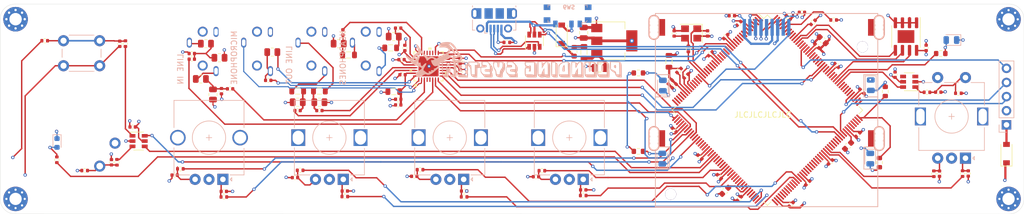
<source format=kicad_pcb>
(kicad_pcb (version 20171130) (host pcbnew "(5.1.8-0-10_14)")
  (layers (0 F.Cu signal) (1 In1.Cu power hide) (2 In2.Cu power hide) (31 B.Cu signal) (34 B.Paste user) (35 F.Paste user) (36 B.SilkS user) (37 F.SilkS user) (38 B.Mask user) (39 F.Mask user) (44 Edge.Cuts user))
  (net 0 "")
  (net 1 GND)
  (net 2 "Net-(C1-Pad2)")
  (net 3 +3V3)
  (net 4 "Net-(C15-Pad2)")
  (net 5 HSE_IN)
  (net 6 "Net-(F1-Pad2)")
  (net 7 BOOT0)
  (net 8 HSE_OUT)
  (net 9 I2C2_SCL)
  (net 10 I2C2_SDA)
  (net 11 NRST)
  (net 12 FIRE_LED)
  (net 13 FIRE_BTN)
  (net 14 HOLD_SW)
  (net 15 I2S2_MCK)
  (net 16 SWDIO)
  (net 17 SWCLK)
  (net 18 SPI3_SCK)
  (net 19 SPI3_MOSI)
  (net 20 SWO)
  (net 21 I2S2_WS)
  (net 22 "Net-(C16-Pad2)")
  (net 23 "Net-(C18-Pad1)")
  (net 24 +5V)
  (net 25 "Net-(C24-Pad2)")
  (net 26 HP_L)
  (net 27 "Net-(C25-Pad2)")
  (net 28 HP_R)
  (net 29 "Net-(C26-Pad2)")
  (net 30 OUT_L)
  (net 31 "Net-(C27-Pad2)")
  (net 32 OUT_R)
  (net 33 "Net-(FB3-Pad1)")
  (net 34 "Net-(FB4-Pad1)")
  (net 35 "Net-(FB5-Pad1)")
  (net 36 "Net-(FB6-Pad1)")
  (net 37 I2S2_SCLK)
  (net 38 I2S2_SDI)
  (net 39 I2S2_SDO)
  (net 40 "Net-(J1-Pad6)")
  (net 41 "Net-(J1-Pad4)")
  (net 42 USB_CONN_D+)
  (net 43 USB_CONN_D-)
  (net 44 USB_D+)
  (net 45 USB_D-)
  (net 46 SW1_A)
  (net 47 SW1_B)
  (net 48 SW1_BTN)
  (net 49 "Net-(D3-Pad2)")
  (net 50 "Net-(U7-Pad22)")
  (net 51 "Net-(U7-Pad21)")
  (net 52 "Net-(U7-Pad20)")
  (net 53 "Net-(U7-Pad19)")
  (net 54 "Net-(U7-Pad5)")
  (net 55 "Net-(U7-Pad4)")
  (net 56 AVDD)
  (net 57 MICBIAS)
  (net 58 "Net-(C33-Pad2)")
  (net 59 "Net-(C19-Pad2)")
  (net 60 VCC)
  (net 61 "Net-(D2-Pad1)")
  (net 62 TIM1_CH1)
  (net 63 TIM1_CH2)
  (net 64 TIM4_CH1)
  (net 65 TIM4_CH2)
  (net 66 TIM3_CH1)
  (net 67 TIM3_CH2)
  (net 68 LCD_DC)
  (net 69 LCD_CS)
  (net 70 "Net-(C23-Pad1)")
  (net 71 "Net-(D4-Pad2)")
  (net 72 "Net-(D5-Pad2)")
  (net 73 "Net-(D6-Pad2)")
  (net 74 "Net-(D7-Pad2)")
  (net 75 "Net-(H1-Pad1)")
  (net 76 "Net-(H2-Pad1)")
  (net 77 "Net-(H3-Pad1)")
  (net 78 "Net-(H4-Pad1)")
  (net 79 "Net-(C34-Pad2)")
  (net 80 "Net-(C35-Pad2)")
  (net 81 "Net-(C37-Pad2)")
  (net 82 "Net-(C38-Pad2)")
  (net 83 "Net-(C41-Pad2)")
  (net 84 "Net-(C42-Pad2)")
  (net 85 "Net-(C43-Pad2)")
  (net 86 "Net-(C44-Pad2)")
  (net 87 "Net-(C46-Pad2)")
  (net 88 "Net-(C47-Pad2)")
  (net 89 "Net-(R25-Pad1)")
  (net 90 "Net-(R26-Pad1)")
  (net 91 "Net-(C49-Pad2)")
  (net 92 "Net-(R27-Pad1)")
  (net 93 "Net-(C51-Pad2)")
  (net 94 "Net-(C52-Pad2)")
  (net 95 +3.3VA)
  (net 96 "Net-(D2-Pad2)")
  (net 97 IN_L)
  (net 98 MIC_+)
  (net 99 "Net-(C20-Pad1)")
  (net 100 "Net-(C32-Pad2)")
  (net 101 IN_R)
  (net 102 MIC_-)
  (net 103 "Net-(J4-PadT)")
  (net 104 "Net-(J4-PadR)")
  (net 105 "Net-(U13-Pad174)")
  (net 106 "Net-(U13-Pad173)")
  (net 107 "Net-(U13-Pad170)")
  (net 108 "Net-(U13-Pad169)")
  (net 109 "Net-(U13-Pad168)")
  (net 110 "Net-(U13-Pad167)")
  (net 111 "Net-(U13-Pad163)")
  (net 112 "Net-(U13-Pad162)")
  (net 113 "Net-(U13-Pad160)")
  (net 114 "Net-(U13-Pad157)")
  (net 115 "Net-(U13-Pad156)")
  (net 116 "Net-(U13-Pad155)")
  (net 117 "Net-(U13-Pad154)")
  (net 118 "Net-(U13-Pad153)")
  (net 119 "Net-(U13-Pad150)")
  (net 120 "Net-(U13-Pad147)")
  (net 121 "Net-(U13-Pad146)")
  (net 122 "Net-(U13-Pad142)")
  (net 123 "Net-(U13-Pad141)")
  (net 124 "Net-(U13-Pad140)")
  (net 125 "Net-(U13-Pad139)")
  (net 126 "Net-(U13-Pad138)")
  (net 127 "Net-(U13-Pad134)")
  (net 128 "Net-(U13-Pad133)")
  (net 129 "Net-(U13-Pad131)")
  (net 130 "Net-(U13-Pad130)")
  (net 131 "Net-(U13-Pad129)")
  (net 132 "Net-(U13-Pad128)")
  (net 133 "Net-(U13-Pad121)")
  (net 134 "Net-(U13-Pad120)")
  (net 135 "Net-(U13-Pad119)")
  (net 136 "Net-(U13-Pad118)")
  (net 137 "Net-(U13-Pad117)")
  (net 138 "Net-(U13-Pad112)")
  (net 139 "Net-(U13-Pad111)")
  (net 140 "Net-(U13-Pad110)")
  (net 141 "Net-(U13-Pad109)")
  (net 142 "Net-(U13-Pad108)")
  (net 143 "Net-(U13-Pad107)")
  (net 144 "Net-(U13-Pad106)")
  (net 145 "Net-(U13-Pad105)")
  (net 146 "Net-(U13-Pad104)")
  (net 147 "Net-(U13-Pad99)")
  (net 148 "Net-(U13-Pad98)")
  (net 149 "Net-(U13-Pad97)")
  (net 150 "Net-(U13-Pad96)")
  (net 151 "Net-(U13-Pad95)")
  (net 152 "Net-(U13-Pad94)")
  (net 153 "Net-(U13-Pad93)")
  (net 154 "Net-(U13-Pad92)")
  (net 155 "Net-(U13-Pad89)")
  (net 156 "Net-(U13-Pad86)")
  (net 157 "Net-(U13-Pad85)")
  (net 158 "Net-(U13-Pad84)")
  (net 159 "Net-(U13-Pad83)")
  (net 160 "Net-(U13-Pad80)")
  (net 161 "Net-(U13-Pad79)")
  (net 162 "Net-(U13-Pad78)")
  (net 163 "Net-(U13-Pad77)")
  (net 164 "Net-(U13-Pad76)")
  (net 165 "Net-(U13-Pad75)")
  (net 166 "Net-(U13-Pad73)")
  (net 167 "Net-(U13-Pad69)")
  (net 168 "Net-(U13-Pad68)")
  (net 169 "Net-(U13-Pad67)")
  (net 170 "Net-(U13-Pad66)")
  (net 171 "Net-(U13-Pad63)")
  (net 172 "Net-(U13-Pad60)")
  (net 173 "Net-(U13-Pad59)")
  (net 174 "Net-(U13-Pad58)")
  (net 175 "Net-(U13-Pad57)")
  (net 176 "Net-(U13-Pad55)")
  (net 177 "Net-(U13-Pad47)")
  (net 178 "Net-(U13-Pad46)")
  (net 179 "Net-(U13-Pad44)")
  (net 180 "Net-(U13-Pad43)")
  (net 181 "Net-(U13-Pad42)")
  (net 182 "Net-(U13-Pad41)")
  (net 183 "Net-(U13-Pad40)")
  (net 184 "Net-(U13-Pad35)")
  (net 185 "Net-(U13-Pad34)")
  (net 186 "Net-(U13-Pad33)")
  (net 187 "Net-(U13-Pad32)")
  (net 188 "Net-(U13-Pad28)")
  (net 189 "Net-(U13-Pad27)")
  (net 190 "Net-(U13-Pad26)")
  (net 191 "Net-(U13-Pad25)")
  (net 192 "Net-(U13-Pad24)")
  (net 193 "Net-(U13-Pad21)")
  (net 194 "Net-(U13-Pad20)")
  (net 195 "Net-(U13-Pad19)")
  (net 196 "Net-(U13-Pad18)")
  (net 197 "Net-(U13-Pad13)")
  (net 198 "Net-(U13-Pad12)")
  (net 199 "Net-(U13-Pad11)")
  (net 200 "Net-(U13-Pad10)")
  (net 201 "Net-(U13-Pad9)")
  (net 202 "Net-(U13-Pad8)")
  (net 203 "Net-(U13-Pad7)")
  (net 204 "Net-(U13-Pad4)")
  (net 205 "Net-(U13-Pad3)")
  (net 206 "Net-(U13-Pad2)")
  (net 207 "Net-(SW9-Pad1)")
  (net 208 TIM5_CH2)
  (net 209 TIM5_CH1)
  (net 210 LCD_BL1)
  (net 211 LCD_BL2)
  (net 212 "Net-(R36-Pad1)")
  (net 213 "Net-(R37-Pad1)")
  (net 214 "Net-(D8-Pad2)")
  (net 215 LED_BPM)
  (net 216 "Net-(U11-Pad4)")
  (net 217 "Net-(U11-Pad3)")
  (net 218 I2C1_SCL)
  (net 219 I2C1_SDA)
  (net 220 EEP_WP)
  (module Logo`:PoundingSystemLogo (layer B.Cu) (at 126.01 83.85 180)
    (fp_text reference G*** hide)
    (fp_text value LOGO hide)
  )
  (module Resistor_SMD:R_0603_1608Metric (layer F.Cu) (at 202.775 82.804 180)
    (fp_text reference R6)
    (fp_text value 180)
    (pad 2 smd roundrect (at 0.825 0 180) (size 0.8 0.95) (layers F.Cu F.Paste F.Mask) (net 215 LED_BPM))
    (pad 1 smd roundrect (at -0.825 0 180) (size 0.8 0.95) (layers F.Cu F.Paste F.Mask) (net 214 "Net-(D8-Pad2)"))
  )
  (module LED_SMD:LED_0805_2012Metric (layer B.Cu) (at 204.7 80.375 180)
    (fp_text reference D8)
    (fp_text value LED_BPM)
    (pad 2 smd roundrect (at 0.9375 0 180) (size 0.975 1.4) (layers B.Cu B.Paste B.Mask) (net 214 "Net-(D8-Pad2)"))
    (pad 1 smd roundrect (at -0.9375 0 180) (size 0.975 1.4) (layers B.Cu B.Paste B.Mask) (net 1 GND))
  )
  (module Package_SO:SOIC-8-1EP_3.9x4.9mm_P1.27mm_EP2.29x3mm (layer F.Cu) (at 196.525 79.75 270)
    (fp_text reference U2)
    (fp_text value CAT24C256)
    (pad 9 smd rect (at 0 0 270) (size 2.29 3) (layers F.Cu F.Mask))
    (pad 8 smd roundrect (at 2.475 -1.905 270) (size 1.95 0.6) (layers F.Cu F.Paste F.Mask) (net 3 +3V3))
    (pad 7 smd roundrect (at 2.475 -0.635 270) (size 1.95 0.6) (layers F.Cu F.Paste F.Mask) (net 220 EEP_WP))
    (pad 6 smd roundrect (at 2.475 0.635 270) (size 1.95 0.6) (layers F.Cu F.Paste F.Mask) (net 218 I2C1_SCL))
    (pad 5 smd roundrect (at 2.475 1.905 270) (size 1.95 0.6) (layers F.Cu F.Paste F.Mask) (net 219 I2C1_SDA))
    (pad 4 smd roundrect (at -2.475 1.905 270) (size 1.95 0.6) (layers F.Cu F.Paste F.Mask) (net 1 GND))
    (pad 3 smd roundrect (at -2.475 0.635 270) (size 1.95 0.6) (layers F.Cu F.Paste F.Mask) (net 1 GND))
    (pad 2 smd roundrect (at -2.475 -0.635 270) (size 1.95 0.6) (layers F.Cu F.Paste F.Mask) (net 1 GND))
    (pad 1 smd roundrect (at -2.475 -1.905 270) (size 1.95 0.6) (layers F.Cu F.Paste F.Mask) (net 1 GND))
  )
  (module Capacitor_SMD:C_0402_1005Metric (layer F.Cu) (at 200.152 81.788 90)
    (fp_text reference C9)
    (fp_text value 100nf)
    (pad 2 smd roundrect (at 0.48 0 90) (size 0.56 0.62) (layers F.Cu F.Paste F.Mask) (net 1 GND))
    (pad 1 smd roundrect (at -0.48 0 90) (size 0.56 0.62) (layers F.Cu F.Paste F.Mask) (net 3 +3V3))
  )
  (module Resistor_SMD:R_0402_1005Metric (layer F.Cu) (at 183.51 76.77)
    (fp_text reference R37)
    (fp_text value 10k)
    (pad 2 smd roundrect (at 0.51 0) (size 0.54 0.64) (layers F.Cu F.Paste F.Mask) (net 3 +3V3))
    (pad 1 smd roundrect (at -0.51 0) (size 0.54 0.64) (layers F.Cu F.Paste F.Mask) (net 213 "Net-(R37-Pad1)"))
  )
  (module Resistor_SMD:R_0402_1005Metric (layer F.Cu) (at 155.702 85.852 45)
    (fp_text reference R36)
    (fp_text value 0)
    (pad 2 smd roundrect (at 0.51 0 45) (size 0.54 0.64) (layers F.Cu F.Paste F.Mask) (net 95 +3.3VA))
    (pad 1 smd roundrect (at -0.51 0 45) (size 0.54 0.64) (layers F.Cu F.Paste F.Mask) (net 212 "Net-(R36-Pad1)"))
  )
  (module Rotary_Encoder:RotaryEncoder_Alps_EC12E_Vertical_H20mm (layer B.Cu) (at 95.31792 105.435 90)
    (fp_text reference SW4)
    (fp_text value Rotary_Encoder)
    (pad A thru_hole rect (at 0 0 90) (size 2 2) (drill 1) (layers *.Cu *.Mask) (net 85 "Net-(C43-Pad2)"))
    (pad C thru_hole circle (at 0 -2.5 90) (size 2 2) (drill 1) (layers *.Cu *.Mask) (net 1 GND))
    (pad B thru_hole circle (at 0 -5 90) (size 2 2) (drill 1) (layers *.Cu *.Mask) (net 83 "Net-(C41-Pad2)"))
    (pad MP thru_hole rect (at 7.5 3.1 90) (size 3 2.5) (drill oval 2.5 2) (layers *.Cu *.Mask))
    (pad MP thru_hole rect (at 7.5 -8.1 90) (size 3 2.5) (drill oval 2.5 2) (layers *.Cu *.Mask))
  )
  (module Rotary_Encoder:RotaryEncoder_Alps_EC12E_Vertical_H20mm (layer B.Cu) (at 116.97028 105.435 90)
    (fp_text reference SW3)
    (fp_text value Rotary_Encoder)
    (pad A thru_hole rect (at 0 0 90) (size 2 2) (drill 1) (layers *.Cu *.Mask) (net 86 "Net-(C44-Pad2)"))
    (pad C thru_hole circle (at 0 -2.5 90) (size 2 2) (drill 1) (layers *.Cu *.Mask) (net 1 GND))
    (pad B thru_hole circle (at 0 -5 90) (size 2 2) (drill 1) (layers *.Cu *.Mask) (net 84 "Net-(C42-Pad2)"))
    (pad MP thru_hole rect (at 7.5 3.1 90) (size 3 2.5) (drill oval 2.5 2) (layers *.Cu *.Mask))
    (pad MP thru_hole rect (at 7.5 -8.1 90) (size 3 2.5) (drill oval 2.5 2) (layers *.Cu *.Mask))
  )
  (module Resistor_SMD:R_0402_1005Metric (layer F.Cu) (at 48.8 103.85 180)
    (fp_text reference R35)
    (fp_text value 10k)
    (pad 2 smd roundrect (at 0.51 0 180) (size 0.54 0.64) (layers F.Cu F.Paste F.Mask) (net 3 +3V3))
    (pad 1 smd roundrect (at -0.51 0 180) (size 0.54 0.64) (layers F.Cu F.Paste F.Mask) (net 88 "Net-(C47-Pad2)"))
  )
  (module Resistor_SMD:R_0402_1005Metric (layer F.Cu) (at 41.615 80.5 180)
    (fp_text reference R34)
    (fp_text value 10k)
    (pad 2 smd roundrect (at 0.51 0 180) (size 0.54 0.64) (layers F.Cu F.Paste F.Mask) (net 3 +3V3))
    (pad 1 smd roundrect (at -0.51 0 180) (size 0.54 0.64) (layers F.Cu F.Paste F.Mask) (net 87 "Net-(C46-Pad2)"))
  )
  (module Resistor_SMD:R_0402_1005Metric (layer F.Cu) (at 205.95 89.95)
    (fp_text reference R5)
    (fp_text value 10k)
    (pad 2 smd roundrect (at 0.51 0) (size 0.54 0.64) (layers F.Cu F.Paste F.Mask) (net 3 +3V3))
    (pad 1 smd roundrect (at -0.51 0) (size 0.54 0.64) (layers F.Cu F.Paste F.Mask) (net 91 "Net-(C49-Pad2)"))
  )
  (module Capacitor_SMD:C_0402_1005Metric (layer F.Cu) (at 156.972 86.868 45)
    (fp_text reference C12)
    (fp_text value 100nf)
    (pad 2 smd roundrect (at 0.48 0 45) (size 0.56 0.62) (layers F.Cu F.Paste F.Mask) (net 3 +3V3))
    (pad 1 smd roundrect (at -0.48 0 45) (size 0.56 0.62) (layers F.Cu F.Paste F.Mask) (net 1 GND))
  )
  (module Capacitor_SMD:C_0402_1005Metric (layer F.Cu) (at 184.05 84.95 135)
    (fp_text reference C67)
    (fp_text value 100nf)
    (pad 2 smd roundrect (at 0.48 0 135) (size 0.56 0.62) (layers F.Cu F.Paste F.Mask) (net 3 +3V3))
    (pad 1 smd roundrect (at -0.48 0 135) (size 0.56 0.62) (layers F.Cu F.Paste F.Mask) (net 1 GND))
  )
  (module Capacitor_SMD:C_0402_1005Metric (layer F.Cu) (at 188.6 89.6 135)
    (fp_text reference C66)
    (fp_text value 100nf)
    (pad 2 smd roundrect (at 0.48 0 135) (size 0.56 0.62) (layers F.Cu F.Paste F.Mask) (net 3 +3V3))
    (pad 1 smd roundrect (at -0.48 0 135) (size 0.56 0.62) (layers F.Cu F.Paste F.Mask) (net 1 GND))
  )
  (module Capacitor_SMD:C_0402_1005Metric (layer F.Cu) (at 180.5 81.45 135)
    (fp_text reference C64)
    (fp_text value 100nf)
    (pad 2 smd roundrect (at 0.48 0 135) (size 0.56 0.62) (layers F.Cu F.Paste F.Mask) (net 3 +3V3))
    (pad 1 smd roundrect (at -0.48 0 135) (size 0.56 0.62) (layers F.Cu F.Paste F.Mask) (net 1 GND))
  )
  (module Capacitor_SMD:C_0402_1005Metric (layer F.Cu) (at 175.339411 76.339411 315)
    (fp_text reference C61)
    (fp_text value 100nf)
    (pad 2 smd roundrect (at 0.48 0 315) (size 0.56 0.62) (layers F.Cu F.Paste F.Mask) (net 3 +3V3))
    (pad 1 smd roundrect (at -0.48 0 315) (size 0.56 0.62) (layers F.Cu F.Paste F.Mask) (net 1 GND))
  )
  (module Capacitor_SMD:C_0402_1005Metric (layer F.Cu) (at 154.134251 87.943426 225)
    (fp_text reference C14)
    (fp_text value 10n)
    (pad 2 smd roundrect (at 0.48 0 225) (size 0.56 0.62) (layers F.Cu F.Paste F.Mask) (net 1 GND))
    (pad 1 smd roundrect (at -0.48 0 225) (size 0.56 0.62) (layers F.Cu F.Paste F.Mask) (net 95 +3.3VA))
  )
  (module Capacitor_SMD:C_0402_1005Metric (layer F.Cu) (at 161.35 82.85 225)
    (fp_text reference C8)
    (fp_text value 100nf)
    (pad 2 smd roundrect (at 0.48 0 225) (size 0.56 0.62) (layers F.Cu F.Paste F.Mask) (net 3 +3V3))
    (pad 1 smd roundrect (at -0.48 0 225) (size 0.56 0.62) (layers F.Cu F.Paste F.Mask) (net 1 GND))
  )
  (module Capacitor_SMD:C_0402_1005Metric (layer F.Cu) (at 164.089411 79.760589 225)
    (fp_text reference C7)
    (fp_text value 100nf)
    (pad 2 smd roundrect (at 0.48 0 225) (size 0.56 0.62) (layers F.Cu F.Paste F.Mask) (net 3 +3V3))
    (pad 1 smd roundrect (at -0.48 0 225) (size 0.56 0.62) (layers F.Cu F.Paste F.Mask) (net 1 GND))
  )
  (module Capacitor_SMD:C_0402_1005Metric (layer F.Cu) (at 154.85 96.55 315)
    (fp_text reference C6)
    (fp_text value 100nf)
    (pad 2 smd roundrect (at 0.48 0 315) (size 0.56 0.62) (layers F.Cu F.Paste F.Mask) (net 3 +3V3))
    (pad 1 smd roundrect (at -0.48 0 315) (size 0.56 0.62) (layers F.Cu F.Paste F.Mask) (net 1 GND))
  )
  (module Capacitor_SMD:C_0402_1005Metric (layer F.Cu) (at 162.939411 104.939411 315)
    (fp_text reference C5)
    (fp_text value 100nf)
    (pad 2 smd roundrect (at 0.48 0 315) (size 0.56 0.62) (layers F.Cu F.Paste F.Mask) (net 3 +3V3))
    (pad 1 smd roundrect (at -0.48 0 315) (size 0.56 0.62) (layers F.Cu F.Paste F.Mask) (net 1 GND))
  )
  (module Capacitor_SMD:C_0402_1005Metric (layer F.Cu) (at 166.460589 77.389411 45)
    (fp_text reference C4)
    (fp_text value 100nf)
    (pad 2 smd roundrect (at 0.48 0 45) (size 0.56 0.62) (layers F.Cu F.Paste F.Mask) (net 3 +3V3))
    (pad 1 smd roundrect (at -0.48 0 45) (size 0.56 0.62) (layers F.Cu F.Paste F.Mask) (net 1 GND))
  )
  (module Capacitor_SMD:C_0402_1005Metric (layer F.Cu) (at 159.460589 101.410589 315)
    (fp_text reference C3)
    (fp_text value 100nf)
    (pad 2 smd roundrect (at 0.48 0 315) (size 0.56 0.62) (layers F.Cu F.Paste F.Mask) (net 3 +3V3))
    (pad 1 smd roundrect (at -0.48 0 315) (size 0.56 0.62) (layers F.Cu F.Paste F.Mask) (net 1 GND))
  )
  (module Package_QFP:LQFP-176_24x24mm_P0.5mm (layer F.Cu) (at 171.6 93 315)
    (fp_text reference U13)
    (fp_text value STM32H743IITx)
    (pad 176 smd roundrect (at -10.75 -12.675 315) (size 0.3 1.5) (layers F.Cu F.Paste F.Mask) (net 68 LCD_DC))
    (pad 175 smd roundrect (at -10.25 -12.675 315) (size 0.3 1.5) (layers F.Cu F.Paste F.Mask) (net 69 LCD_CS))
    (pad 174 smd roundrect (at -9.75 -12.675 315) (size 0.3 1.5) (layers F.Cu F.Paste F.Mask) (net 105 "Net-(U13-Pad174)"))
    (pad 173 smd roundrect (at -9.25 -12.675 315) (size 0.3 1.5) (layers F.Cu F.Paste F.Mask) (net 106 "Net-(U13-Pad173)"))
    (pad 172 smd roundrect (at -8.75 -12.675 315) (size 0.3 1.5) (layers F.Cu F.Paste F.Mask) (net 3 +3V3))
    (pad 171 smd roundrect (at -8.25 -12.675 315) (size 0.3 1.5) (layers F.Cu F.Paste F.Mask) (net 213 "Net-(R37-Pad1)"))
    (pad 170 smd roundrect (at -7.75 -12.675 315) (size 0.3 1.5) (layers F.Cu F.Paste F.Mask) (net 107 "Net-(U13-Pad170)"))
    (pad 169 smd roundrect (at -7.25 -12.675 315) (size 0.3 1.5) (layers F.Cu F.Paste F.Mask) (net 108 "Net-(U13-Pad169)"))
    (pad 168 smd roundrect (at -6.75 -12.675 315) (size 0.3 1.5) (layers F.Cu F.Paste F.Mask) (net 109 "Net-(U13-Pad168)"))
    (pad 167 smd roundrect (at -6.25 -12.675 315) (size 0.3 1.5) (layers F.Cu F.Paste F.Mask) (net 110 "Net-(U13-Pad167)"))
    (pad 166 smd roundrect (at -5.75 -12.675 315) (size 0.3 1.5) (layers F.Cu F.Paste F.Mask) (net 7 BOOT0))
    (pad 165 smd roundrect (at -5.25 -12.675 315) (size 0.3 1.5) (layers F.Cu F.Paste F.Mask) (net 219 I2C1_SDA))
    (pad 164 smd roundrect (at -4.75 -12.675 315) (size 0.3 1.5) (layers F.Cu F.Paste F.Mask) (net 218 I2C1_SCL))
    (pad 163 smd roundrect (at -4.25 -12.675 315) (size 0.3 1.5) (layers F.Cu F.Paste F.Mask) (net 111 "Net-(U13-Pad163)"))
    (pad 162 smd roundrect (at -3.75 -12.675 315) (size 0.3 1.5) (layers F.Cu F.Paste F.Mask) (net 112 "Net-(U13-Pad162)"))
    (pad 161 smd roundrect (at -3.25 -12.675 315) (size 0.3 1.5) (layers F.Cu F.Paste F.Mask) (net 20 SWO))
    (pad 160 smd roundrect (at -2.75 -12.675 315) (size 0.3 1.5) (layers F.Cu F.Paste F.Mask) (net 113 "Net-(U13-Pad160)"))
    (pad 159 smd roundrect (at -2.25 -12.675 315) (size 0.3 1.5) (layers F.Cu F.Paste F.Mask) (net 3 +3V3))
    (pad 158 smd roundrect (at -1.75 -12.675 315) (size 0.3 1.5) (layers F.Cu F.Paste F.Mask) (net 1 GND))
    (pad 157 smd roundrect (at -1.25 -12.675 315) (size 0.3 1.5) (layers F.Cu F.Paste F.Mask) (net 114 "Net-(U13-Pad157)"))
    (pad 156 smd roundrect (at -0.75 -12.675 315) (size 0.3 1.5) (layers F.Cu F.Paste F.Mask) (net 115 "Net-(U13-Pad156)"))
    (pad 155 smd roundrect (at -0.25 -12.675 315) (size 0.3 1.5) (layers F.Cu F.Paste F.Mask) (net 116 "Net-(U13-Pad155)"))
    (pad 154 smd roundrect (at 0.25 -12.675 315) (size 0.3 1.5) (layers F.Cu F.Paste F.Mask) (net 117 "Net-(U13-Pad154)"))
    (pad 153 smd roundrect (at 0.75 -12.675 315) (size 0.3 1.5) (layers F.Cu F.Paste F.Mask) (net 118 "Net-(U13-Pad153)"))
    (pad 152 smd roundrect (at 1.25 -12.675 315) (size 0.3 1.5) (layers F.Cu F.Paste F.Mask) (net 38 I2S2_SDI))
    (pad 151 smd roundrect (at 1.75 -12.675 315) (size 0.3 1.5) (layers F.Cu F.Paste F.Mask) (net 39 I2S2_SDO))
    (pad 150 smd roundrect (at 2.25 -12.675 315) (size 0.3 1.5) (layers F.Cu F.Paste F.Mask) (net 119 "Net-(U13-Pad150)"))
    (pad 149 smd roundrect (at 2.75 -12.675 315) (size 0.3 1.5) (layers F.Cu F.Paste F.Mask) (net 3 +3V3))
    (pad 148 smd roundrect (at 3.25 -12.675 315) (size 0.3 1.5) (layers F.Cu F.Paste F.Mask) (net 1 GND))
    (pad 147 smd roundrect (at 3.75 -12.675 315) (size 0.3 1.5) (layers F.Cu F.Paste F.Mask) (net 120 "Net-(U13-Pad147)"))
    (pad 146 smd roundrect (at 4.25 -12.675 315) (size 0.3 1.5) (layers F.Cu F.Paste F.Mask) (net 121 "Net-(U13-Pad146)"))
    (pad 145 smd roundrect (at 4.75 -12.675 315) (size 0.3 1.5) (layers F.Cu F.Paste F.Mask) (net 220 EEP_WP))
    (pad 144 smd roundrect (at 5.25 -12.675 315) (size 0.3 1.5) (layers F.Cu F.Paste F.Mask) (net 215 LED_BPM))
    (pad 143 smd roundrect (at 5.75 -12.675 315) (size 0.3 1.5) (layers F.Cu F.Paste F.Mask) (net 48 SW1_BTN))
    (pad 142 smd roundrect (at 6.25 -12.675 315) (size 0.3 1.5) (layers F.Cu F.Paste F.Mask) (net 122 "Net-(U13-Pad142)"))
    (pad 141 smd roundrect (at 6.75 -12.675 315) (size 0.3 1.5) (layers F.Cu F.Paste F.Mask) (net 123 "Net-(U13-Pad141)"))
    (pad 140 smd roundrect (at 7.25 -12.675 315) (size 0.3 1.5) (layers F.Cu F.Paste F.Mask) (net 124 "Net-(U13-Pad140)"))
    (pad 139 smd roundrect (at 7.75 -12.675 315) (size 0.3 1.5) (layers F.Cu F.Paste F.Mask) (net 125 "Net-(U13-Pad139)"))
    (pad 138 smd roundrect (at 8.25 -12.675 315) (size 0.3 1.5) (layers F.Cu F.Paste F.Mask) (net 126 "Net-(U13-Pad138)"))
    (pad 137 smd roundrect (at 8.75 -12.675 315) (size 0.3 1.5) (layers F.Cu F.Paste F.Mask) (net 17 SWCLK))
    (pad 136 smd roundrect (at 9.25 -12.675 315) (size 0.3 1.5) (layers F.Cu F.Paste F.Mask) (net 3 +3V3))
    (pad 135 smd roundrect (at 9.75 -12.675 315) (size 0.3 1.5) (layers F.Cu F.Paste F.Mask) (net 1 GND))
    (pad 134 smd roundrect (at 10.25 -12.675 315) (size 0.3 1.5) (layers F.Cu F.Paste F.Mask) (net 127 "Net-(U13-Pad134)"))
    (pad 133 smd roundrect (at 10.75 -12.675 315) (size 0.3 1.5) (layers F.Cu F.Paste F.Mask) (net 128 "Net-(U13-Pad133)"))
    (pad 132 smd roundrect (at 12.675 -10.75 315) (size 1.5 0.3) (layers F.Cu F.Paste F.Mask) (net 210 LCD_BL1))
    (pad 131 smd roundrect (at 12.675 -10.25 315) (size 1.5 0.3) (layers F.Cu F.Paste F.Mask) (net 129 "Net-(U13-Pad131)"))
    (pad 130 smd roundrect (at 12.675 -9.75 315) (size 1.5 0.3) (layers F.Cu F.Paste F.Mask) (net 130 "Net-(U13-Pad130)"))
    (pad 129 smd roundrect (at 12.675 -9.25 315) (size 1.5 0.3) (layers F.Cu F.Paste F.Mask) (net 131 "Net-(U13-Pad129)"))
    (pad 128 smd roundrect (at 12.675 -8.75 315) (size 1.5 0.3) (layers F.Cu F.Paste F.Mask) (net 132 "Net-(U13-Pad128)"))
    (pad 127 smd roundrect (at 12.675 -8.25 315) (size 1.5 0.3) (layers F.Cu F.Paste F.Mask) (net 3 +3V3))
    (pad 126 smd roundrect (at 12.675 -7.75 315) (size 1.5 0.3) (layers F.Cu F.Paste F.Mask) (net 1 GND))
    (pad 125 smd roundrect (at 12.675 -7.25 315) (size 1.5 0.3) (layers F.Cu F.Paste F.Mask) (net 22 "Net-(C16-Pad2)"))
    (pad 124 smd roundrect (at 12.675 -6.75 315) (size 1.5 0.3) (layers F.Cu F.Paste F.Mask) (net 16 SWDIO))
    (pad 123 smd roundrect (at 12.675 -6.25 315) (size 1.5 0.3) (layers F.Cu F.Paste F.Mask) (net 44 USB_D+))
    (pad 122 smd roundrect (at 12.675 -5.75 315) (size 1.5 0.3) (layers F.Cu F.Paste F.Mask) (net 45 USB_D-))
    (pad 121 smd roundrect (at 12.675 -5.25 315) (size 1.5 0.3) (layers F.Cu F.Paste F.Mask) (net 133 "Net-(U13-Pad121)"))
    (pad 120 smd roundrect (at 12.675 -4.75 315) (size 1.5 0.3) (layers F.Cu F.Paste F.Mask) (net 134 "Net-(U13-Pad120)"))
    (pad 119 smd roundrect (at 12.675 -4.25 315) (size 1.5 0.3) (layers F.Cu F.Paste F.Mask) (net 135 "Net-(U13-Pad119)"))
    (pad 118 smd roundrect (at 12.675 -3.75 315) (size 1.5 0.3) (layers F.Cu F.Paste F.Mask) (net 136 "Net-(U13-Pad118)"))
    (pad 117 smd roundrect (at 12.675 -3.25 315) (size 1.5 0.3) (layers F.Cu F.Paste F.Mask) (net 137 "Net-(U13-Pad117)"))
    (pad 116 smd roundrect (at 12.675 -2.75 315) (size 1.5 0.3) (layers F.Cu F.Paste F.Mask) (net 47 SW1_B))
    (pad 115 smd roundrect (at 12.675 -2.25 315) (size 1.5 0.3) (layers F.Cu F.Paste F.Mask) (net 46 SW1_A))
    (pad 114 smd roundrect (at 12.675 -1.75 315) (size 1.5 0.3) (layers F.Cu F.Paste F.Mask) (net 3 +3V3))
    (pad 113 smd roundrect (at 12.675 -1.25 315) (size 1.5 0.3) (layers F.Cu F.Paste F.Mask) (net 1 GND))
    (pad 112 smd roundrect (at 12.675 -0.75 315) (size 1.5 0.3) (layers F.Cu F.Paste F.Mask) (net 138 "Net-(U13-Pad112)"))
    (pad 111 smd roundrect (at 12.675 -0.25 315) (size 1.5 0.3) (layers F.Cu F.Paste F.Mask) (net 139 "Net-(U13-Pad111)"))
    (pad 110 smd roundrect (at 12.675 0.25 315) (size 1.5 0.3) (layers F.Cu F.Paste F.Mask) (net 140 "Net-(U13-Pad110)"))
    (pad 109 smd roundrect (at 12.675 0.75 315) (size 1.5 0.3) (layers F.Cu F.Paste F.Mask) (net 141 "Net-(U13-Pad109)"))
    (pad 108 smd roundrect (at 12.675 1.25 315) (size 1.5 0.3) (layers F.Cu F.Paste F.Mask) (net 142 "Net-(U13-Pad108)"))
    (pad 107 smd roundrect (at 12.675 1.75 315) (size 1.5 0.3) (layers F.Cu F.Paste F.Mask) (net 143 "Net-(U13-Pad107)"))
    (pad 106 smd roundrect (at 12.675 2.25 315) (size 1.5 0.3) (layers F.Cu F.Paste F.Mask) (net 144 "Net-(U13-Pad106)"))
    (pad 105 smd roundrect (at 12.675 2.75 315) (size 1.5 0.3) (layers F.Cu F.Paste F.Mask) (net 145 "Net-(U13-Pad105)"))
    (pad 104 smd roundrect (at 12.675 3.25 315) (size 1.5 0.3) (layers F.Cu F.Paste F.Mask) (net 146 "Net-(U13-Pad104)"))
    (pad 103 smd roundrect (at 12.675 3.75 315) (size 1.5 0.3) (layers F.Cu F.Paste F.Mask) (net 3 +3V3))
    (pad 102 smd roundrect (at 12.675 4.25 315) (size 1.5 0.3) (layers F.Cu F.Paste F.Mask) (net 1 GND))
    (pad 101 smd roundrect (at 12.675 4.75 315) (size 1.5 0.3) (layers F.Cu F.Paste F.Mask) (net 65 TIM4_CH2))
    (pad 100 smd roundrect (at 12.675 5.25 315) (size 1.5 0.3) (layers F.Cu F.Paste F.Mask) (net 64 TIM4_CH1))
    (pad 99 smd roundrect (at 12.675 5.75 315) (size 1.5 0.3) (layers F.Cu F.Paste F.Mask) (net 147 "Net-(U13-Pad99)"))
    (pad 98 smd roundrect (at 12.675 6.25 315) (size 1.5 0.3) (layers F.Cu F.Paste F.Mask) (net 148 "Net-(U13-Pad98)"))
    (pad 97 smd roundrect (at 12.675 6.75 315) (size 1.5 0.3) (layers F.Cu F.Paste F.Mask) (net 149 "Net-(U13-Pad97)"))
    (pad 96 smd roundrect (at 12.675 7.25 315) (size 1.5 0.3) (layers F.Cu F.Paste F.Mask) (net 150 "Net-(U13-Pad96)"))
    (pad 95 smd roundrect (at 12.675 7.75 315) (size 1.5 0.3) (layers F.Cu F.Paste F.Mask) (net 151 "Net-(U13-Pad95)"))
    (pad 94 smd roundrect (at 12.675 8.25 315) (size 1.5 0.3) (layers F.Cu F.Paste F.Mask) (net 152 "Net-(U13-Pad94)"))
    (pad 93 smd roundrect (at 12.675 8.75 315) (size 1.5 0.3) (layers F.Cu F.Paste F.Mask) (net 153 "Net-(U13-Pad93)"))
    (pad 92 smd roundrect (at 12.675 9.25 315) (size 1.5 0.3) (layers F.Cu F.Paste F.Mask) (net 154 "Net-(U13-Pad92)"))
    (pad 91 smd roundrect (at 12.675 9.75 315) (size 1.5 0.3) (layers F.Cu F.Paste F.Mask) (net 3 +3V3))
    (pad 90 smd roundrect (at 12.675 10.25 315) (size 1.5 0.3) (layers F.Cu F.Paste F.Mask) (net 1 GND))
    (pad 89 smd roundrect (at 12.675 10.75 315) (size 1.5 0.3) (layers F.Cu F.Paste F.Mask) (net 155 "Net-(U13-Pad89)"))
    (pad 88 smd roundrect (at 10.75 12.675 315) (size 0.3 1.5) (layers F.Cu F.Paste F.Mask) (net 209 TIM5_CH1))
    (pad 87 smd roundrect (at 10.25 12.675 315) (size 0.3 1.5) (layers F.Cu F.Paste F.Mask) (net 208 TIM5_CH2))
    (pad 86 smd roundrect (at 9.75 12.675 315) (size 0.3 1.5) (layers F.Cu F.Paste F.Mask) (net 156 "Net-(U13-Pad86)"))
    (pad 85 smd roundrect (at 9.25 12.675 315) (size 0.3 1.5) (layers F.Cu F.Paste F.Mask) (net 157 "Net-(U13-Pad85)"))
    (pad 84 smd roundrect (at 8.75 12.675 315) (size 0.3 1.5) (layers F.Cu F.Paste F.Mask) (net 158 "Net-(U13-Pad84)"))
    (pad 83 smd roundrect (at 8.25 12.675 315) (size 0.3 1.5) (layers F.Cu F.Paste F.Mask) (net 159 "Net-(U13-Pad83)"))
    (pad 82 smd roundrect (at 7.75 12.675 315) (size 0.3 1.5) (layers F.Cu F.Paste F.Mask) (net 3 +3V3))
    (pad 81 smd roundrect (at 7.25 12.675 315) (size 0.3 1.5) (layers F.Cu F.Paste F.Mask) (net 4 "Net-(C15-Pad2)"))
    (pad 80 smd roundrect (at 6.75 12.675 315) (size 0.3 1.5) (layers F.Cu F.Paste F.Mask) (net 160 "Net-(U13-Pad80)"))
    (pad 79 smd roundrect (at 6.25 12.675 315) (size 0.3 1.5) (layers F.Cu F.Paste F.Mask) (net 161 "Net-(U13-Pad79)"))
    (pad 78 smd roundrect (at 5.75 12.675 315) (size 0.3 1.5) (layers F.Cu F.Paste F.Mask) (net 162 "Net-(U13-Pad78)"))
    (pad 77 smd roundrect (at 5.25 12.675 315) (size 0.3 1.5) (layers F.Cu F.Paste F.Mask) (net 163 "Net-(U13-Pad77)"))
    (pad 76 smd roundrect (at 4.75 12.675 315) (size 0.3 1.5) (layers F.Cu F.Paste F.Mask) (net 164 "Net-(U13-Pad76)"))
    (pad 75 smd roundrect (at 4.25 12.675 315) (size 0.3 1.5) (layers F.Cu F.Paste F.Mask) (net 165 "Net-(U13-Pad75)"))
    (pad 74 smd roundrect (at 3.75 12.675 315) (size 0.3 1.5) (layers F.Cu F.Paste F.Mask) (net 63 TIM1_CH2))
    (pad 73 smd roundrect (at 3.25 12.675 315) (size 0.3 1.5) (layers F.Cu F.Paste F.Mask) (net 166 "Net-(U13-Pad73)"))
    (pad 72 smd roundrect (at 2.75 12.675 315) (size 0.3 1.5) (layers F.Cu F.Paste F.Mask) (net 3 +3V3))
    (pad 71 smd roundrect (at 2.25 12.675 315) (size 0.3 1.5) (layers F.Cu F.Paste F.Mask) (net 1 GND))
    (pad 70 smd roundrect (at 1.75 12.675 315) (size 0.3 1.5) (layers F.Cu F.Paste F.Mask) (net 62 TIM1_CH1))
    (pad 69 smd roundrect (at 1.25 12.675 315) (size 0.3 1.5) (layers F.Cu F.Paste F.Mask) (net 167 "Net-(U13-Pad69)"))
    (pad 68 smd roundrect (at 0.75 12.675 315) (size 0.3 1.5) (layers F.Cu F.Paste F.Mask) (net 168 "Net-(U13-Pad68)"))
    (pad 67 smd roundrect (at 0.25 12.675 315) (size 0.3 1.5) (layers F.Cu F.Paste F.Mask) (net 169 "Net-(U13-Pad67)"))
    (pad 66 smd roundrect (at -0.25 12.675 315) (size 0.3 1.5) (layers F.Cu F.Paste F.Mask) (net 170 "Net-(U13-Pad66)"))
    (pad 65 smd roundrect (at -0.75 12.675 315) (size 0.3 1.5) (layers F.Cu F.Paste F.Mask) (net 12 FIRE_LED))
    (pad 64 smd roundrect (at -1.25 12.675 315) (size 0.3 1.5) (layers F.Cu F.Paste F.Mask) (net 13 FIRE_BTN))
    (pad 63 smd roundrect (at -1.75 12.675 315) (size 0.3 1.5) (layers F.Cu F.Paste F.Mask) (net 171 "Net-(U13-Pad63)"))
    (pad 62 smd roundrect (at -2.25 12.675 315) (size 0.3 1.5) (layers F.Cu F.Paste F.Mask) (net 3 +3V3))
    (pad 61 smd roundrect (at -2.75 12.675 315) (size 0.3 1.5) (layers F.Cu F.Paste F.Mask) (net 1 GND))
    (pad 60 smd roundrect (at -3.25 12.675 315) (size 0.3 1.5) (layers F.Cu F.Paste F.Mask) (net 172 "Net-(U13-Pad60)"))
    (pad 59 smd roundrect (at -3.75 12.675 315) (size 0.3 1.5) (layers F.Cu F.Paste F.Mask) (net 173 "Net-(U13-Pad59)"))
    (pad 58 smd roundrect (at -4.25 12.675 315) (size 0.3 1.5) (layers F.Cu F.Paste F.Mask) (net 174 "Net-(U13-Pad58)"))
    (pad 57 smd roundrect (at -4.75 12.675 315) (size 0.3 1.5) (layers F.Cu F.Paste F.Mask) (net 175 "Net-(U13-Pad57)"))
    (pad 56 smd roundrect (at -5.25 12.675 315) (size 0.3 1.5) (layers F.Cu F.Paste F.Mask) (net 14 HOLD_SW))
    (pad 55 smd roundrect (at -5.75 12.675 315) (size 0.3 1.5) (layers F.Cu F.Paste F.Mask) (net 176 "Net-(U13-Pad55)"))
    (pad 54 smd roundrect (at -6.25 12.675 315) (size 0.3 1.5) (layers F.Cu F.Paste F.Mask) (net 15 I2S2_MCK))
    (pad 53 smd roundrect (at -6.75 12.675 315) (size 0.3 1.5) (layers F.Cu F.Paste F.Mask) (net 66 TIM3_CH1))
    (pad 52 smd roundrect (at -7.25 12.675 315) (size 0.3 1.5) (layers F.Cu F.Paste F.Mask) (net 67 TIM3_CH2))
    (pad 51 smd roundrect (at -7.75 12.675 315) (size 0.3 1.5) (layers F.Cu F.Paste F.Mask) (net 37 I2S2_SCLK))
    (pad 50 smd roundrect (at -8.25 12.675 315) (size 0.3 1.5) (layers F.Cu F.Paste F.Mask) (net 21 I2S2_WS))
    (pad 49 smd roundrect (at -8.75 12.675 315) (size 0.3 1.5) (layers F.Cu F.Paste F.Mask) (net 3 +3V3))
    (pad 48 smd roundrect (at -9.25 12.675 315) (size 0.3 1.5) (layers F.Cu F.Paste F.Mask) (net 1 GND))
    (pad 47 smd roundrect (at -9.75 12.675 315) (size 0.3 1.5) (layers F.Cu F.Paste F.Mask) (net 177 "Net-(U13-Pad47)"))
    (pad 46 smd roundrect (at -10.25 12.675 315) (size 0.3 1.5) (layers F.Cu F.Paste F.Mask) (net 178 "Net-(U13-Pad46)"))
    (pad 45 smd roundrect (at -10.75 12.675 315) (size 0.3 1.5) (layers F.Cu F.Paste F.Mask) (net 211 LCD_BL2))
    (pad 44 smd roundrect (at -12.675 10.75 315) (size 1.5 0.3) (layers F.Cu F.Paste F.Mask) (net 179 "Net-(U13-Pad44)"))
    (pad 43 smd roundrect (at -12.675 10.25 315) (size 1.5 0.3) (layers F.Cu F.Paste F.Mask) (net 180 "Net-(U13-Pad43)"))
    (pad 42 smd roundrect (at -12.675 9.75 315) (size 1.5 0.3) (layers F.Cu F.Paste F.Mask) (net 181 "Net-(U13-Pad42)"))
    (pad 41 smd roundrect (at -12.675 9.25 315) (size 1.5 0.3) (layers F.Cu F.Paste F.Mask) (net 182 "Net-(U13-Pad41)"))
    (pad 40 smd roundrect (at -12.675 8.75 315) (size 1.5 0.3) (layers F.Cu F.Paste F.Mask) (net 183 "Net-(U13-Pad40)"))
    (pad 39 smd roundrect (at -12.675 8.25 315) (size 1.5 0.3) (layers F.Cu F.Paste F.Mask) (net 95 +3.3VA))
    (pad 38 smd roundrect (at -12.675 7.75 315) (size 1.5 0.3) (layers F.Cu F.Paste F.Mask) (net 212 "Net-(R36-Pad1)"))
    (pad 37 smd roundrect (at -12.675 7.25 315) (size 1.5 0.3) (layers F.Cu F.Paste F.Mask) (net 1 GND))
    (pad 36 smd roundrect (at -12.675 6.75 315) (size 1.5 0.3) (layers F.Cu F.Paste F.Mask) (net 3 +3V3))
    (pad 35 smd roundrect (at -12.675 6.25 315) (size 1.5 0.3) (layers F.Cu F.Paste F.Mask) (net 184 "Net-(U13-Pad35)"))
    (pad 34 smd roundrect (at -12.675 5.75 315) (size 1.5 0.3) (layers F.Cu F.Paste F.Mask) (net 185 "Net-(U13-Pad34)"))
    (pad 33 smd roundrect (at -12.675 5.25 315) (size 1.5 0.3) (layers F.Cu F.Paste F.Mask) (net 186 "Net-(U13-Pad33)"))
    (pad 32 smd roundrect (at -12.675 4.75 315) (size 1.5 0.3) (layers F.Cu F.Paste F.Mask) (net 187 "Net-(U13-Pad32)"))
    (pad 31 smd roundrect (at -12.675 4.25 315) (size 1.5 0.3) (layers F.Cu F.Paste F.Mask) (net 11 NRST))
    (pad 30 smd roundrect (at -12.675 3.75 315) (size 1.5 0.3) (layers F.Cu F.Paste F.Mask) (net 8 HSE_OUT))
    (pad 29 smd roundrect (at -12.675 3.25 315) (size 1.5 0.3) (layers F.Cu F.Paste F.Mask) (net 5 HSE_IN))
    (pad 28 smd roundrect (at -12.675 2.75 315) (size 1.5 0.3) (layers F.Cu F.Paste F.Mask) (net 188 "Net-(U13-Pad28)"))
    (pad 27 smd roundrect (at -12.675 2.25 315) (size 1.5 0.3) (layers F.Cu F.Paste F.Mask) (net 189 "Net-(U13-Pad27)"))
    (pad 26 smd roundrect (at -12.675 1.75 315) (size 1.5 0.3) (layers F.Cu F.Paste F.Mask) (net 190 "Net-(U13-Pad26)"))
    (pad 25 smd roundrect (at -12.675 1.25 315) (size 1.5 0.3) (layers F.Cu F.Paste F.Mask) (net 191 "Net-(U13-Pad25)"))
    (pad 24 smd roundrect (at -12.675 0.75 315) (size 1.5 0.3) (layers F.Cu F.Paste F.Mask) (net 192 "Net-(U13-Pad24)"))
    (pad 23 smd roundrect (at -12.675 0.25 315) (size 1.5 0.3) (layers F.Cu F.Paste F.Mask) (net 3 +3V3))
    (pad 22 smd roundrect (at -12.675 -0.25 315) (size 1.5 0.3) (layers F.Cu F.Paste F.Mask) (net 1 GND))
    (pad 21 smd roundrect (at -12.675 -0.75 315) (size 1.5 0.3) (layers F.Cu F.Paste F.Mask) (net 193 "Net-(U13-Pad21)"))
    (pad 20 smd roundrect (at -12.675 -1.25 315) (size 1.5 0.3) (layers F.Cu F.Paste F.Mask) (net 194 "Net-(U13-Pad20)"))
    (pad 19 smd roundrect (at -12.675 -1.75 315) (size 1.5 0.3) (layers F.Cu F.Paste F.Mask) (net 195 "Net-(U13-Pad19)"))
    (pad 18 smd roundrect (at -12.675 -2.25 315) (size 1.5 0.3) (layers F.Cu F.Paste F.Mask) (net 196 "Net-(U13-Pad18)"))
    (pad 17 smd roundrect (at -12.675 -2.75 315) (size 1.5 0.3) (layers F.Cu F.Paste F.Mask) (net 9 I2C2_SCL))
    (pad 16 smd roundrect (at -12.675 -3.25 315) (size 1.5 0.3) (layers F.Cu F.Paste F.Mask) (net 10 I2C2_SDA))
    (pad 15 smd roundrect (at -12.675 -3.75 315) (size 1.5 0.3) (layers F.Cu F.Paste F.Mask) (net 3 +3V3))
    (pad 14 smd roundrect (at -12.675 -4.25 315) (size 1.5 0.3) (layers F.Cu F.Paste F.Mask) (net 1 GND))
    (pad 13 smd roundrect (at -12.675 -4.75 315) (size 1.5 0.3) (layers F.Cu F.Paste F.Mask) (net 197 "Net-(U13-Pad13)"))
    (pad 12 smd roundrect (at -12.675 -5.25 315) (size 1.5 0.3) (layers F.Cu F.Paste F.Mask) (net 198 "Net-(U13-Pad12)"))
    (pad 11 smd roundrect (at -12.675 -5.75 315) (size 1.5 0.3) (layers F.Cu F.Paste F.Mask) (net 199 "Net-(U13-Pad11)"))
    (pad 10 smd roundrect (at -12.675 -6.25 315) (size 1.5 0.3) (layers F.Cu F.Paste F.Mask) (net 200 "Net-(U13-Pad10)"))
    (pad 9 smd roundrect (at -12.675 -6.75 315) (size 1.5 0.3) (layers F.Cu F.Paste F.Mask) (net 201 "Net-(U13-Pad9)"))
    (pad 8 smd roundrect (at -12.675 -7.25 315) (size 1.5 0.3) (layers F.Cu F.Paste F.Mask) (net 202 "Net-(U13-Pad8)"))
    (pad 7 smd roundrect (at -12.675 -7.75 315) (size 1.5 0.3) (layers F.Cu F.Paste F.Mask) (net 203 "Net-(U13-Pad7)"))
    (pad 6 smd roundrect (at -12.675 -8.25 315) (size 1.5 0.3) (layers F.Cu F.Paste F.Mask) (net 3 +3V3))
    (pad 5 smd roundrect (at -12.675 -8.75 315) (size 1.5 0.3) (layers F.Cu F.Paste F.Mask) (net 19 SPI3_MOSI))
    (pad 4 smd roundrect (at -12.675 -9.25 315) (size 1.5 0.3) (layers F.Cu F.Paste F.Mask) (net 204 "Net-(U13-Pad4)"))
    (pad 3 smd roundrect (at -12.675 -9.75 315) (size 1.5 0.3) (layers F.Cu F.Paste F.Mask) (net 205 "Net-(U13-Pad3)"))
    (pad 2 smd roundrect (at -12.675 -10.25 315) (size 1.5 0.3) (layers F.Cu F.Paste F.Mask) (net 206 "Net-(U13-Pad2)"))
    (pad 1 smd roundrect (at -12.675 -10.75 315) (size 1.5 0.3) (layers F.Cu F.Paste F.Mask) (net 18 SPI3_SCK))
  )
  (module Resistor_SMD:R_0603_1608Metric (layer F.Cu) (at 148.4 100.4 180)
    (fp_text reference R16)
    (fp_text value 180)
    (pad 2 smd roundrect (at 0.825 0 180) (size 0.8 0.95) (layers F.Cu F.Paste F.Mask) (net 211 LCD_BL2))
    (pad 1 smd roundrect (at -0.825 0 180) (size 0.8 0.95) (layers F.Cu F.Paste F.Mask) (net 74 "Net-(D7-Pad2)"))
  )
  (module Capacitor_SMD:C_0402_1005Metric (layer F.Cu) (at 178.855824 106.073324 45)
    (fp_text reference C65)
    (fp_text value 100nf)
    (pad 2 smd roundrect (at 0.48 0 45) (size 0.56 0.62) (layers F.Cu F.Paste F.Mask) (net 3 +3V3))
    (pad 1 smd roundrect (at -0.48 0 45) (size 0.56 0.62) (layers F.Cu F.Paste F.Mask) (net 1 GND))
  )
  (module Capacitor_SMD:C_0402_1005Metric (layer F.Cu) (at 175.863362 109.930862 45)
    (fp_text reference C63)
    (fp_text value 100nf)
    (pad 2 smd roundrect (at 0.48 0 45) (size 0.56 0.62) (layers F.Cu F.Paste F.Mask) (net 3 +3V3))
    (pad 1 smd roundrect (at -0.48 0 45) (size 0.56 0.62) (layers F.Cu F.Paste F.Mask) (net 1 GND))
  )
  (module Capacitor_SMD:C_0402_1005Metric (layer F.Cu) (at 182.938582 102.299705 45)
    (fp_text reference C62)
    (fp_text value 100nf)
    (pad 2 smd roundrect (at 0.48 0 45) (size 0.56 0.62) (layers F.Cu F.Paste F.Mask) (net 3 +3V3))
    (pad 1 smd roundrect (at -0.48 0 45) (size 0.56 0.62) (layers F.Cu F.Paste F.Mask) (net 1 GND))
  )
  (module Capacitor_SMD:C_0402_1005Metric (layer F.Cu) (at 166.55 108.9 45)
    (fp_text reference C60)
    (fp_text value 100nf)
    (pad 2 smd roundrect (at 0.48 0 45) (size 0.56 0.62) (layers F.Cu F.Paste F.Mask) (net 3 +3V3))
    (pad 1 smd roundrect (at -0.48 0 45) (size 0.56 0.62) (layers F.Cu F.Paste F.Mask) (net 1 GND))
  )
  (module Capacitor_SMD:C_0402_1005Metric (layer F.Cu) (at 187.877105 97.383747 45)
    (fp_text reference C59)
    (fp_text value 100nf)
    (pad 2 smd roundrect (at 0.48 0 45) (size 0.56 0.62) (layers F.Cu F.Paste F.Mask) (net 3 +3V3))
    (pad 1 smd roundrect (at -0.48 0 45) (size 0.56 0.62) (layers F.Cu F.Paste F.Mask) (net 1 GND))
  )
  (module Capacitor_SMD:C_0603_1608Metric (layer F.Cu) (at 181.55 80.4 135)
    (fp_text reference C58)
    (fp_text value 4.7u)
    (pad 2 smd roundrect (at 0.775 0 135) (size 0.9 0.95) (layers F.Cu F.Paste F.Mask) (net 3 +3V3))
    (pad 1 smd roundrect (at -0.775 0 135) (size 0.9 0.95) (layers F.Cu F.Paste F.Mask) (net 1 GND))
  )
  (module Capacitor_SMD:C_0402_1005Metric (layer F.Cu) (at 165.2 76 180)
    (fp_text reference C21)
    (fp_text value 100nf)
    (pad 2 smd roundrect (at 0.48 0 180) (size 0.56 0.62) (layers F.Cu F.Paste F.Mask) (net 1 GND))
    (pad 1 smd roundrect (at -0.48 0 180) (size 0.56 0.62) (layers F.Cu F.Paste F.Mask) (net 3 +3V3))
  )
  (module Capacitor_SMD:C_0603_1608Metric (layer F.Cu) (at 164 107.5 45)
    (fp_text reference C15)
    (fp_text value 2.2u)
    (pad 2 smd roundrect (at 0.775 0 45) (size 0.9 0.95) (layers F.Cu F.Paste F.Mask) (net 4 "Net-(C15-Pad2)"))
    (pad 1 smd roundrect (at -0.775 0 45) (size 0.9 0.95) (layers F.Cu F.Paste F.Mask) (net 1 GND))
  )
  (module MountingHole:MountingHole_2.2mm_M2_Pad_Via (layer F.Cu) (at 36.375 76.625)
    (fp_text reference H2)
    (fp_text value MountingHole_Pad)
    (pad 1 thru_hole circle (at 0 0) (size 4.4 4.4) (drill 2.2) (layers *.Cu *.Mask) (net 76 "Net-(H2-Pad1)"))
    (pad 1 thru_hole circle (at 1.65 0) (size 0.7 0.7) (drill 0.4) (layers *.Cu *.Mask) (net 76 "Net-(H2-Pad1)"))
    (pad 1 thru_hole circle (at 1.166726 1.166726) (size 0.7 0.7) (drill 0.4) (layers *.Cu *.Mask) (net 76 "Net-(H2-Pad1)"))
    (pad 1 thru_hole circle (at 0 1.65) (size 0.7 0.7) (drill 0.4) (layers *.Cu *.Mask) (net 76 "Net-(H2-Pad1)"))
    (pad 1 thru_hole circle (at -1.166726 1.166726) (size 0.7 0.7) (drill 0.4) (layers *.Cu *.Mask) (net 76 "Net-(H2-Pad1)"))
    (pad 1 thru_hole circle (at -1.65 0) (size 0.7 0.7) (drill 0.4) (layers *.Cu *.Mask) (net 76 "Net-(H2-Pad1)"))
    (pad 1 thru_hole circle (at -1.166726 -1.166726) (size 0.7 0.7) (drill 0.4) (layers *.Cu *.Mask) (net 76 "Net-(H2-Pad1)"))
    (pad 1 thru_hole circle (at 0 -1.65) (size 0.7 0.7) (drill 0.4) (layers *.Cu *.Mask) (net 76 "Net-(H2-Pad1)"))
    (pad 1 thru_hole circle (at 1.166726 -1.166726) (size 0.7 0.7) (drill 0.4) (layers *.Cu *.Mask) (net 76 "Net-(H2-Pad1)"))
  )
  (module Rotary_Encoder:RotaryEncoder_Alps_EC11E-Switch_Vertical_H20mm (layer B.Cu) (at 207.225 101.625 90)
    (fp_text reference SW1)
    (fp_text value Rotary_Encoder_Switch)
    (pad A thru_hole rect (at 0 0 90) (size 2 2) (drill 1) (layers *.Cu *.Mask) (net 93 "Net-(C51-Pad2)"))
    (pad C thru_hole circle (at 0 -2.5 90) (size 2 2) (drill 1) (layers *.Cu *.Mask) (net 1 GND))
    (pad B thru_hole circle (at 0 -5 90) (size 2 2) (drill 1) (layers *.Cu *.Mask) (net 94 "Net-(C52-Pad2)"))
    (pad MP thru_hole rect (at 7.5 3.1 90) (size 3.2 2) (drill oval 2.8 1.5) (layers *.Cu *.Mask))
    (pad MP thru_hole rect (at 7.5 -8.1 90) (size 3.2 2) (drill oval 2.8 1.5) (layers *.Cu *.Mask))
    (pad S2 thru_hole circle (at 14.5 0 90) (size 2 2) (drill 1) (layers *.Cu *.Mask) (net 91 "Net-(C49-Pad2)"))
    (pad S1 thru_hole circle (at 14.5 -5 90) (size 2 2) (drill 1) (layers *.Cu *.Mask) (net 1 GND))
  )
  (module Button_Switch_THT:SW_PUSH_6mm_H4.3mm (layer B.Cu) (at 45 85)
    (fp_text reference SW7)
    (fp_text value SW_SPST)
    (pad 1 thru_hole circle (at 6.5 0 270) (size 2 2) (drill 1.1) (layers *.Cu *.Mask) (net 1 GND))
    (pad 2 thru_hole circle (at 6.5 -4.5 270) (size 2 2) (drill 1.1) (layers *.Cu *.Mask) (net 87 "Net-(C46-Pad2)"))
    (pad 1 thru_hole circle (at 0 0 270) (size 2 2) (drill 1.1) (layers *.Cu *.Mask) (net 1 GND))
    (pad 2 thru_hole circle (at 0 -4.5 270) (size 2 2) (drill 1.1) (layers *.Cu *.Mask) (net 87 "Net-(C46-Pad2)"))
  )
  (module Capacitor_SMD:C_0805_2012Metric (layer F.Cu) (at 141.45 85.4)
    (fp_text reference C1)
    (fp_text value 10u)
    (pad 2 smd roundrect (at 0.95 0) (size 1 1.45) (layers F.Cu F.Paste F.Mask) (net 2 "Net-(C1-Pad2)"))
    (pad 1 smd roundrect (at -0.95 0) (size 1 1.45) (layers F.Cu F.Paste F.Mask) (net 1 GND))
  )
  (module Resistor_SMD:R_0603_1608Metric (layer F.Cu) (at 191.75 102.425 90)
    (fp_text reference R15)
    (fp_text value 180)
    (pad 2 smd roundrect (at 0.825 0 90) (size 0.8 0.95) (layers F.Cu F.Paste F.Mask) (net 210 LCD_BL1))
    (pad 1 smd roundrect (at -0.825 0 90) (size 0.8 0.95) (layers F.Cu F.Paste F.Mask) (net 73 "Net-(D6-Pad2)"))
  )
  (module Resistor_SMD:R_0603_1608Metric (layer F.Cu) (at 192.8 89.625 270)
    (fp_text reference R4)
    (fp_text value 180)
    (pad 2 smd roundrect (at 0.825 0 270) (size 0.8 0.95) (layers F.Cu F.Paste F.Mask) (net 210 LCD_BL1))
    (pad 1 smd roundrect (at -0.825 0 270) (size 0.8 0.95) (layers F.Cu F.Paste F.Mask) (net 72 "Net-(D5-Pad2)"))
  )
  (module Resistor_SMD:R_0603_1608Metric (layer F.Cu) (at 148.4 86.3 180)
    (fp_text reference R3)
    (fp_text value 180)
    (pad 2 smd roundrect (at 0.825 0 180) (size 0.8 0.95) (layers F.Cu F.Paste F.Mask) (net 211 LCD_BL2))
    (pad 1 smd roundrect (at -0.825 0 180) (size 0.8 0.95) (layers F.Cu F.Paste F.Mask) (net 71 "Net-(D4-Pad2)"))
  )
  (module WM8960:WM8960CGEFL&slash_RV (layer F.Cu) (at 110.65 85.1 90)
    (fp_text reference U7)
    (fp_text value WM8978CGEFL_RV)
    (fp_text user * (at -3.4369 -2.000504 90) (layer F.SilkS))
    (fp_text user * (at -3.4369 -2.000504 90) (layer F.SilkS))
    (pad 33 smd rect (at 0 0 90) (size 3.6068 3.6068) (layers F.Cu F.Paste F.Mask) (net 1 GND))
    (pad 32 smd rect (at -1.750441 -2.3979 90) (size 0.204 0.807999) (layers F.Cu F.Paste F.Mask) (net 57 MICBIAS))
    (pad 31 smd rect (at -1.250315 -2.3979 90) (size 0.204 0.807999) (layers F.Cu F.Paste F.Mask) (net 56 AVDD))
    (pad 30 smd rect (at -0.750189 -2.3979 90) (size 0.204 0.807999) (layers F.Cu F.Paste F.Mask) (net 30 OUT_L))
    (pad 29 smd rect (at -0.250063 -2.3979 90) (size 0.204 0.807999) (layers F.Cu F.Paste F.Mask) (net 32 OUT_R))
    (pad 28 smd rect (at 0.250063 -2.3979 90) (size 0.204 0.807999) (layers F.Cu F.Paste F.Mask) (net 1 GND))
    (pad 27 smd rect (at 0.750189 -2.3979 90) (size 0.204 0.807999) (layers F.Cu F.Paste F.Mask) (net 58 "Net-(C33-Pad2)"))
    (pad 26 smd rect (at 1.250315 -2.3979 90) (size 0.204 0.807999) (layers F.Cu F.Paste F.Mask) (net 3 +3V3))
    (pad 25 smd rect (at 1.750441 -2.3979 90) (size 0.204 0.807999) (layers F.Cu F.Paste F.Mask) (net 26 HP_L))
    (pad 24 smd rect (at 2.3979 -1.750441 180) (size 0.204 0.807999) (layers F.Cu F.Paste F.Mask) (net 1 GND))
    (pad 23 smd rect (at 2.3979 -1.250315 180) (size 0.204 0.807999) (layers F.Cu F.Paste F.Mask) (net 28 HP_R))
    (pad 22 smd rect (at 2.3979 -0.750189 180) (size 0.204 0.807999) (layers F.Cu F.Paste F.Mask) (net 50 "Net-(U7-Pad22)"))
    (pad 21 smd rect (at 2.3979 -0.250063 180) (size 0.204 0.807999) (layers F.Cu F.Paste F.Mask) (net 51 "Net-(U7-Pad21)"))
    (pad 20 smd rect (at 2.3979 0.250063 180) (size 0.204 0.807999) (layers F.Cu F.Paste F.Mask) (net 52 "Net-(U7-Pad20)"))
    (pad 19 smd rect (at 2.3979 0.750189 180) (size 0.204 0.807999) (layers F.Cu F.Paste F.Mask) (net 53 "Net-(U7-Pad19)"))
    (pad 18 smd rect (at 2.3979 1.250315 180) (size 0.204 0.807999) (layers F.Cu F.Paste F.Mask) (net 1 GND))
    (pad 17 smd rect (at 2.3979 1.750441 180) (size 0.204 0.807999) (layers F.Cu F.Paste F.Mask) (net 10 I2C2_SDA))
    (pad 16 smd rect (at 1.750441 2.3979 90) (size 0.204 0.807999) (layers F.Cu F.Paste F.Mask) (net 9 I2C2_SCL))
    (pad 15 smd rect (at 1.250315 2.3979 90) (size 0.204 0.807999) (layers F.Cu F.Paste F.Mask) (net 1 GND))
    (pad 14 smd rect (at 0.750189 2.3979 90) (size 0.204 0.807999) (layers F.Cu F.Paste F.Mask) (net 3 +3V3))
    (pad 13 smd rect (at 0.250063 2.3979 90) (size 0.204 0.807999) (layers F.Cu F.Paste F.Mask) (net 3 +3V3))
    (pad 12 smd rect (at -0.250063 2.3979 90) (size 0.204 0.807999) (layers F.Cu F.Paste F.Mask) (net 1 GND))
    (pad 11 smd rect (at -0.750189 2.3979 90) (size 0.204 0.807999) (layers F.Cu F.Paste F.Mask) (net 15 I2S2_MCK))
    (pad 10 smd rect (at -1.250315 2.3979 90) (size 0.204 0.807999) (layers F.Cu F.Paste F.Mask) (net 39 I2S2_SDO))
    (pad 9 smd rect (at -1.750441 2.3979 90) (size 0.204 0.807999) (layers F.Cu F.Paste F.Mask) (net 38 I2S2_SDI))
    (pad 8 smd rect (at -2.3979 1.750441 180) (size 0.204 0.807999) (layers F.Cu F.Paste F.Mask) (net 37 I2S2_SCLK))
    (pad 7 smd rect (at -2.3979 1.250315 180) (size 0.204 0.807999) (layers F.Cu F.Paste F.Mask) (net 21 I2S2_WS))
    (pad 6 smd rect (at -2.3979 0.750189 180) (size 0.204 0.807999) (layers F.Cu F.Paste F.Mask) (net 101 IN_R))
    (pad 5 smd rect (at -2.3979 0.250063 180) (size 0.204 0.807999) (layers F.Cu F.Paste F.Mask) (net 54 "Net-(U7-Pad5)"))
    (pad 4 smd rect (at -2.3979 -0.250063 180) (size 0.204 0.807999) (layers F.Cu F.Paste F.Mask) (net 55 "Net-(U7-Pad4)"))
    (pad 3 smd rect (at -2.3979 -0.750189 180) (size 0.204 0.807999) (layers F.Cu F.Paste F.Mask) (net 97 IN_L))
    (pad 2 smd rect (at -2.3979 -1.250315 180) (size 0.204 0.807999) (layers F.Cu F.Paste F.Mask) (net 102 MIC_-))
    (pad 1 smd rect (at -2.3979 -1.750441 180) (size 0.204 0.807999) (layers F.Cu F.Paste F.Mask) (net 98 MIC_+))
  )
  (module Resistor_SMD:R_0402_1005Metric (layer F.Cu) (at 124.738 80.802 180)
    (fp_text reference R33)
    (fp_text value 100k)
    (pad 2 smd roundrect (at 0.51 0 180) (size 0.54 0.64) (layers F.Cu F.Paste F.Mask) (net 41 "Net-(J1-Pad4)"))
    (pad 1 smd roundrect (at -0.51 0 180) (size 0.54 0.64) (layers F.Cu F.Paste F.Mask) (net 1 GND))
  )
  (module AudioJack:AudioPJ-320B (layer B.Cu) (at 99.6975 84.66 90)
    (fp_text reference J5)
    (fp_text value HEADPHONES (at 1.094 -4.4475 90) (layer B.SilkS) (effects (justify mirror)))
    (pad "" thru_hole circle (at -0.31 -0.34 90) (size 1.8 1.8) (drill 1.2) (layers *.Cu *.Mask))
    (pad "" thru_hole circle (at 5.79 -0.34 90) (size 1.8 1.8) (drill 1.2) (layers *.Cu *.Mask))
    (pad T thru_hole oval (at -1.31 2.06 90) (size 1.8 0.9) (drill oval 1.2 0.6) (layers *.Cu *.Mask) (net 33 "Net-(FB3-Pad1)"))
    (pad S thru_hole oval (at 5.746 2.06 90) (size 1.8 0.9) (drill oval 1.2 0.6) (layers *.Cu *.Mask) (net 1 GND))
    (pad R thru_hole oval (at 3.813 -2.737 90) (size 1.8 0.9) (drill oval 1.2 0.6) (layers *.Cu *.Mask) (net 34 "Net-(FB4-Pad1)"))
  )
  (module Resistor_SMD:R_0805_2012Metric (layer F.Cu) (at 71.882 90.17 270)
    (fp_text reference R32)
    (fp_text value 5.6k)
    (pad 2 smd roundrect (at 0.9125 0 270) (size 1.025 1.4) (layers F.Cu F.Paste F.Mask) (roundrect_rratio 0.2439004878048781) (net 1 GND))
    (pad 1 smd roundrect (at -0.9125 0 270) (size 1.025 1.4) (layers F.Cu F.Paste F.Mask) (roundrect_rratio 0.2439004878048781) (net 59 "Net-(C19-Pad2)"))
  )
  (module Resistor_SMD:R_0805_2012Metric (layer F.Cu) (at 73.0485 83.566)
    (fp_text reference R31)
    (fp_text value 5.6k)
    (pad 2 smd roundrect (at 0.9125 0) (size 1.025 1.4) (layers F.Cu F.Paste F.Mask) (roundrect_rratio 0.2439004878048781) (net 1 GND))
    (pad 1 smd roundrect (at -0.9125 0) (size 1.025 1.4) (layers F.Cu F.Paste F.Mask) (roundrect_rratio 0.2439004878048781) (net 100 "Net-(C32-Pad2)"))
  )
  (module Resistor_SMD:R_0805_2012Metric (layer F.Cu) (at 70.612 81.026)
    (fp_text reference R13)
    (fp_text value 5.6k)
    (pad 2 smd roundrect (at 0.9125 0) (size 1.025 1.4) (layers F.Cu F.Paste F.Mask) (roundrect_rratio 0.2439004878048781) (net 100 "Net-(C32-Pad2)"))
    (pad 1 smd roundrect (at -0.9125 0) (size 1.025 1.4) (layers F.Cu F.Paste F.Mask) (roundrect_rratio 0.2439004878048781) (net 104 "Net-(J4-PadR)"))
  )
  (module Resistor_SMD:R_0805_2012Metric (layer F.Cu) (at 69.6995 87.376 180)
    (fp_text reference R12)
    (fp_text value 5.6k)
    (pad 2 smd roundrect (at 0.9125 0 180) (size 1.025 1.4) (layers F.Cu F.Paste F.Mask) (roundrect_rratio 0.2439004878048781) (net 103 "Net-(J4-PadT)"))
    (pad 1 smd roundrect (at -0.9125 0 180) (size 1.025 1.4) (layers F.Cu F.Paste F.Mask) (roundrect_rratio 0.2439004878048781) (net 59 "Net-(C19-Pad2)"))
  )
  (module Capacitor_SMD:C_0402_1005Metric (layer F.Cu) (at 73.406 89.57 270)
    (fp_text reference C57)
    (fp_text value "1uF 16v")
    (pad 2 smd roundrect (at 0.48 0 270) (size 0.56 0.62) (layers F.Cu F.Paste F.Mask) (net 1 GND))
    (pad 1 smd roundrect (at -0.48 0 270) (size 0.56 0.62) (layers F.Cu F.Paste F.Mask) (net 59 "Net-(C19-Pad2)"))
  )
  (module Capacitor_SMD:C_0402_1005Metric (layer F.Cu) (at 68.072 82.804 180)
    (fp_text reference C56)
    (fp_text value "1uF 16v")
    (pad 2 smd roundrect (at 0.48 0 180) (size 0.56 0.62) (layers F.Cu F.Paste F.Mask) (net 1 GND))
    (pad 1 smd roundrect (at -0.48 0 180) (size 0.56 0.62) (layers F.Cu F.Paste F.Mask) (net 100 "Net-(C32-Pad2)"))
  )
  (module Capacitor_SMD:C_0402_1005Metric (layer F.Cu) (at 68.072 83.82)
    (fp_text reference C32)
    (fp_text value "1uF 16v")
    (pad 2 smd roundrect (at 0.48 0) (size 0.56 0.62) (layers F.Cu F.Paste F.Mask) (net 100 "Net-(C32-Pad2)"))
    (pad 1 smd roundrect (at -0.48 0) (size 0.56 0.62) (layers F.Cu F.Paste F.Mask) (net 101 IN_R))
  )
  (module Capacitor_SMD:C_0402_1005Metric (layer F.Cu) (at 74.958 89.154 180)
    (fp_text reference C19)
    (fp_text value "1uF 16v")
    (pad 2 smd roundrect (at 0.48 0 180) (size 0.56 0.62) (layers F.Cu F.Paste F.Mask) (net 59 "Net-(C19-Pad2)"))
    (pad 1 smd roundrect (at -0.48 0 180) (size 0.56 0.62) (layers F.Cu F.Paste F.Mask) (net 97 IN_L))
  )
  (module ultimate_library:SS-1290 (layer B.Cu) (at 135.66 75.63 180)
    (fp_text reference SW9 (at -0.234571 1.146288) (layer B.SilkS) (effects (font (size 0.7 0.7)) (justify mirror)))
    (fp_text value SW_SPDT)
    (pad 0 smd rect (at 3.7 -1.15 180) (size 1.2 1) (layers B.Cu B.Paste B.Mask))
    (pad 0 smd rect (at 3.7 1.15 180) (size 1.2 1) (layers B.Cu B.Paste B.Mask))
    (pad 0 smd rect (at -3.7 -1.15 180) (size 1.2 1) (layers B.Cu B.Paste B.Mask))
    (pad 0 smd rect (at -3.7 1.15 180) (size 1.2 1) (layers B.Cu B.Paste B.Mask))
    (pad "" np_thru_hole circle (at 1.45 0 180) (size 0.9 0.9) (drill 0.9) (layers *.Cu *.Mask))
    (pad "" np_thru_hole circle (at -1.45 0 180) (size 0.9 0.9) (drill 0.9) (layers *.Cu *.Mask))
    (pad 1 smd rect (at -2.2 -1.85 180) (size 0.8 1.2) (layers B.Cu B.Paste B.Mask) (net 207 "Net-(SW9-Pad1)"))
    (pad 2 smd rect (at -0.7 -1.85 180) (size 0.8 1.2) (layers B.Cu B.Paste B.Mask) (net 96 "Net-(D2-Pad2)"))
    (pad 3 smd rect (at 2.2 -1.85 180) (size 0.8 1.2) (layers B.Cu B.Paste B.Mask) (net 24 +5V))
  )
  (module Inductor_SMD:L_0805_2012Metric (layer F.Cu) (at 104.4075 89.65 180)
    (fp_text reference FB7)
    (fp_text value "100 @ 100MHz")
    (pad 2 smd roundrect (at 1.0625 0 180) (size 0.875 1.2) (layers F.Cu F.Paste F.Mask) (net 3 +3V3))
    (pad 1 smd roundrect (at -1.0625 0 180) (size 0.875 1.2) (layers F.Cu F.Paste F.Mask) (net 56 AVDD))
  )
  (module Capacitor_SMD:C_0402_1005Metric (layer F.Cu) (at 105.198 92.046 180)
    (fp_text reference C55)
    (fp_text value 10n)
    (pad 2 smd roundrect (at 0.48 0 180) (size 0.56 0.62) (layers F.Cu F.Paste F.Mask) (net 1 GND))
    (pad 1 smd roundrect (at -0.48 0 180) (size 0.56 0.62) (layers F.Cu F.Paste F.Mask) (net 56 AVDD))
  )
  (module Capacitor_SMD:C_0402_1005Metric (layer F.Cu) (at 105.198 91.03 180)
    (fp_text reference C54)
    (fp_text value 100nf)
    (pad 2 smd roundrect (at 0.48 0 180) (size 0.56 0.62) (layers F.Cu F.Paste F.Mask) (net 1 GND))
    (pad 1 smd roundrect (at -0.48 0 180) (size 0.56 0.62) (layers F.Cu F.Paste F.Mask) (net 56 AVDD))
  )
  (module Resistor_SMD:R_0402_1005Metric (layer F.Cu) (at 201.536 104.425 90)
    (fp_text reference R30)
    (fp_text value 10k)
    (pad 2 smd roundrect (at 0.51 0 90) (size 0.54 0.64) (layers F.Cu F.Paste F.Mask) (net 94 "Net-(C52-Pad2)"))
    (pad 1 smd roundrect (at -0.51 0 90) (size 0.54 0.64) (layers F.Cu F.Paste F.Mask) (net 47 SW1_B))
  )
  (module Resistor_SMD:R_0402_1005Metric (layer F.Cu) (at 206.7 104.4 90)
    (fp_text reference R29)
    (fp_text value 10k)
    (pad 2 smd roundrect (at 0.51 0 90) (size 0.54 0.64) (layers F.Cu F.Paste F.Mask) (net 93 "Net-(C51-Pad2)"))
    (pad 1 smd roundrect (at -0.51 0 90) (size 0.54 0.64) (layers F.Cu F.Paste F.Mask) (net 46 SW1_A))
  )
  (module Capacitor_SMD:C_0402_1005Metric (layer F.Cu) (at 202.552 104.414 90)
    (fp_text reference C52)
    (fp_text value 10nf)
    (pad 2 smd roundrect (at 0.48 0 90) (size 0.56 0.62) (layers F.Cu F.Paste F.Mask) (net 94 "Net-(C52-Pad2)"))
    (pad 1 smd roundrect (at -0.48 0 90) (size 0.56 0.62) (layers F.Cu F.Paste F.Mask) (net 1 GND))
  )
  (module Capacitor_SMD:C_0402_1005Metric (layer F.Cu) (at 207.727 104.378 90)
    (fp_text reference C51)
    (fp_text value 10nf)
    (pad 2 smd roundrect (at 0.48 0 90) (size 0.56 0.62) (layers F.Cu F.Paste F.Mask) (net 93 "Net-(C51-Pad2)"))
    (pad 1 smd roundrect (at -0.48 0 90) (size 0.56 0.62) (layers F.Cu F.Paste F.Mask) (net 1 GND))
  )
  (module Package_TO_SOT_SMD:SOT-23-6 (layer F.Cu) (at 197.104 87.884 180)
    (fp_text reference U11)
    (fp_text value SN74LVC2G34)
    (pad 5 smd rect (at 1.1 0 180) (size 1.06 0.65) (layers F.Cu F.Paste F.Mask) (net 3 +3V3))
    (pad 6 smd rect (at 1.1 -0.95 180) (size 1.06 0.65) (layers F.Cu F.Paste F.Mask) (net 48 SW1_BTN))
    (pad 4 smd rect (at 1.1 0.95 180) (size 1.06 0.65) (layers F.Cu F.Paste F.Mask) (net 216 "Net-(U11-Pad4)"))
    (pad 3 smd rect (at -1.1 0.95 180) (size 1.06 0.65) (layers F.Cu F.Paste F.Mask) (net 217 "Net-(U11-Pad3)"))
    (pad 2 smd rect (at -1.1 0 180) (size 1.06 0.65) (layers F.Cu F.Paste F.Mask) (net 1 GND))
    (pad 1 smd rect (at -1.1 -0.95 180) (size 1.06 0.65) (layers F.Cu F.Paste F.Mask) (net 92 "Net-(R27-Pad1)"))
  )
  (module Resistor_SMD:R_0402_1005Metric (layer F.Cu) (at 200.3 89.775)
    (fp_text reference R27)
    (fp_text value 10k)
    (pad 2 smd roundrect (at 0.51 0) (size 0.54 0.64) (layers F.Cu F.Paste F.Mask) (net 91 "Net-(C49-Pad2)"))
    (pad 1 smd roundrect (at -0.51 0) (size 0.54 0.64) (layers F.Cu F.Paste F.Mask) (net 92 "Net-(R27-Pad1)"))
  )
  (module Capacitor_SMD:C_0402_1005Metric (layer F.Cu) (at 202.325 89.75 180)
    (fp_text reference C49)
    (fp_text value 10nf)
    (pad 2 smd roundrect (at 0.48 0 180) (size 0.56 0.62) (layers F.Cu F.Paste F.Mask) (net 91 "Net-(C49-Pad2)"))
    (pad 1 smd roundrect (at -0.48 0 180) (size 0.56 0.62) (layers F.Cu F.Paste F.Mask) (net 1 GND))
  )
  (module Capacitor_SMD:C_0402_1005Metric (layer F.Cu) (at 194.564 86.614 90)
    (fp_text reference C48)
    (fp_text value 100nf)
    (pad 2 smd roundrect (at 0.48 0 90) (size 0.56 0.62) (layers F.Cu F.Paste F.Mask) (net 1 GND))
    (pad 1 smd roundrect (at -0.48 0 90) (size 0.56 0.62) (layers F.Cu F.Paste F.Mask) (net 3 +3V3))
  )
  (module Package_TO_SOT_SMD:SOT-23-6 (layer F.Cu) (at 58.504 98.552)
    (fp_text reference U10)
    (fp_text value SN74LVC2G34)
    (pad 5 smd rect (at 1.1 0) (size 1.06 0.65) (layers F.Cu F.Paste F.Mask) (net 3 +3V3))
    (pad 6 smd rect (at 1.1 -0.95) (size 1.06 0.65) (layers F.Cu F.Paste F.Mask) (net 14 HOLD_SW))
    (pad 4 smd rect (at 1.1 0.95) (size 1.06 0.65) (layers F.Cu F.Paste F.Mask) (net 13 FIRE_BTN))
    (pad 3 smd rect (at -1.1 0.95) (size 1.06 0.65) (layers F.Cu F.Paste F.Mask) (net 90 "Net-(R26-Pad1)"))
    (pad 2 smd rect (at -1.1 0) (size 1.06 0.65) (layers F.Cu F.Paste F.Mask) (net 1 GND))
    (pad 1 smd rect (at -1.1 -0.95) (size 1.06 0.65) (layers F.Cu F.Paste F.Mask) (net 89 "Net-(R25-Pad1)"))
  )
  (module Resistor_SMD:R_0402_1005Metric (layer F.Cu) (at 54.61 102.362 270)
    (fp_text reference R26)
    (fp_text value 10k)
    (pad 2 smd roundrect (at 0.51 0 270) (size 0.54 0.64) (layers F.Cu F.Paste F.Mask) (net 88 "Net-(C47-Pad2)"))
    (pad 1 smd roundrect (at -0.51 0 270) (size 0.54 0.64) (layers F.Cu F.Paste F.Mask) (net 90 "Net-(R26-Pad1)"))
  )
  (module Resistor_SMD:R_0402_1005Metric (layer F.Cu) (at 56.134 81.024 90)
    (fp_text reference R25)
    (fp_text value 10k)
    (pad 2 smd roundrect (at 0.51 0 90) (size 0.54 0.64) (layers F.Cu F.Paste F.Mask) (net 87 "Net-(C46-Pad2)"))
    (pad 1 smd roundrect (at -0.51 0 90) (size 0.54 0.64) (layers F.Cu F.Paste F.Mask) (net 89 "Net-(R25-Pad1)"))
  )
  (module Capacitor_SMD:C_0402_1005Metric (layer F.Cu) (at 53.622 102.362 270)
    (fp_text reference C47)
    (fp_text value 10nf)
    (pad 2 smd roundrect (at 0.48 0 270) (size 0.56 0.62) (layers F.Cu F.Paste F.Mask) (net 88 "Net-(C47-Pad2)"))
    (pad 1 smd roundrect (at -0.48 0 270) (size 0.56 0.62) (layers F.Cu F.Paste F.Mask) (net 1 GND))
  )
  (module Capacitor_SMD:C_0402_1005Metric (layer F.Cu) (at 55.118 81.054 90)
    (fp_text reference C46)
    (fp_text value 10nf)
    (pad 2 smd roundrect (at 0.48 0 90) (size 0.56 0.62) (layers F.Cu F.Paste F.Mask) (net 87 "Net-(C46-Pad2)"))
    (pad 1 smd roundrect (at -0.48 0 90) (size 0.56 0.62) (layers F.Cu F.Paste F.Mask) (net 1 GND))
  )
  (module Capacitor_SMD:C_0402_1005Metric (layer F.Cu) (at 57.432 96.012 180)
    (fp_text reference C45)
    (fp_text value 100nf)
    (pad 2 smd roundrect (at 0.48 0 180) (size 0.56 0.62) (layers F.Cu F.Paste F.Mask) (net 1 GND))
    (pad 1 smd roundrect (at -0.48 0 180) (size 0.56 0.62) (layers F.Cu F.Paste F.Mask) (net 3 +3V3))
  )
  (module Capacitor_SMD:C_0402_1005Metric (layer F.Cu) (at 138.475 107.325 180)
    (fp_text reference C38)
    (fp_text value 10nf)
    (pad 2 smd roundrect (at 0.48 0 180) (size 0.56 0.62) (layers F.Cu F.Paste F.Mask) (net 82 "Net-(C38-Pad2)"))
    (pad 1 smd roundrect (at -0.48 0 180) (size 0.56 0.62) (layers F.Cu F.Paste F.Mask) (net 1 GND))
  )
  (module Resistor_SMD:R_0402_1005Metric (layer F.Cu) (at 117.05 108.585 180)
    (fp_text reference R24)
    (fp_text value 10k)
    (pad 2 smd roundrect (at 0.51 0 180) (size 0.54 0.64) (layers F.Cu F.Paste F.Mask) (net 86 "Net-(C44-Pad2)"))
    (pad 1 smd roundrect (at -0.51 0 180) (size 0.54 0.64) (layers F.Cu F.Paste F.Mask) (net 64 TIM4_CH1))
  )
  (module Resistor_SMD:R_0402_1005Metric (layer F.Cu) (at 95.59 108.53 180)
    (fp_text reference R23)
    (fp_text value 10k)
    (pad 2 smd roundrect (at 0.51 0 180) (size 0.54 0.64) (layers F.Cu F.Paste F.Mask) (net 85 "Net-(C43-Pad2)"))
    (pad 1 smd roundrect (at -0.51 0 180) (size 0.54 0.64) (layers F.Cu F.Paste F.Mask) (net 209 TIM5_CH1))
  )
  (module Resistor_SMD:R_0402_1005Metric (layer F.Cu) (at 109.13 103.695 180)
    (fp_text reference R22)
    (fp_text value 10k)
    (pad 2 smd roundrect (at 0.51 0 180) (size 0.54 0.64) (layers F.Cu F.Paste F.Mask) (net 84 "Net-(C42-Pad2)"))
    (pad 1 smd roundrect (at -0.51 0 180) (size 0.54 0.64) (layers F.Cu F.Paste F.Mask) (net 65 TIM4_CH2))
  )
  (module Resistor_SMD:R_0402_1005Metric (layer F.Cu) (at 87.56 103.81 180)
    (fp_text reference R21)
    (fp_text value 10k)
    (pad 2 smd roundrect (at 0.51 0 180) (size 0.54 0.64) (layers F.Cu F.Paste F.Mask) (net 83 "Net-(C41-Pad2)"))
    (pad 1 smd roundrect (at -0.51 0 180) (size 0.54 0.64) (layers F.Cu F.Paste F.Mask) (net 208 TIM5_CH2))
  )
  (module Capacitor_SMD:C_0402_1005Metric (layer F.Cu) (at 117.05 107.535 180)
    (fp_text reference C44)
    (fp_text value 10nf)
    (pad 2 smd roundrect (at 0.48 0 180) (size 0.56 0.62) (layers F.Cu F.Paste F.Mask) (net 86 "Net-(C44-Pad2)"))
    (pad 1 smd roundrect (at -0.48 0 180) (size 0.56 0.62) (layers F.Cu F.Paste F.Mask) (net 1 GND))
  )
  (module Capacitor_SMD:C_0402_1005Metric (layer F.Cu) (at 95.59 107.53 180)
    (fp_text reference C43)
    (fp_text value 10nf)
    (pad 2 smd roundrect (at 0.48 0 180) (size 0.56 0.62) (layers F.Cu F.Paste F.Mask) (net 85 "Net-(C43-Pad2)"))
    (pad 1 smd roundrect (at -0.48 0 180) (size 0.56 0.62) (layers F.Cu F.Paste F.Mask) (net 1 GND))
  )
  (module Capacitor_SMD:C_0402_1005Metric (layer F.Cu) (at 108.08 104.89)
    (fp_text reference C42)
    (fp_text value 10nf)
    (pad 2 smd roundrect (at 0.48 0) (size 0.56 0.62) (layers F.Cu F.Paste F.Mask) (net 84 "Net-(C42-Pad2)"))
    (pad 1 smd roundrect (at -0.48 0) (size 0.56 0.62) (layers F.Cu F.Paste F.Mask) (net 1 GND))
  )
  (module Capacitor_SMD:C_0402_1005Metric (layer F.Cu) (at 86.63 105.12)
    (fp_text reference C41)
    (fp_text value 10nf)
    (pad 1 smd roundrect (at -0.48 0) (size 0.56 0.62) (layers F.Cu F.Paste F.Mask) (net 1 GND))
    (pad 2 smd roundrect (at 0.48 0) (size 0.56 0.62) (layers F.Cu F.Paste F.Mask) (net 83 "Net-(C41-Pad2)"))
  )
  (module Resistor_SMD:R_0402_1005Metric (layer F.Cu) (at 138.475 108.35 180)
    (fp_text reference R20)
    (fp_text value 10k)
    (pad 2 smd roundrect (at 0.51 0 180) (size 0.54 0.64) (layers F.Cu F.Paste F.Mask) (net 82 "Net-(C38-Pad2)"))
    (pad 1 smd roundrect (at -0.51 0 180) (size 0.54 0.64) (layers F.Cu F.Paste F.Mask) (net 63 TIM1_CH2))
  )
  (module Resistor_SMD:R_0402_1005Metric (layer F.Cu) (at 131.04 103.875 180)
    (fp_text reference R19)
    (fp_text value 10k)
    (pad 2 smd roundrect (at 0.51 0 180) (size 0.54 0.64) (layers F.Cu F.Paste F.Mask) (net 81 "Net-(C37-Pad2)"))
    (pad 1 smd roundrect (at -0.51 0 180) (size 0.54 0.64) (layers F.Cu F.Paste F.Mask) (net 62 TIM1_CH1))
  )
  (module Capacitor_SMD:C_0402_1005Metric (layer F.Cu) (at 129.97 104.96)
    (fp_text reference C37)
    (fp_text value 10nf)
    (pad 2 smd roundrect (at 0.48 0) (size 0.56 0.62) (layers F.Cu F.Paste F.Mask) (net 81 "Net-(C37-Pad2)"))
    (pad 1 smd roundrect (at -0.48 0) (size 0.56 0.62) (layers F.Cu F.Paste F.Mask) (net 1 GND))
  )
  (module Resistor_SMD:R_0402_1005Metric (layer F.Cu) (at 73.84 108.6 180)
    (fp_text reference R18)
    (fp_text value 10k)
    (pad 2 smd roundrect (at 0.51 0 180) (size 0.54 0.64) (layers F.Cu F.Paste F.Mask) (net 80 "Net-(C35-Pad2)"))
    (pad 1 smd roundrect (at -0.51 0 180) (size 0.54 0.64) (layers F.Cu F.Paste F.Mask) (net 66 TIM3_CH1))
  )
  (module Resistor_SMD:R_0402_1005Metric (layer F.Cu) (at 66.012 103.544 180)
    (fp_text reference R17)
    (fp_text value 10k)
    (pad 2 smd roundrect (at 0.51 0 180) (size 0.54 0.64) (layers F.Cu F.Paste F.Mask) (net 79 "Net-(C34-Pad2)"))
    (pad 1 smd roundrect (at -0.51 0 180) (size 0.54 0.64) (layers F.Cu F.Paste F.Mask) (net 67 TIM3_CH2))
  )
  (module Capacitor_SMD:C_0402_1005Metric (layer F.Cu) (at 73.83 107.6 180)
    (fp_text reference C35)
    (fp_text value 10nf)
    (pad 2 smd roundrect (at 0.48 0 180) (size 0.56 0.62) (layers F.Cu F.Paste F.Mask) (net 80 "Net-(C35-Pad2)"))
    (pad 1 smd roundrect (at -0.48 0 180) (size 0.56 0.62) (layers F.Cu F.Paste F.Mask) (net 1 GND))
  )
  (module Capacitor_SMD:C_0402_1005Metric (layer F.Cu) (at 64.99 104.67)
    (fp_text reference C34)
    (fp_text value 10nf)
    (pad 2 smd roundrect (at 0.48 0) (size 0.56 0.62) (layers F.Cu F.Paste F.Mask) (net 79 "Net-(C34-Pad2)"))
    (pad 1 smd roundrect (at -0.48 0) (size 0.56 0.62) (layers F.Cu F.Paste F.Mask) (net 1 GND))
  )
  (module LED_SMD:LED_0805_2012Metric (layer B.Cu) (at 152.7 101.7 90)
    (fp_text reference D7)
    (fp_text value LED_BL)
    (pad 2 smd roundrect (at 0.9375 0 90) (size 0.975 1.4) (layers B.Cu B.Paste B.Mask) (net 74 "Net-(D7-Pad2)"))
    (pad 1 smd roundrect (at -0.9375 0 90) (size 0.975 1.4) (layers B.Cu B.Paste B.Mask) (net 1 GND))
  )
  (module LED_SMD:LED_0805_2012Metric (layer B.Cu) (at 190.1 101.7 270)
    (fp_text reference D6)
    (fp_text value LED_BL)
    (pad 2 smd roundrect (at 0.9375 0 270) (size 0.975 1.4) (layers B.Cu B.Paste B.Mask) (net 73 "Net-(D6-Pad2)"))
    (pad 1 smd roundrect (at -0.9375 0 270) (size 0.975 1.4) (layers B.Cu B.Paste B.Mask) (net 1 GND))
  )
  (module LED_SMD:LED_0805_2012Metric (layer B.Cu) (at 190.2 88.5 270)
    (fp_text reference D5)
    (fp_text value LED_BL)
    (pad 2 smd roundrect (at 0.9375 0 270) (size 0.975 1.4) (layers B.Cu B.Paste B.Mask) (net 72 "Net-(D5-Pad2)"))
    (pad 1 smd roundrect (at -0.9375 0 270) (size 0.975 1.4) (layers B.Cu B.Paste B.Mask) (net 1 GND))
  )
  (module LED_SMD:LED_0805_2012Metric (layer B.Cu) (at 152.8 88.5625 90)
    (fp_text reference D4)
    (fp_text value LED_BL)
    (pad 1 smd roundrect (at -0.9375 0 90) (size 0.975 1.4) (layers B.Cu B.Paste B.Mask) (net 1 GND))
    (pad 2 smd roundrect (at 0.9375 0 90) (size 0.975 1.4) (layers B.Cu B.Paste B.Mask) (net 71 "Net-(D4-Pad2)"))
  )
  (module Capacitor_SMD:C_0402_1005Metric (layer F.Cu) (at 177.81 75.4)
    (fp_text reference C23)
    (fp_text value 100nf)
    (pad 1 smd roundrect (at -0.48 0) (size 0.56 0.62) (layers F.Cu F.Paste F.Mask) (net 70 "Net-(C23-Pad1)"))
    (pad 2 smd roundrect (at 0.48 0) (size 0.56 0.62) (layers F.Cu F.Paste F.Mask) (net 1 GND))
  )
  (module Resistor_SMD:R_0805_2012Metric (layer F.Cu) (at 82.55 82.55 180)
    (fp_text reference R14)
    (fp_text value 680)
    (pad 2 smd roundrect (at 0.9125 0 180) (size 1.025 1.4) (layers F.Cu F.Paste F.Mask) (roundrect_rratio 0.2439004878048781) (net 99 "Net-(C20-Pad1)"))
    (pad 1 smd roundrect (at -0.9125 0 180) (size 1.025 1.4) (layers F.Cu F.Paste F.Mask) (roundrect_rratio 0.2439004878048781) (net 57 MICBIAS))
  )
  (module Diode_SMD:D_SOD-123 (layer F.Cu) (at 214.6 100.8 90)
    (fp_text reference D1)
    (fp_text value B5819W)
    (pad 2 smd rect (at 1.65 0 90) (size 0.9 1.2) (layers F.Cu F.Paste F.Mask) (net 60 VCC))
    (pad 1 smd rect (at -1.65 0 90) (size 0.9 1.2) (layers F.Cu F.Paste F.Mask) (net 3 +3V3))
  )
  (module Capacitor_SMD:C_0402_1005Metric (layer F.Cu) (at 81.816 87.63)
    (fp_text reference C20)
    (fp_text value 1uF)
    (pad 2 smd roundrect (at 0.48 0) (size 0.56 0.62) (layers F.Cu F.Paste F.Mask) (net 98 MIC_+))
    (pad 1 smd roundrect (at -0.48 0) (size 0.56 0.62) (layers F.Cu F.Paste F.Mask) (net 99 "Net-(C20-Pad1)"))
  )
  (module CherryMX:Cherry-MX-Low-Profile (layer B.Cu) (at 48.212 98.922 270)
    (fp_text reference SW5)
    (fp_text value SW_SPST hide)
    (pad "" np_thru_hole circle (at 0 -3.7 90) (size 2.3 2.3) (drill 2.3) (layers *.Cu *.Mask))
    (pad 2 thru_hole circle (at 4.13 -3.3 228.1) (size 2 2) (drill 1.2) (layers *.Cu *.Mask) (net 88 "Net-(C47-Pad2)"))
    (pad 1 thru_hole circle (at 0 -6.05 90) (size 2 2) (drill 1.2) (layers *.Cu *.Mask) (net 1 GND))
    (pad "" np_thru_hole circle (at 0 0 90) (size 6.25 6.25) (drill 6.25) (layers *.Cu *.Mask))
  )
  (module NokiaLCD:Nokia_5110-3310_LCD (layer B.Cu) (at 171.45 75.6 180)
    (fp_text reference U5)
    (fp_text value Nokia_5110_LCD)
    (pad "" thru_hole circle (at -17.25 -6 180) (size 2 2) (drill 2) (layers *.Cu))
    (pad "" np_thru_hole circle (at 20.25 -1.75 180) (size 1.5 1.5) (drill 1.5) (layers *.Mask F.Cu B.SilkS))
    (pad "" np_thru_hole circle (at 20.25 -3.75 180) (size 1.5 1.5) (drill 1.5) (layers *.Mask F.Cu B.SilkS))
    (pad "" np_thru_hole circle (at 20.25 -1.25 180) (size 1.5 1.5) (drill 1.5) (layers *.Mask F.Cu B.SilkS))
    (pad 3 smd rect (at -2 -2.5 180) (size 0.6 3) (layers B.Cu B.Mask) (net 1 GND))
    (pad 4 smd rect (at -1 -2.5 180) (size 0.6 3) (layers B.Cu B.Mask) (net 3 +3V3))
    (pad 5 smd rect (at 0 -2.5 180) (size 0.6 3) (layers B.Cu B.Mask) (net 69 LCD_CS))
    (pad 2 smd rect (at -3 -2.5 180) (size 0.6 3) (layers B.Cu B.Mask) (net 70 "Net-(C23-Pad1)"))
    (pad 1 smd rect (at -4 -2.5 180) (size 0.6 3) (layers B.Cu B.Mask) (net 11 NRST))
    (pad 6 smd rect (at 1 -2.5 180) (size 0.6 3) (layers B.Cu B.Mask) (net 68 LCD_DC))
    (pad 7 smd rect (at 2 -2.5 180) (size 0.6 3) (layers B.Cu B.Mask) (net 19 SPI3_MOSI))
    (pad 8 smd rect (at 3 -2.5 180) (size 0.6 3) (layers B.Cu B.Mask) (net 18 SPI3_SCK))
    (pad 9 smd rect (at 4 -2.5 180) (size 0.6 3) (layers B.Cu B.Mask) (net 3 +3V3))
    (pad "" np_thru_hole oval (at -20.25 -2.5 180) (size 2 4.5) (drill 1.5) (layers *.Mask F.Cu B.SilkS))
    (pad "" np_thru_hole oval (at 20.25 -2.5 180) (size 2 4.5) (drill 1.5) (layers *.Mask F.Cu B.SilkS))
    (pad "" np_thru_hole oval (at -20.25 -22.5 180) (size 2 4.5) (drill 1.5) (layers *.Mask F.Cu B.SilkS))
    (pad "" np_thru_hole oval (at 20.25 -22.5 180) (size 2 4.5) (drill 1.5) (layers *.Mask F.Cu B.SilkS))
    (pad "" smd rect (at -19 -2.5 180) (size 1.5 3) (layers F.Cu F.Mask))
    (pad "" smd rect (at -19 -22.5 180) (size 1.5 3) (layers F.Cu F.Mask))
    (pad "" smd rect (at 19 -22.5 180) (size 1.5 3) (layers F.Cu F.Mask))
    (pad "" smd rect (at 19 -2.5 180) (size 1.5 3) (layers F.Cu F.Mask))
    (pad "" np_thru_hole circle (at 20.25 -3 180) (size 1.5 1.5) (drill 1.5) (layers *.Mask F.Cu B.SilkS))
    (pad "" np_thru_hole circle (at 20.25 -21.25 180) (size 1.5 1.5) (drill 1.5) (layers *.Mask F.Cu B.SilkS))
    (pad "" np_thru_hole circle (at 20.25 -23.75 180) (size 1.5 1.5) (drill 1.5) (layers *.Mask F.Cu B.SilkS))
    (pad "" np_thru_hole circle (at -20.25 -1.75 180) (size 1.5 1.5) (drill 1.5) (layers *.Mask F.Cu B.SilkS))
    (pad "" np_thru_hole circle (at -20.25 -1.25 180) (size 1.5 1.5) (drill 1.5) (layers *.Mask F.Cu B.SilkS))
    (pad "" np_thru_hole circle (at -20.25 -3.25 180) (size 1.5 1.5) (drill 1.5) (layers *.Mask F.Cu B.SilkS))
    (pad "" np_thru_hole circle (at -20.25 -3.75 180) (size 1.5 1.5) (drill 1.5) (layers *.Mask F.Cu B.SilkS))
    (pad "" np_thru_hole circle (at -20.25 -21.25 180) (size 1.5 1.5) (drill 1.5) (layers *.Mask F.Cu B.SilkS))
    (pad "" np_thru_hole circle (at -20.25 -23.75 180) (size 1.5 1.5) (drill 1.5) (layers *.Mask F.Cu B.SilkS))
    (pad "" np_thru_hole circle (at -20.25 -22 180) (size 1.5 1.5) (drill 1.5) (layers *.Mask F.Cu B.SilkS))
    (pad "" np_thru_hole circle (at -20.25 -23.25 180) (size 1.5 1.5) (drill 1.5) (layers *.Mask F.Cu B.SilkS))
    (pad "" np_thru_hole circle (at 20.25 -21.75 180) (size 1.5 1.5) (drill 1.5) (layers *.Mask F.Cu B.SilkS))
    (pad "" np_thru_hole circle (at 20.25 -23 180) (size 1.5 1.5) (drill 1.5) (layers *.Mask F.Cu B.SilkS))
    (pad "" thru_hole circle (at 17.25 -32.5 180) (size 2 2) (drill 2) (layers *.Cu))
  )
  (module Capacitor_SMD:C_0402_1005Metric (layer F.Cu) (at 105.79 83.9)
    (fp_text reference C33)
    (fp_text value 4.7uF)
    (pad 2 smd roundrect (at 0.48 0) (size 0.56 0.62) (layers F.Cu F.Paste F.Mask) (net 58 "Net-(C33-Pad2)"))
    (pad 1 smd roundrect (at -0.48 0) (size 0.56 0.62) (layers F.Cu F.Paste F.Mask) (net 1 GND))
  )
  (module Capacitor_SMD:C_0402_1005Metric (layer F.Cu) (at 116.32 86.15 270)
    (fp_text reference C31)
    (fp_text value 4.7uF)
    (pad 2 smd roundrect (at 0.48 0 270) (size 0.56 0.62) (layers F.Cu F.Paste F.Mask) (net 1 GND))
    (pad 1 smd roundrect (at -0.48 0 270) (size 0.56 0.62) (layers F.Cu F.Paste F.Mask) (net 3 +3V3))
  )
  (module Capacitor_SMD:C_0402_1005Metric (layer F.Cu) (at 106.39 81.8 90)
    (fp_text reference C30)
    (fp_text value 4.7uF)
    (pad 2 smd roundrect (at 0.48 0 90) (size 0.56 0.62) (layers F.Cu F.Paste F.Mask) (net 1 GND))
    (pad 1 smd roundrect (at -0.48 0 90) (size 0.56 0.62) (layers F.Cu F.Paste F.Mask) (net 3 +3V3))
  )
  (module Capacitor_SMD:C_0402_1005Metric (layer F.Cu) (at 116.33 84.14 90)
    (fp_text reference C29)
    (fp_text value 4.7uF)
    (pad 2 smd roundrect (at 0.48 0 90) (size 0.56 0.62) (layers F.Cu F.Paste F.Mask) (net 1 GND))
    (pad 1 smd roundrect (at -0.48 0 90) (size 0.56 0.62) (layers F.Cu F.Paste F.Mask) (net 3 +3V3))
  )
  (module Capacitor_SMD:C_0402_1005Metric (layer F.Cu) (at 105.976 86.61 180)
    (fp_text reference C22)
    (fp_text value 4.7uF)
    (pad 2 smd roundrect (at 0.48 0 180) (size 0.56 0.62) (layers F.Cu F.Paste F.Mask) (net 1 GND))
    (pad 1 smd roundrect (at -0.48 0 180) (size 0.56 0.62) (layers F.Cu F.Paste F.Mask) (net 56 AVDD))
  )
  (module Rotary_Encoder:RotaryEncoder_Alps_EC12E_Vertical_H20mm_CircularMountingHoles (layer B.Cu) (at 73.66556 105.435 90)
    (fp_text reference SW8)
    (fp_text value Rotary_Encoder)
    (pad A thru_hole rect (at 0 0 90) (size 2 2) (drill 1) (layers *.Cu *.Mask) (net 80 "Net-(C35-Pad2)"))
    (pad C thru_hole circle (at 0 -2.5 90) (size 2 2) (drill 1) (layers *.Cu *.Mask) (net 1 GND))
    (pad B thru_hole circle (at 0 -5 90) (size 2 2) (drill 1) (layers *.Cu *.Mask) (net 79 "Net-(C34-Pad2)"))
    (pad MP thru_hole circle (at 7.5 3.1 90) (size 2.8 2.8) (drill 2.2) (layers *.Cu *.Mask))
    (pad MP thru_hole circle (at 7.5 -8.1 90) (size 2.8 2.8) (drill 2.2) (layers *.Cu *.Mask))
  )
  (module MountingHole:MountingHole_2.2mm_M2_Pad_Via (layer F.Cu) (at 36.375 108.95)
    (fp_text reference H4)
    (fp_text value MountingHole_Pad)
    (pad 1 thru_hole circle (at 1.166726 -1.166726) (size 0.7 0.7) (drill 0.4) (layers *.Cu *.Mask) (net 78 "Net-(H4-Pad1)"))
    (pad 1 thru_hole circle (at 0 -1.65) (size 0.7 0.7) (drill 0.4) (layers *.Cu *.Mask) (net 78 "Net-(H4-Pad1)"))
    (pad 1 thru_hole circle (at -1.166726 -1.166726) (size 0.7 0.7) (drill 0.4) (layers *.Cu *.Mask) (net 78 "Net-(H4-Pad1)"))
    (pad 1 thru_hole circle (at -1.65 0) (size 0.7 0.7) (drill 0.4) (layers *.Cu *.Mask) (net 78 "Net-(H4-Pad1)"))
    (pad 1 thru_hole circle (at -1.166726 1.166726) (size 0.7 0.7) (drill 0.4) (layers *.Cu *.Mask) (net 78 "Net-(H4-Pad1)"))
    (pad 1 thru_hole circle (at 0 1.65) (size 0.7 0.7) (drill 0.4) (layers *.Cu *.Mask) (net 78 "Net-(H4-Pad1)"))
    (pad 1 thru_hole circle (at 1.166726 1.166726) (size 0.7 0.7) (drill 0.4) (layers *.Cu *.Mask) (net 78 "Net-(H4-Pad1)"))
    (pad 1 thru_hole circle (at 1.65 0) (size 0.7 0.7) (drill 0.4) (layers *.Cu *.Mask) (net 78 "Net-(H4-Pad1)"))
    (pad 1 thru_hole circle (at 0 0) (size 4.4 4.4) (drill 2.2) (layers *.Cu *.Mask) (net 78 "Net-(H4-Pad1)"))
  )
  (module MountingHole:MountingHole_2.2mm_M2_Pad_Via (layer F.Cu) (at 214.975 76.65)
    (fp_text reference H3)
    (fp_text value MountingHole_Pad)
    (pad 1 thru_hole circle (at 1.166726 -1.166726) (size 0.7 0.7) (drill 0.4) (layers *.Cu *.Mask) (net 77 "Net-(H3-Pad1)"))
    (pad 1 thru_hole circle (at 0 -1.65) (size 0.7 0.7) (drill 0.4) (layers *.Cu *.Mask) (net 77 "Net-(H3-Pad1)"))
    (pad 1 thru_hole circle (at -1.166726 -1.166726) (size 0.7 0.7) (drill 0.4) (layers *.Cu *.Mask) (net 77 "Net-(H3-Pad1)"))
    (pad 1 thru_hole circle (at -1.65 0) (size 0.7 0.7) (drill 0.4) (layers *.Cu *.Mask) (net 77 "Net-(H3-Pad1)"))
    (pad 1 thru_hole circle (at -1.166726 1.166726) (size 0.7 0.7) (drill 0.4) (layers *.Cu *.Mask) (net 77 "Net-(H3-Pad1)"))
    (pad 1 thru_hole circle (at 0 1.65) (size 0.7 0.7) (drill 0.4) (layers *.Cu *.Mask) (net 77 "Net-(H3-Pad1)"))
    (pad 1 thru_hole circle (at 1.166726 1.166726) (size 0.7 0.7) (drill 0.4) (layers *.Cu *.Mask) (net 77 "Net-(H3-Pad1)"))
    (pad 1 thru_hole circle (at 1.65 0) (size 0.7 0.7) (drill 0.4) (layers *.Cu *.Mask) (net 77 "Net-(H3-Pad1)"))
    (pad 1 thru_hole circle (at 0 0) (size 4.4 4.4) (drill 2.2) (layers *.Cu *.Mask) (net 77 "Net-(H3-Pad1)"))
  )
  (module MountingHole:MountingHole_2.2mm_M2_Pad_Via (layer F.Cu) (at 36.375 76.625)
    (fp_text reference H2)
    (fp_text value MountingHole_Pad)
    (pad 1 thru_hole circle (at 1.166726 -1.166726) (size 0.7 0.7) (drill 0.4) (layers *.Cu *.Mask) (net 76 "Net-(H2-Pad1)"))
    (pad 1 thru_hole circle (at 0 -1.65) (size 0.7 0.7) (drill 0.4) (layers *.Cu *.Mask) (net 76 "Net-(H2-Pad1)"))
    (pad 1 thru_hole circle (at -1.166726 -1.166726) (size 0.7 0.7) (drill 0.4) (layers *.Cu *.Mask) (net 76 "Net-(H2-Pad1)"))
    (pad 1 thru_hole circle (at -1.65 0) (size 0.7 0.7) (drill 0.4) (layers *.Cu *.Mask) (net 76 "Net-(H2-Pad1)"))
    (pad 1 thru_hole circle (at -1.166726 1.166726) (size 0.7 0.7) (drill 0.4) (layers *.Cu *.Mask) (net 76 "Net-(H2-Pad1)"))
    (pad 1 thru_hole circle (at 0 1.65) (size 0.7 0.7) (drill 0.4) (layers *.Cu *.Mask) (net 76 "Net-(H2-Pad1)"))
    (pad 1 thru_hole circle (at 1.166726 1.166726) (size 0.7 0.7) (drill 0.4) (layers *.Cu *.Mask) (net 76 "Net-(H2-Pad1)"))
    (pad 1 thru_hole circle (at 1.65 0) (size 0.7 0.7) (drill 0.4) (layers *.Cu *.Mask) (net 76 "Net-(H2-Pad1)"))
    (pad 1 thru_hole circle (at 0 0) (size 4.4 4.4) (drill 2.2) (layers *.Cu *.Mask) (net 76 "Net-(H2-Pad1)"))
  )
  (module MountingHole:MountingHole_2.2mm_M2_Pad_Via (layer F.Cu) (at 214.975 108.95)
    (fp_text reference H1)
    (fp_text value MountingHole_Pad)
    (pad 1 thru_hole circle (at 1.166726 -1.166726) (size 0.7 0.7) (drill 0.4) (layers *.Cu *.Mask) (net 75 "Net-(H1-Pad1)"))
    (pad 1 thru_hole circle (at 0 -1.65) (size 0.7 0.7) (drill 0.4) (layers *.Cu *.Mask) (net 75 "Net-(H1-Pad1)"))
    (pad 1 thru_hole circle (at -1.166726 -1.166726) (size 0.7 0.7) (drill 0.4) (layers *.Cu *.Mask) (net 75 "Net-(H1-Pad1)"))
    (pad 1 thru_hole circle (at -1.65 0) (size 0.7 0.7) (drill 0.4) (layers *.Cu *.Mask) (net 75 "Net-(H1-Pad1)"))
    (pad 1 thru_hole circle (at -1.166726 1.166726) (size 0.7 0.7) (drill 0.4) (layers *.Cu *.Mask) (net 75 "Net-(H1-Pad1)"))
    (pad 1 thru_hole circle (at 0 1.65) (size 0.7 0.7) (drill 0.4) (layers *.Cu *.Mask) (net 75 "Net-(H1-Pad1)"))
    (pad 1 thru_hole circle (at 1.166726 1.166726) (size 0.7 0.7) (drill 0.4) (layers *.Cu *.Mask) (net 75 "Net-(H1-Pad1)"))
    (pad 1 thru_hole circle (at 1.65 0) (size 0.7 0.7) (drill 0.4) (layers *.Cu *.Mask) (net 75 "Net-(H1-Pad1)"))
    (pad 1 thru_hole circle (at 0 0) (size 4.4 4.4) (drill 2.2) (layers *.Cu *.Mask) (net 75 "Net-(H1-Pad1)"))
  )
  (module AudioJack:AudioPJ-320B (layer B.Cu) (at 89.921667 84.66 90)
    (fp_text reference J2)
    (fp_text value "LINE OUT" (at -0.176 -4.323667 90) (layer B.SilkS) (effects (justify mirror)))
    (pad "" thru_hole circle (at -0.31 -0.34 90) (size 1.8 1.8) (drill 1.2) (layers *.Cu *.Mask))
    (pad "" thru_hole circle (at 5.79 -0.34 90) (size 1.8 1.8) (drill 1.2) (layers *.Cu *.Mask))
    (pad T thru_hole oval (at -1.31 2.06 90) (size 1.8 0.9) (drill oval 1.2 0.6) (layers *.Cu *.Mask) (net 35 "Net-(FB5-Pad1)"))
    (pad S thru_hole oval (at 5.746 2.06 90) (size 1.8 0.9) (drill oval 1.2 0.6) (layers *.Cu *.Mask) (net 1 GND))
    (pad R thru_hole oval (at 3.813 -2.737 90) (size 1.8 0.9) (drill oval 1.2 0.6) (layers *.Cu *.Mask) (net 36 "Net-(FB6-Pad1)"))
  )
  (module Resistor_SMD:R_0402_1005Metric (layer F.Cu) (at 43.8 101.91 90)
    (fp_text reference R11)
    (fp_text value 330)
    (pad 2 smd roundrect (at 0.51 0 90) (size 0.54 0.64) (layers F.Cu F.Paste F.Mask) (net 49 "Net-(D3-Pad2)"))
    (pad 1 smd roundrect (at -0.51 0 90) (size 0.54 0.64) (layers F.Cu F.Paste F.Mask) (net 12 FIRE_LED))
  )
  (module LED_SMD:LED_0603_1608Metric (layer B.Cu) (at 43.832 98.887 270)
    (fp_text reference D3)
    (fp_text value LED)
    (pad 2 smd roundrect (at 0.7875 0 270) (size 0.875 0.95) (layers B.Cu B.Paste B.Mask) (net 49 "Net-(D3-Pad2)"))
    (pad 1 smd roundrect (at -0.7875 0 270) (size 0.875 0.95) (layers B.Cu B.Paste B.Mask) (net 1 GND))
  )
  (module Connector_PinHeader_2.54mm:PinHeader_1x05_P2.54mm_Vertical (layer B.Cu) (at 214.6 95.63)
    (fp_text reference J6)
    (fp_text value Debug)
    (pad 1 thru_hole rect (at 0 0) (size 1.7 1.7) (drill 1) (layers *.Cu *.Mask) (net 60 VCC))
    (pad 2 thru_hole oval (at 0 -2.54) (size 1.7 1.7) (drill 1) (layers *.Cu *.Mask) (net 1 GND))
    (pad 3 thru_hole oval (at 0 -5.08) (size 1.7 1.7) (drill 1) (layers *.Cu *.Mask) (net 16 SWDIO))
    (pad 4 thru_hole oval (at 0 -7.62) (size 1.7 1.7) (drill 1) (layers *.Cu *.Mask) (net 17 SWCLK))
    (pad 5 thru_hole oval (at 0 -10.16) (size 1.7 1.7) (drill 1) (layers *.Cu *.Mask) (net 20 SWO))
  )
  (module AudioJack:AudioPJ-320B (layer B.Cu) (at 70.37 84.66 90)
    (fp_text reference J4)
    (fp_text value "LINE IN" (at -0.938 -4.33 90) (layer B.SilkS) (effects (justify mirror)))
    (pad "" thru_hole circle (at -0.31 -0.34 90) (size 1.8 1.8) (drill 1.2) (layers *.Cu *.Mask))
    (pad "" thru_hole circle (at 5.79 -0.34 90) (size 1.8 1.8) (drill 1.2) (layers *.Cu *.Mask))
    (pad T thru_hole oval (at -1.31 2.06 90) (size 1.8 0.9) (drill oval 1.2 0.6) (layers *.Cu *.Mask) (net 103 "Net-(J4-PadT)"))
    (pad S thru_hole oval (at 5.746 2.06 90) (size 1.8 0.9) (drill oval 1.2 0.6) (layers *.Cu *.Mask) (net 1 GND))
    (pad R thru_hole oval (at 3.813 -2.737 90) (size 1.8 0.9) (drill oval 1.2 0.6) (layers *.Cu *.Mask) (net 104 "Net-(J4-PadR)"))
  )
  (module Rotary_Encoder:RotaryEncoder_Alps_EC12E_Vertical_H20mm (layer B.Cu) (at 138.47264 105.435 90)
    (fp_text reference SW2)
    (fp_text value Rotary_Encoder)
    (pad A thru_hole rect (at 0 0 90) (size 2 2) (drill 1) (layers *.Cu *.Mask) (net 82 "Net-(C38-Pad2)"))
    (pad C thru_hole circle (at 0 -2.5 90) (size 2 2) (drill 1) (layers *.Cu *.Mask) (net 1 GND))
    (pad B thru_hole circle (at 0 -5 90) (size 2 2) (drill 1) (layers *.Cu *.Mask) (net 81 "Net-(C37-Pad2)"))
    (pad MP thru_hole rect (at 7.5 3.1 90) (size 3 2.5) (drill oval 2.5 2) (layers *.Cu *.Mask))
    (pad MP thru_hole rect (at 7.5 -8.1 90) (size 3 2.5) (drill oval 2.5 2) (layers *.Cu *.Mask))
  )
  (module AudioJack:AudioPJ-320B (layer B.Cu) (at 80.145834 84.66 90)
    (fp_text reference J3)
    (fp_text value MICROPHONE (at 1.094 -4.453834 90) (layer B.SilkS) (effects (justify mirror)))
    (pad "" thru_hole circle (at -0.31 -0.34 90) (size 1.8 1.8) (drill 1.2) (layers *.Cu *.Mask))
    (pad "" thru_hole circle (at 5.79 -0.34 90) (size 1.8 1.8) (drill 1.2) (layers *.Cu *.Mask))
    (pad T thru_hole oval (at -1.31 2.06 90) (size 1.8 0.9) (drill oval 1.2 0.6) (layers *.Cu *.Mask) (net 99 "Net-(C20-Pad1)"))
    (pad S thru_hole oval (at 5.746 2.06 90) (size 1.8 0.9) (drill oval 1.2 0.6) (layers *.Cu *.Mask) (net 1 GND))
    (pad R thru_hole oval (at 3.813 -2.737 90) (size 1.8 0.9) (drill oval 1.2 0.6) (layers *.Cu *.Mask) (net 102 MIC_-))
  )
  (module Connector_USB:USB_Micro-B_Molex-105017-0001 (layer B.Cu) (at 122.46 76.84)
    (fp_text reference J1)
    (fp_text value USB_B_Micro)
    (pad 6 smd rect (at -2.9 -1.2375) (size 1.2 1.9) (layers B.Cu B.Mask) (net 40 "Net-(J1-Pad6)"))
    (pad 6 smd rect (at 2.9 -1.2375) (size 1.2 1.9) (layers B.Cu B.Mask) (net 40 "Net-(J1-Pad6)"))
    (pad 6 thru_hole oval (at 3.5 -1.2375) (size 1.2 1.9) (drill oval 0.6 1.3) (layers *.Cu *.Mask) (net 40 "Net-(J1-Pad6)"))
    (pad 6 thru_hole oval (at -3.5 -1.2375 180) (size 1.2 1.9) (drill oval 0.6 1.3) (layers *.Cu *.Mask) (net 40 "Net-(J1-Pad6)"))
    (pad 6 smd rect (at -1 -1.2375) (size 1.5 1.9) (layers B.Cu B.Paste B.Mask) (net 40 "Net-(J1-Pad6)"))
    (pad 6 thru_hole circle (at 2.5 1.4625) (size 1.45 1.45) (drill 0.85) (layers *.Cu *.Mask) (net 40 "Net-(J1-Pad6)"))
    (pad 3 smd rect (at 0 1.4625) (size 0.4 1.35) (layers B.Cu B.Paste B.Mask) (net 42 USB_CONN_D+))
    (pad 4 smd rect (at 0.65 1.4625) (size 0.4 1.35) (layers B.Cu B.Paste B.Mask) (net 41 "Net-(J1-Pad4)"))
    (pad 5 smd rect (at 1.3 1.4625) (size 0.4 1.35) (layers B.Cu B.Paste B.Mask) (net 1 GND))
    (pad 1 smd rect (at -1.3 1.4625) (size 0.4 1.35) (layers B.Cu B.Paste B.Mask) (net 24 +5V))
    (pad 2 smd rect (at -0.65 1.4625) (size 0.4 1.35) (layers B.Cu B.Paste B.Mask) (net 43 USB_CONN_D-))
    (pad 6 thru_hole circle (at -2.5 1.4625) (size 1.45 1.45) (drill 0.85) (layers *.Cu *.Mask) (net 40 "Net-(J1-Pad6)"))
    (pad 6 smd rect (at 1 -1.2375) (size 1.5 1.9) (layers B.Cu B.Paste B.Mask) (net 40 "Net-(J1-Pad6)"))
  )
  (module Resistor_SMD:R_0805_2012Metric (layer F.Cu) (at 87.12 91.56 180)
    (fp_text reference R10)
    (fp_text value 47k)
    (pad 2 smd roundrect (at 0.9125 0 180) (size 1.025 1.4) (layers F.Cu F.Paste F.Mask) (roundrect_rratio 0.2439004878048781) (net 1 GND))
    (pad 1 smd roundrect (at -0.9125 0 180) (size 1.025 1.4) (layers F.Cu F.Paste F.Mask) (roundrect_rratio 0.2439004878048781) (net 29 "Net-(C26-Pad2)"))
  )
  (module Resistor_SMD:R_0805_2012Metric (layer F.Cu) (at 91.02 91.56)
    (fp_text reference R9)
    (fp_text value 47k)
    (pad 2 smd roundrect (at 0.9125 0) (size 1.025 1.4) (layers F.Cu F.Paste F.Mask) (roundrect_rratio 0.2439004878048781) (net 1 GND))
    (pad 1 smd roundrect (at -0.9125 0) (size 1.025 1.4) (layers F.Cu F.Paste F.Mask) (roundrect_rratio 0.2439004878048781) (net 31 "Net-(C27-Pad2)"))
  )
  (module Resistor_SMD:R_0805_2012Metric (layer F.Cu) (at 104.394 79.756 180)
    (fp_text reference R8)
    (fp_text value 47k)
    (pad 2 smd roundrect (at 0.9125 0 180) (size 1.025 1.4) (layers F.Cu F.Paste F.Mask) (roundrect_rratio 0.2439004878048781) (net 1 GND))
    (pad 1 smd roundrect (at -0.9125 0 180) (size 1.025 1.4) (layers F.Cu F.Paste F.Mask) (roundrect_rratio 0.2439004878048781) (net 25 "Net-(C24-Pad2)"))
  )
  (module Resistor_SMD:R_0805_2012Metric (layer F.Cu) (at 94.488 81.026 180)
    (fp_text reference R7)
    (fp_text value 47k)
    (pad 1 smd roundrect (at -0.9125 0 180) (size 1.025 1.4) (layers F.Cu F.Paste F.Mask) (roundrect_rratio 0.2439004878048781) (net 27 "Net-(C25-Pad2)"))
    (pad 2 smd roundrect (at 0.9125 0 180) (size 1.025 1.4) (layers F.Cu F.Paste F.Mask) (roundrect_rratio 0.2439004878048781) (net 1 GND))
  )
  (module Inductor_SMD:L_0805_2012Metric (layer F.Cu) (at 91.02 89.56 180)
    (fp_text reference FB6)
    (fp_text value 100)
    (pad 2 smd roundrect (at 1.0625 0 180) (size 0.875 1.2) (layers F.Cu F.Paste F.Mask) (net 31 "Net-(C27-Pad2)"))
    (pad 1 smd roundrect (at -1.0625 0 180) (size 0.875 1.2) (layers F.Cu F.Paste F.Mask) (net 36 "Net-(FB6-Pad1)"))
  )
  (module Inductor_SMD:L_0805_2012Metric (layer F.Cu) (at 87.12 89.56)
    (fp_text reference FB5)
    (fp_text value 100)
    (pad 2 smd roundrect (at 1.0625 0) (size 0.875 1.2) (layers F.Cu F.Paste F.Mask) (net 29 "Net-(C26-Pad2)"))
    (pad 1 smd roundrect (at -1.0625 0) (size 0.875 1.2) (layers F.Cu F.Paste F.Mask) (net 35 "Net-(FB5-Pad1)"))
  )
  (module Inductor_SMD:L_0805_2012Metric (layer F.Cu) (at 96.266 83.058 180)
    (fp_text reference FB4)
    (fp_text value 100)
    (pad 1 smd roundrect (at -1.0625 0 180) (size 0.875 1.2) (layers F.Cu F.Paste F.Mask) (net 34 "Net-(FB4-Pad1)"))
    (pad 2 smd roundrect (at 1.0625 0 180) (size 0.875 1.2) (layers F.Cu F.Paste F.Mask) (net 27 "Net-(C25-Pad2)"))
  )
  (module Inductor_SMD:L_0805_2012Metric (layer F.Cu) (at 103.8395 81.788)
    (fp_text reference FB3)
    (fp_text value 100)
    (pad 2 smd roundrect (at 1.0625 0) (size 0.875 1.2) (layers F.Cu F.Paste F.Mask) (net 25 "Net-(C24-Pad2)"))
    (pad 1 smd roundrect (at -1.0625 0) (size 0.875 1.2) (layers F.Cu F.Paste F.Mask) (net 33 "Net-(FB3-Pad1)"))
  )
  (module Capacitor_SMD:C_0402_1005Metric (layer F.Cu) (at 91.02 93.06 180)
    (fp_text reference C27)
    (fp_text value 10uF)
    (pad 2 smd roundrect (at 0.48 0 180) (size 0.56 0.62) (layers F.Cu F.Paste F.Mask) (net 31 "Net-(C27-Pad2)"))
    (pad 1 smd roundrect (at -0.48 0 180) (size 0.56 0.62) (layers F.Cu F.Paste F.Mask) (net 32 OUT_R))
  )
  (module Capacitor_SMD:C_0402_1005Metric (layer F.Cu) (at 87.1 93.06)
    (fp_text reference C26)
    (fp_text value 10uF)
    (pad 2 smd roundrect (at 0.48 0) (size 0.56 0.62) (layers F.Cu F.Paste F.Mask) (net 29 "Net-(C26-Pad2)"))
    (pad 1 smd roundrect (at -0.48 0) (size 0.56 0.62) (layers F.Cu F.Paste F.Mask) (net 30 OUT_L))
  )
  (module Capacitor_SMD:C_0402_1005Metric (layer F.Cu) (at 95.25 78.994 270)
    (fp_text reference C25)
    (fp_text value 10uF)
    (pad 2 smd roundrect (at 0.48 0 270) (size 0.56 0.62) (layers F.Cu F.Paste F.Mask) (net 27 "Net-(C25-Pad2)"))
    (pad 1 smd roundrect (at -0.48 0 270) (size 0.56 0.62) (layers F.Cu F.Paste F.Mask) (net 28 HP_R))
  )
  (module Capacitor_SMD:C_0402_1005Metric (layer F.Cu) (at 105.184 78.232 180)
    (fp_text reference C24)
    (fp_text value 10uF)
    (pad 2 smd roundrect (at 0.48 0 180) (size 0.56 0.62) (layers F.Cu F.Paste F.Mask) (net 25 "Net-(C24-Pad2)"))
    (pad 1 smd roundrect (at -0.48 0 180) (size 0.56 0.62) (layers F.Cu F.Paste F.Mask) (net 26 HP_L))
  )
  (module Package_TO_SOT_SMD:SOT-23-6 (layer F.Cu) (at 129.7 80.5 90)
    (fp_text reference U3)
    (fp_text value USBLC6-2SC6)
    (pad 1 smd rect (at -1.1 -0.95 90) (size 1.06 0.65) (layers F.Cu F.Paste F.Mask) (net 43 USB_CONN_D-))
    (pad 2 smd rect (at -1.1 0 90) (size 1.06 0.65) (layers F.Cu F.Paste F.Mask) (net 1 GND))
    (pad 3 smd rect (at -1.1 0.95 90) (size 1.06 0.65) (layers F.Cu F.Paste F.Mask) (net 42 USB_CONN_D+))
    (pad 4 smd rect (at 1.1 0.95 90) (size 1.06 0.65) (layers F.Cu F.Paste F.Mask) (net 44 USB_D+))
    (pad 6 smd rect (at 1.1 -0.95 90) (size 1.06 0.65) (layers F.Cu F.Paste F.Mask) (net 45 USB_D-))
    (pad 5 smd rect (at 1.1 0 90) (size 1.06 0.65) (layers F.Cu F.Paste F.Mask) (net 24 +5V))
  )
  (module Diode_SMD:D_SOD-123 (layer F.Cu) (at 134.6 79.33 90)
    (fp_text reference D2)
    (fp_text value B5819W)
    (pad 2 smd rect (at 1.65 0 90) (size 0.9 1.2) (layers F.Cu F.Paste F.Mask) (net 96 "Net-(D2-Pad2)"))
    (pad 1 smd rect (at -1.65 0 90) (size 0.9 1.2) (layers F.Cu F.Paste F.Mask) (net 61 "Net-(D2-Pad1)"))
  )
  (module Capacitor_SMD:C_0805_2012Metric (layer F.Cu) (at 138.554 79.06 90)
    (fp_text reference C2)
    (fp_text value 10u)
    (pad 2 smd roundrect (at 0.95 0 90) (size 1 1.45) (layers F.Cu F.Paste F.Mask) (net 1 GND))
    (pad 1 smd roundrect (at -0.95 0 90) (size 1 1.45) (layers F.Cu F.Paste F.Mask) (net 3 +3V3))
  )
  (module Capacitor_SMD:C_0402_1005Metric (layer F.Cu) (at 154.841358 88.650531 225)
    (fp_text reference C13)
    (fp_text value 100nf)
    (pad 2 smd roundrect (at 0.48 0 225) (size 0.56 0.62) (layers F.Cu F.Paste F.Mask) (net 1 GND))
    (pad 1 smd roundrect (at -0.48 0 225) (size 0.56 0.62) (layers F.Cu F.Paste F.Mask) (net 95 +3.3VA))
  )
  (module Capacitor_SMD:C_0603_1608Metric (layer F.Cu) (at 186.1 99.4 45)
    (fp_text reference C16)
    (fp_text value 2.2u)
    (pad 2 smd roundrect (at 0.775 0 45) (size 0.9 0.95) (layers F.Cu F.Paste F.Mask) (net 22 "Net-(C16-Pad2)"))
    (pad 1 smd roundrect (at -0.775 0 45) (size 0.9 0.95) (layers F.Cu F.Paste F.Mask) (net 1 GND))
  )
  (module Capacitor_SMD:C_0402_1005Metric (layer F.Cu) (at 160.832754 79.19241 270)
    (fp_text reference C17)
    (fp_text value 12p)
    (pad 2 smd roundrect (at 0.48 0 270) (size 0.56 0.62) (layers F.Cu F.Paste F.Mask) (net 1 GND))
    (pad 1 smd roundrect (at -0.48 0 270) (size 0.56 0.62) (layers F.Cu F.Paste F.Mask) (net 5 HSE_IN))
  )
  (module Capacitor_SMD:C_0402_1005Metric (layer F.Cu) (at 154.832754 79.19241 90)
    (fp_text reference C18)
    (fp_text value 12p)
    (pad 2 smd roundrect (at 0.48 0 90) (size 0.56 0.62) (layers F.Cu F.Paste F.Mask) (net 1 GND))
    (pad 1 smd roundrect (at -0.48 0 90) (size 0.56 0.62) (layers F.Cu F.Paste F.Mask) (net 23 "Net-(C18-Pad1)"))
  )
  (module Fuse:Fuse_0603_1608Metric (layer F.Cu) (at 136.844 82.4825 90)
    (fp_text reference F1)
    (fp_text value 500mA)
    (pad 2 smd roundrect (at 0.7875 0 90) (size 0.875 0.95) (layers F.Cu F.Paste F.Mask) (net 6 "Net-(F1-Pad2)"))
    (pad 1 smd roundrect (at -0.7875 0 90) (size 0.875 0.95) (layers F.Cu F.Paste F.Mask) (net 61 "Net-(D2-Pad1)"))
  )
  (module Inductor_SMD:L_0805_2012Metric (layer F.Cu) (at 138.604 82.6 90)
    (fp_text reference FB1)
    (fp_text value "100 @ 100MHz")
    (pad 2 smd roundrect (at 1.0625 0 90) (size 0.875 1.2) (layers F.Cu F.Paste F.Mask) (net 6 "Net-(F1-Pad2)"))
    (pad 1 smd roundrect (at -1.0625 0 90) (size 0.875 1.2) (layers F.Cu F.Paste F.Mask) (net 2 "Net-(C1-Pad2)"))
  )
  (module Inductor_SMD:L_0805_2012Metric (layer F.Cu) (at 153.9 84.2 90)
    (fp_text reference FB2)
    (fp_text value "100 @ 100MHz")
    (pad 2 smd roundrect (at 1.0625 0 90) (size 0.875 1.2) (layers F.Cu F.Paste F.Mask) (net 3 +3V3))
    (pad 1 smd roundrect (at -1.0625 0 90) (size 0.875 1.2) (layers F.Cu F.Paste F.Mask) (net 95 +3.3VA))
  )
  (module Crystal:Crystal_SMD_3225-4Pin_3.2x2.5mm (layer F.Cu) (at 157.882754 79.19241 180)
    (fp_text reference HSE1)
    (fp_text value 25Mhz)
    (pad 4 smd rect (at -1.1 -0.85 180) (size 1.4 1.2) (layers F.Cu F.Paste F.Mask) (net 1 GND))
    (pad 3 smd rect (at 1.1 -0.85 180) (size 1.4 1.2) (layers F.Cu F.Paste F.Mask) (net 23 "Net-(C18-Pad1)"))
    (pad 2 smd rect (at 1.1 0.85 180) (size 1.4 1.2) (layers F.Cu F.Paste F.Mask) (net 1 GND))
    (pad 1 smd rect (at -1.1 0.85 180) (size 1.4 1.2) (layers F.Cu F.Paste F.Mask) (net 5 HSE_IN))
  )
  (module Resistor_SMD:R_0402_1005Metric (layer F.Cu) (at 179.807851 77.200096 45)
    (fp_text reference R1)
    (fp_text value 10k)
    (pad 2 smd roundrect (at 0.51 0 45) (size 0.54 0.64) (layers F.Cu F.Paste F.Mask) (net 1 GND))
    (pad 1 smd roundrect (at -0.51 0 45) (size 0.54 0.64) (layers F.Cu F.Paste F.Mask) (net 7 BOOT0))
  )
  (module Resistor_SMD:R_0402_1005Metric (layer F.Cu) (at 157.382182 81.969814 90)
    (fp_text reference R2)
    (fp_text value 220)
    (pad 2 smd roundrect (at 0.51 0 90) (size 0.54 0.64) (layers F.Cu F.Paste F.Mask) (net 23 "Net-(C18-Pad1)"))
    (pad 1 smd roundrect (at -0.51 0 90) (size 0.54 0.64) (layers F.Cu F.Paste F.Mask) (net 8 HSE_OUT))
  )
  (module Package_TO_SOT_SMD:SOT-223-3_TabPin2 (layer F.Cu) (at 144.064 80.52)
    (fp_text reference U1)
    (fp_text value AMS1117-3.3)
    (pad 1 smd rect (at -3.15 -2.3) (size 2 1.5) (layers F.Cu F.Paste F.Mask) (net 1 GND))
    (pad 3 smd rect (at -3.15 2.3) (size 2 1.5) (layers F.Cu F.Paste F.Mask) (net 2 "Net-(C1-Pad2)"))
    (pad 2 smd rect (at -3.15 0) (size 2 1.5) (layers F.Cu F.Paste F.Mask) (net 3 +3V3))
    (pad 2 smd rect (at 3.15 0) (size 2 3.8) (layers F.Cu F.Paste F.Mask) (net 3 +3V3))
  )
  (gr_line (start 36.3 73.9) (end 215.05 73.9) (layer Edge.Cuts) (width 0.05))
  (gr_text JLCJLCJLCJLC (at 170.8 93.82) (layer F.SilkS) (effects (font (size 1 1))))
  (gr_arc (start 36.3 108.95) (end 33.6 108.95) (angle -90) (layer Edge.Cuts) (width 0.05))
  (gr_arc (start 36.3 76.6) (end 36.3 73.9) (angle -90) (layer Edge.Cuts) (width 0.05))
  (gr_arc (start 215.05 76.6) (end 217.75 76.6) (angle -90) (layer Edge.Cuts) (width 0.05))
  (gr_arc (start 215.05 108.975) (end 215.05 111.675) (angle -90) (layer Edge.Cuts) (width 0.05))
  (gr_line (start 215.05 111.675) (end 36.3 111.65) (layer Edge.Cuts) (width 0.05))
  (gr_line (start 217.75 76.6) (end 217.75 108.975) (layer Edge.Cuts) (width 0.05))
  (gr_line (start 33.6 108.95) (end 33.6 76.6) (layer Edge.Cuts) (width 0.05))
  (via (at 126.31 80.79) (size 0.6) (drill 0.3) (layers F.Cu B.Cu) (net 1))
  (via (at 93.55 79.64) (size 0.6) (drill 0.3) (layers F.Cu B.Cu) (net 1))
  (via (at 103.48 78.33) (size 0.6) (drill 0.3) (layers F.Cu B.Cu) (net 1))
  (via (at 72.23 92.4) (size 0.6) (drill 0.3) (layers F.Cu B.Cu) (net 1))
  (via (at 73.45 91.03) (size 0.6) (drill 0.3) (layers F.Cu B.Cu) (net 1))
  (via (at 66.45 82.53) (size 0.6) (drill 0.3) (layers F.Cu B.Cu) (net 1))
  (via (at 73.93 82.15) (size 0.6) (drill 0.3) (layers F.Cu B.Cu) (net 1))
  (via (at 104.62 87.28) (size 0.6) (drill 0.3) (layers F.Cu B.Cu) (net 1))
  (via (at 103.78 92.19) (size 0.6) (drill 0.3) (layers F.Cu B.Cu) (net 1))
  (via (at 103.67 91.08) (size 0.6) (drill 0.3) (layers F.Cu B.Cu) (net 1))
  (via (at 202.525 105.85) (size 0.6) (drill 0.3) (layers F.Cu B.Cu) (net 1))
  (via (at 207.725 105.85) (size 0.6) (drill 0.3) (layers F.Cu B.Cu) (net 1))
  (via (at 199.644 87.884) (size 0.6) (drill 0.3) (layers F.Cu B.Cu) (net 1))
  (via (at 53.6 100.88) (size 0.6) (drill 0.3) (layers F.Cu B.Cu) (net 1))
  (via (at 56.91 94.92) (size 0.6) (drill 0.3) (layers F.Cu B.Cu) (net 1))
  (via (at 56.23 98.54) (size 0.6) (drill 0.3) (layers F.Cu B.Cu) (net 1))
  (via (at 140.35 107.325) (size 0.6) (drill 0.3) (layers F.Cu B.Cu) (net 1))
  (via (at 128.5 104.95) (size 0.6) (drill 0.3) (layers F.Cu B.Cu) (net 1))
  (via (at 106.8 104.89) (size 0.6) (drill 0.3) (layers F.Cu B.Cu) (net 1))
  (via (at 117.5 107.535) (size 0.6) (drill 0.3) (layers F.Cu B.Cu) (net 1))
  (via (at 97.15 107.53) (size 0.6) (drill 0.3) (layers F.Cu B.Cu) (net 1))
  (via (at 75.4 107.6) (size 0.6) (drill 0.3) (layers F.Cu B.Cu) (net 1))
  (via (at 64.01 105.72) (size 0.6) (drill 0.3) (layers F.Cu B.Cu) (net 1))
  (via (at 190.1 87.5) (size 0.6) (drill 0.3) (layers F.Cu B.Cu) (net 1))
  (via (at 104.24 83.93) (size 0.6) (drill 0.3) (layers F.Cu B.Cu) (net 1))
  (via (at 110.744 85.09) (size 0.6) (drill 0.3) (layers F.Cu B.Cu) (net 1))
  (via (at 43.75 96.81) (size 0.6) (drill 0.3) (layers F.Cu B.Cu) (net 1))
  (via (at 138.97 85.11) (size 0.6) (drill 0.3) (layers F.Cu B.Cu) (net 1))
  (via (at 84.91 91.61) (size 0.6) (drill 0.3) (layers F.Cu B.Cu) (net 1))
  (segment (start 156.412754 78.71241) (end 156.782754 78.34241) (width 0.3) (layer F.Cu) (net 1))
  (segment (start 154.832754 78.71241) (end 156.412754 78.71241) (width 0.3) (layer F.Cu) (net 1))
  (segment (start 159.352754 79.67241) (end 158.982754 80.04241) (width 0.3) (layer F.Cu) (net 1))
  (segment (start 160.832754 79.67241) (end 159.352754 79.67241) (width 0.3) (layer F.Cu) (net 1))
  (via (at 140.859 76.45) (size 0.6) (drill 0.3) (layers F.Cu B.Cu) (net 1))
  (segment (start 140.804 78.11) (end 140.859 78.165) (width 0.5) (layer F.Cu) (net 1))
  (segment (start 138.554 78.11) (end 140.804 78.11) (width 0.5) (layer F.Cu) (net 1))
  (segment (start 91.642 91.208) (end 91.742 91.308) (width 0.3) (layer F.Cu) (net 1))
  (via (at 112.522 81.026) (size 0.6) (drill 0.3) (layers F.Cu B.Cu) (net 1))
  (segment (start 111.900315 81.647685) (end 112.522 81.026) (width 0.25) (layer F.Cu) (net 1))
  (segment (start 111.900315 82.7021) (end 111.900315 81.647685) (width 0.25) (layer F.Cu) (net 1))
  (segment (start 115.957384 86.27501) (end 115.967384 86.27501) (width 0.25) (layer F.Cu) (net 1))
  (segment (start 115.967384 86.277384) (end 116.32 86.63) (width 0.25) (layer F.Cu) (net 1))
  (segment (start 115.967384 86.27501) (end 115.967384 86.277384) (width 0.25) (layer F.Cu) (net 1))
  (segment (start 115.032437 85.350063) (end 115.957384 86.27501) (width 0.25) (layer F.Cu) (net 1))
  (segment (start 113.0479 85.350063) (end 115.032437 85.350063) (width 0.25) (layer F.Cu) (net 1))
  (segment (start 114.536374 83.66) (end 116.33 83.66) (width 0.25) (layer F.Cu) (net 1))
  (segment (start 114.346689 83.849685) (end 114.536374 83.66) (width 0.25) (layer F.Cu) (net 1))
  (segment (start 113.0479 83.849685) (end 114.346689 83.849685) (width 0.25) (layer F.Cu) (net 1))
  (via (at 106.55 80.19) (size 0.6) (drill 0.3) (layers F.Cu B.Cu) (net 1))
  (segment (start 106.252311 84.849937) (end 105.31 83.907626) (width 0.25) (layer F.Cu) (net 1))
  (segment (start 105.31 83.907626) (end 105.31 83.9) (width 0.25) (layer F.Cu) (net 1))
  (segment (start 108.2521 84.849937) (end 106.252311 84.849937) (width 0.25) (layer F.Cu) (net 1))
  (segment (start 91.742 91.308) (end 92 91.6) (width 0.3) (layer F.Cu) (net 1))
  (via (at 93.19 91.61) (size 0.6) (drill 0.3) (layers F.Cu B.Cu) (net 1))
  (segment (start 51.5 85) (end 45 85) (width 0.25) (layer F.Cu) (net 1))
  (segment (start 45 85) (end 43.524 85) (width 0.25) (layer F.Cu) (net 1))
  (via (at 38.1 104.648) (size 0.6) (drill 0.3) (layers F.Cu B.Cu) (net 1))
  (segment (start 38.1 90.424) (end 38.1 104.648) (width 0.25) (layer F.Cu) (net 1))
  (segment (start 43.524 85) (end 38.1 90.424) (width 0.25) (layer F.Cu) (net 1))
  (segment (start 54.966 81.534) (end 55.118 81.534) (width 0.25) (layer F.Cu) (net 1))
  (segment (start 51.5 85) (end 54.966 81.534) (width 0.25) (layer F.Cu) (net 1))
  (segment (start 123.76 78.3025) (end 123.76 79.3775) (width 0.4) (layer B.Cu) (net 1))
  (segment (start 123.76 79.3775) (end 124.4025 80.02) (width 0.4) (layer B.Cu) (net 1))
  (via (at 117.41 83.65) (size 0.6) (drill 0.3) (layers F.Cu B.Cu) (net 1))
  (via (at 117.43 86.61) (size 0.6) (drill 0.3) (layers F.Cu B.Cu) (net 1))
  (via (at 108.35 81.46) (size 0.6) (drill 0.3) (layers F.Cu B.Cu) (net 1))
  (segment (start 105.47 86.64) (end 105.44 86.61) (width 0.4) (layer F.Cu) (net 1))
  (segment (start 105.44 86.61) (end 105.699685 86.350315) (width 0.25) (layer F.Cu) (net 1))
  (segment (start 104.826 87.28) (end 105.496 86.61) (width 0.25) (layer F.Cu) (net 1))
  (segment (start 104.62 87.28) (end 104.826 87.28) (width 0.25) (layer F.Cu) (net 1))
  (segment (start 108.35 82.152541) (end 108.899559 82.7021) (width 0.2) (layer F.Cu) (net 1))
  (segment (start 108.35 81.46) (end 108.35 82.152541) (width 0.2) (layer F.Cu) (net 1))
  (segment (start 93.55 81.0005) (end 93.5755 81.026) (width 0.25) (layer F.Cu) (net 1))
  (segment (start 93.55 79.64) (end 93.55 81.0005) (width 0.25) (layer F.Cu) (net 1))
  (segment (start 67.318 82.53) (end 67.592 82.804) (width 0.25) (layer F.Cu) (net 1))
  (segment (start 66.45 82.53) (end 67.318 82.53) (width 0.25) (layer F.Cu) (net 1))
  (segment (start 43.832 96.892) (end 43.75 96.81) (width 0.25) (layer B.Cu) (net 1))
  (segment (start 43.832 98.0995) (end 43.832 96.892) (width 0.25) (layer B.Cu) (net 1))
  (segment (start 53.6 101.86) (end 53.622 101.882) (width 0.25) (layer F.Cu) (net 1))
  (segment (start 53.6 100.88) (end 53.6 101.86) (width 0.25) (layer F.Cu) (net 1))
  (segment (start 57.392 98.54) (end 57.404 98.552) (width 0.25) (layer F.Cu) (net 1))
  (segment (start 56.23 98.54) (end 57.392 98.54) (width 0.25) (layer F.Cu) (net 1))
  (segment (start 56.91 95.97) (end 56.952 96.012) (width 0.25) (layer F.Cu) (net 1))
  (segment (start 56.91 94.92) (end 56.91 95.97) (width 0.25) (layer F.Cu) (net 1))
  (segment (start 64.51 105.22) (end 64.01 105.72) (width 0.25) (layer F.Cu) (net 1))
  (segment (start 64.51 104.67) (end 64.51 105.22) (width 0.25) (layer F.Cu) (net 1))
  (segment (start 75.4 107.6) (end 74.31 107.6) (width 0.25) (layer F.Cu) (net 1))
  (via (at 85.04 105.07) (size 0.6) (drill 0.3) (layers F.Cu B.Cu) (net 1))
  (segment (start 85.09 105.12) (end 85.04 105.07) (width 0.25) (layer F.Cu) (net 1))
  (segment (start 86.15 105.12) (end 85.09 105.12) (width 0.25) (layer F.Cu) (net 1))
  (segment (start 97.15 107.53) (end 96.07 107.53) (width 0.25) (layer F.Cu) (net 1))
  (segment (start 128.51 104.96) (end 128.5 104.95) (width 0.25) (layer F.Cu) (net 1))
  (segment (start 129.49 104.96) (end 128.51 104.96) (width 0.25) (layer F.Cu) (net 1))
  (segment (start 138.955 107.325) (end 140.35 107.325) (width 0.25) (layer F.Cu) (net 1))
  (via (at 188.468 99.822) (size 0.6) (drill 0.3) (layers F.Cu B.Cu) (net 1))
  (segment (start 190.1 100.7625) (end 189.1595 99.822) (width 0.25) (layer B.Cu) (net 1))
  (segment (start 189.1595 99.822) (end 188.468 99.822) (width 0.25) (layer B.Cu) (net 1))
  (segment (start 199.644 87.884) (end 198.204 87.884) (width 0.25) (layer F.Cu) (net 1))
  (segment (start 156.782753 78.34241) (end 156.724573 78.28423) (width 0.25) (layer F.Cu) (net 1))
  (segment (start 140.859 78.165) (end 140.914 78.22) (width 0.25) (layer F.Cu) (net 1))
  (segment (start 140.859 76.45) (end 140.859 78.165) (width 0.25) (layer F.Cu) (net 1))
  (segment (start 140.21 85.11) (end 140.5 85.4) (width 0.25) (layer F.Cu) (net 1))
  (segment (start 138.97 85.11) (end 140.21 85.11) (width 0.25) (layer F.Cu) (net 1))
  (segment (start 202.54 104.906) (end 202.552 104.894) (width 0.25) (layer F.Cu) (net 1))
  (segment (start 202.54 105.88) (end 202.54 104.906) (width 0.25) (layer F.Cu) (net 1))
  (segment (start 126.298 80.802) (end 126.31 80.79) (width 0.25) (layer F.Cu) (net 1))
  (segment (start 125.248 80.802) (end 126.298 80.802) (width 0.25) (layer F.Cu) (net 1))
  (segment (start 117.4 83.66) (end 117.41 83.65) (width 0.2) (layer F.Cu) (net 1))
  (segment (start 116.33 83.66) (end 117.4 83.66) (width 0.2) (layer F.Cu) (net 1))
  (segment (start 117.41 86.63) (end 117.43 86.61) (width 0.2) (layer F.Cu) (net 1))
  (segment (start 116.32 86.63) (end 117.41 86.63) (width 0.2) (layer F.Cu) (net 1))
  (segment (start 104.668 91.08) (end 104.718 91.03) (width 0.2) (layer F.Cu) (net 1))
  (segment (start 103.67 91.08) (end 104.668 91.08) (width 0.2) (layer F.Cu) (net 1))
  (segment (start 104.574 92.19) (end 104.718 92.046) (width 0.2) (layer F.Cu) (net 1))
  (segment (start 103.78 92.19) (end 104.574 92.19) (width 0.2) (layer F.Cu) (net 1))
  (segment (start 105.28 83.93) (end 105.31 83.9) (width 0.2) (layer F.Cu) (net 1))
  (segment (start 104.24 83.93) (end 105.28 83.93) (width 0.2) (layer F.Cu) (net 1))
  (segment (start 106.55 81.16) (end 106.39 81.32) (width 0.2) (layer F.Cu) (net 1))
  (segment (start 106.55 80.19) (end 106.55 81.16) (width 0.2) (layer F.Cu) (net 1))
  (segment (start 103.48 79.7545) (end 103.4815 79.756) (width 0.2) (layer F.Cu) (net 1))
  (segment (start 103.48 78.33) (end 103.48 79.7545) (width 0.2) (layer F.Cu) (net 1))
  (segment (start 91.9825 91.61) (end 91.9325 91.56) (width 0.2) (layer F.Cu) (net 1))
  (segment (start 93.19 91.61) (end 91.9825 91.61) (width 0.2) (layer F.Cu) (net 1))
  (segment (start 86.1575 91.61) (end 86.2075 91.56) (width 0.2) (layer F.Cu) (net 1))
  (segment (start 84.91 91.61) (end 86.1575 91.61) (width 0.2) (layer F.Cu) (net 1))
  (segment (start 73.93 83.535) (end 73.961 83.566) (width 0.2) (layer F.Cu) (net 1))
  (segment (start 73.93 82.15) (end 73.93 83.535) (width 0.2) (layer F.Cu) (net 1))
  (segment (start 73.406 90.986) (end 73.45 91.03) (width 0.2) (layer F.Cu) (net 1))
  (segment (start 73.406 90.05) (end 73.406 90.986) (width 0.2) (layer F.Cu) (net 1))
  (segment (start 71.882 92.052) (end 72.23 92.4) (width 0.2) (layer F.Cu) (net 1))
  (segment (start 71.882 91.0825) (end 71.882 92.052) (width 0.2) (layer F.Cu) (net 1))
  (segment (start 106.8 104.89) (end 107.6 104.89) (width 0.25) (layer F.Cu) (net 1))
  (segment (start 125.54 80.02) (end 126.31 80.79) (width 0.4) (layer B.Cu) (net 1))
  (segment (start 124.4025 80.02) (end 125.54 80.02) (width 0.4) (layer B.Cu) (net 1))
  (via (at 129.7 82.7) (size 0.6) (drill 0.3) (layers F.Cu B.Cu) (net 1))
  (segment (start 129.7 81.6) (end 129.7 82.7) (width 0.4) (layer F.Cu) (net 1))
  (via (at 161.6 79.7) (size 0.6) (drill 0.3) (layers F.Cu B.Cu) (net 1))
  (segment (start 161.57241 79.67241) (end 161.6 79.7) (width 0.4) (layer F.Cu) (net 1))
  (segment (start 160.832754 79.67241) (end 161.57241 79.67241) (width 0.4) (layer F.Cu) (net 1))
  (segment (start 181.057947 75.95) (end 180.168475 76.839472) (width 0.25) (layer F.Cu) (net 1))
  (via (at 181.16 75.95) (size 0.6) (drill 0.3) (layers F.Cu B.Cu) (net 1))
  (via (at 154.6 101.6) (size 0.6) (drill 0.3) (layers F.Cu B.Cu) (net 1))
  (segment (start 153.5625 102.6375) (end 154.6 101.6) (width 0.25) (layer B.Cu) (net 1))
  (segment (start 152.7 102.6375) (end 153.5625 102.6375) (width 0.25) (layer B.Cu) (net 1))
  (segment (start 160.692878 100.053373) (end 160.692878 100.018035) (width 0.25) (layer F.Cu) (net 1))
  (segment (start 155.179114 96.339411) (end 156.096684 95.421841) (width 0.2) (layer F.Cu) (net 1))
  (segment (start 154.539411 96.339411) (end 155.179114 96.339411) (width 0.2) (layer F.Cu) (net 1))
  (segment (start 163.210751 104.57123) (end 164.228412 103.553569) (width 0.25) (layer F.Cu) (net 1))
  (segment (start 162.632448 104.57123) (end 163.210751 104.57123) (width 0.25) (layer F.Cu) (net 1))
  (via (at 161.95 104.6) (size 0.6) (drill 0.3) (layers F.Cu B.Cu) (net 1))
  (via (at 162.5 108.3) (size 0.6) (drill 0.3) (layers F.Cu B.Cu) (net 1))
  (segment (start 162.751992 108.048008) (end 162.5 108.3) (width 0.25) (layer F.Cu) (net 1))
  (segment (start 163.451992 108.048008) (end 162.751992 108.048008) (width 0.25) (layer F.Cu) (net 1))
  (via (at 164.2 76) (size 0.6) (drill 0.3) (layers F.Cu B.Cu) (net 1))
  (segment (start 164.72 76) (end 164.2 76) (width 0.25) (layer F.Cu) (net 1))
  (segment (start 153.794842 88.282837) (end 153.79484 88.282837) (width 0.4) (layer F.Cu) (net 1))
  (segment (start 154.501947 88.989943) (end 153.794842 88.282837) (width 0.4) (layer F.Cu) (net 1))
  (segment (start 183.906783 85.289411) (end 184.389411 85.289411) (width 0.25) (layer F.Cu) (net 1))
  (segment (start 182.860675 86.335519) (end 183.906783 85.289411) (width 0.25) (layer F.Cu) (net 1))
  (segment (start 180.335716 81.789411) (end 180.839411 81.789411) (width 0.25) (layer F.Cu) (net 1))
  (segment (start 179.325142 82.799985) (end 180.335716 81.789411) (width 0.25) (layer F.Cu) (net 1))
  (via (at 174.65 75.6) (size 0.6) (drill 0.3) (layers F.Cu B.Cu) (net 1))
  (segment (start 175 75.95) (end 174.65 75.6) (width 0.25) (layer F.Cu) (net 1))
  (segment (start 175 76) (end 175 75.95) (width 0.25) (layer F.Cu) (net 1))
  (segment (start 164.428822 79.818415) (end 165.642625 81.032218) (width 0.25) (layer F.Cu) (net 1))
  (segment (start 164.428822 79.421178) (end 164.428822 79.818415) (width 0.25) (layer F.Cu) (net 1))
  (via (at 164.95 78.9) (size 0.6) (drill 0.3) (layers F.Cu B.Cu) (net 1))
  (segment (start 164.428822 79.421178) (end 164.95 78.9) (width 0.25) (layer F.Cu) (net 1))
  (via (at 165.75 77.9) (size 0.6) (drill 0.3) (layers F.Cu B.Cu) (net 1))
  (segment (start 165.921178 77.728822) (end 165.75 77.9) (width 0.25) (layer F.Cu) (net 1))
  (segment (start 166.121178 77.728822) (end 165.921178 77.728822) (width 0.25) (layer F.Cu) (net 1))
  (segment (start 161.689411 82.735858) (end 162.814198 83.860645) (width 0.25) (layer F.Cu) (net 1))
  (segment (start 161.689411 82.510589) (end 161.689411 82.735858) (width 0.25) (layer F.Cu) (net 1))
  (via (at 162.15 82.599998) (size 0.6) (drill 0.3) (layers F.Cu B.Cu) (net 1))
  (segment (start 162.060591 82.510589) (end 162.15 82.599998) (width 0.25) (layer F.Cu) (net 1))
  (segment (start 161.689411 82.510589) (end 162.060591 82.510589) (width 0.25) (layer F.Cu) (net 1))
  (segment (start 152.9875 89.4375) (end 153.8 90.25) (width 0.25) (layer B.Cu) (net 1))
  (segment (start 152.7 89.4375) (end 152.9875 89.4375) (width 0.25) (layer B.Cu) (net 1))
  (via (at 153.8 90.25) (size 0.6) (drill 0.3) (layers F.Cu B.Cu) (net 1))
  (via (at 154.85 89.4) (size 0.6) (drill 0.3) (layers F.Cu B.Cu) (net 1))
  (segment (start 154.501947 89.051947) (end 154.85 89.4) (width 0.4) (layer F.Cu) (net 1))
  (segment (start 154.501947 88.989942) (end 154.501947 89.051947) (width 0.4) (layer F.Cu) (net 1))
  (segment (start 162.6 104.6) (end 161.95 104.6) (width 0.4) (layer F.Cu) (net 1))
  (via (at 158.6 100.8) (size 0.6) (drill 0.3) (layers F.Cu B.Cu) (net 1))
  (segment (start 158.871178 101.071178) (end 158.6 100.8) (width 0.4) (layer F.Cu) (net 1))
  (segment (start 159.121178 101.071178) (end 158.871178 101.071178) (width 0.4) (layer F.Cu) (net 1))
  (segment (start 159.639735 101.071178) (end 160.692878 100.018035) (width 0.25) (layer F.Cu) (net 1))
  (segment (start 159.121178 101.071178) (end 159.639735 101.071178) (width 0.25) (layer F.Cu) (net 1))
  (via (at 154.223633 95.792358) (size 0.6) (drill 0.3) (layers F.Cu B.Cu) (net 1))
  (via (at 165.3 108.845) (size 0.6) (drill 0.3) (layers F.Cu B.Cu) (net 1))
  (segment (start 165.694411 109.239411) (end 165.3 108.845) (width 0.4) (layer F.Cu) (net 1))
  (segment (start 166.210589 109.239411) (end 165.694411 109.239411) (width 0.4) (layer F.Cu) (net 1))
  (via (at 178.2 106.95) (size 0.6) (drill 0.3) (layers F.Cu B.Cu) (net 1))
  (segment (start 178.516413 106.412735) (end 178.2 106.729148) (width 0.4) (layer F.Cu) (net 1))
  (segment (start 178.2 106.729148) (end 178.2 106.95) (width 0.4) (layer F.Cu) (net 1))
  (via (at 182.15 103.1) (size 0.6) (drill 0.3) (layers F.Cu B.Cu) (net 1))
  (segment (start 182.599171 102.650829) (end 182.15 103.1) (width 0.4) (layer F.Cu) (net 1))
  (segment (start 182.599171 102.639116) (end 182.599171 102.650829) (width 0.4) (layer F.Cu) (net 1))
  (segment (start 187.537694 97.887694) (end 188 98.35) (width 0.4) (layer F.Cu) (net 1))
  (via (at 188 98.35) (size 0.6) (drill 0.3) (layers F.Cu B.Cu) (net 1))
  (segment (start 187.537694 97.723158) (end 187.537694 97.887694) (width 0.4) (layer F.Cu) (net 1))
  (segment (start 187.283313 97.723158) (end 186.042656 96.482501) (width 0.25) (layer F.Cu) (net 1))
  (segment (start 187.537694 97.723158) (end 187.283313 97.723158) (width 0.25) (layer F.Cu) (net 1))
  (segment (start 182.599171 102.231404) (end 181.446462 101.078695) (width 0.25) (layer F.Cu) (net 1))
  (segment (start 182.599171 102.639116) (end 182.599171 102.231404) (width 0.25) (layer F.Cu) (net 1))
  (segment (start 178.516413 105.92682) (end 177.557375 104.967782) (width 0.25) (layer F.Cu) (net 1))
  (segment (start 178.516413 106.412735) (end 178.516413 105.92682) (width 0.25) (layer F.Cu) (net 1))
  (segment (start 188.939411 90.039411) (end 189.4 90.5) (width 0.4) (layer F.Cu) (net 1))
  (via (at 189.4 90.5) (size 0.6) (drill 0.3) (layers F.Cu B.Cu) (net 1))
  (segment (start 188.939411 89.939411) (end 188.939411 90.039411) (width 0.4) (layer F.Cu) (net 1))
  (segment (start 188.449172 89.939411) (end 188.939411 89.939411) (width 0.25) (layer F.Cu) (net 1))
  (segment (start 187.45687 90.931713) (end 188.449172 89.939411) (width 0.25) (layer F.Cu) (net 1))
  (via (at 178.25 109.7) (size 0.6) (drill 0.3) (layers F.Cu B.Cu) (net 1))
  (segment (start 177.460524 110.489476) (end 178.25 109.7) (width 0.4) (layer F.Cu) (net 1))
  (via (at 154.65 78) (size 0.6) (drill 0.3) (layers F.Cu B.Cu) (net 1))
  (segment (start 154.832754 78.182754) (end 154.65 78) (width 0.4) (layer F.Cu) (net 1))
  (segment (start 154.832754 78.71241) (end 154.832754 78.182754) (width 0.4) (layer F.Cu) (net 1))
  (via (at 172.894982 80.994982) (size 0.6) (drill 0.3) (layers F.Cu B.Cu) (net 1))
  (segment (start 173.45 78.1) (end 173.45 80.439964) (width 0.4) (layer B.Cu) (net 1))
  (segment (start 173.45 80.439964) (end 172.894982 80.994982) (width 0.4) (layer B.Cu) (net 1))
  (segment (start 174.374584 110.270273) (end 173.314734 109.210423) (width 0.25) (layer F.Cu) (net 1))
  (segment (start 175.523951 110.270273) (end 174.374584 110.270273) (width 0.25) (layer F.Cu) (net 1))
  (via (at 186.05 100.599996) (size 0.6) (drill 0.3) (layers F.Cu B.Cu) (net 1))
  (segment (start 185.551992 99.948008) (end 186.05 100.446016) (width 0.25) (layer F.Cu) (net 1))
  (segment (start 186.05 100.446016) (end 186.05 100.599996) (width 0.25) (layer F.Cu) (net 1))
  (segment (start 181.256605 81.789411) (end 182.098008 80.948008) (width 0.4) (layer F.Cu) (net 1))
  (segment (start 180.839411 81.789411) (end 181.256605 81.789411) (width 0.4) (layer F.Cu) (net 1))
  (segment (start 207.727 105.773) (end 207.725 105.775) (width 0.25) (layer F.Cu) (net 1))
  (segment (start 207.727 104.858) (end 207.727 105.773) (width 0.25) (layer F.Cu) (net 1))
  (via (at 203.575 89.675) (size 0.6) (drill 0.3) (layers F.Cu B.Cu) (net 1))
  (segment (start 202.805 89.75) (end 203.5 89.75) (width 0.25) (layer F.Cu) (net 1))
  (segment (start 203.5 89.75) (end 203.575 89.675) (width 0.25) (layer F.Cu) (net 1))
  (segment (start 184.578812 85.10001) (end 184.833051 85.10001) (width 0.4) (layer F.Cu) (net 1))
  (segment (start 181.729454 82.679454) (end 181.729454 82.92499) (width 0.4) (layer F.Cu) (net 1))
  (via (at 184.833051 85.10001) (size 0.6) (drill 0.3) (layers F.Cu B.Cu) (net 1))
  (segment (start 184.389411 85.289411) (end 184.578812 85.10001) (width 0.4) (layer F.Cu) (net 1))
  (segment (start 180.839411 81.789411) (end 181.729454 82.679454) (width 0.4) (layer F.Cu) (net 1))
  (via (at 181.729454 82.92499) (size 0.6) (drill 0.3) (layers F.Cu B.Cu) (net 1))
  (via (at 206.775 80.375) (size 0.6) (drill 0.3) (layers F.Cu B.Cu) (net 1))
  (segment (start 205.6375 80.375) (end 206.775 80.375) (width 0.25) (layer B.Cu) (net 1))
  (via (at 200.152 80.518) (size 0.6) (drill 0.3) (layers F.Cu B.Cu) (net 1))
  (segment (start 200.152 81.308) (end 200.152 80.518) (width 0.25) (layer F.Cu) (net 1))
  (segment (start 182.098008 80.948008) (end 182.734102 80.311914) (width 0.4) (layer F.Cu) (net 1))
  (via (at 182.734102 79.732) (size 0.6) (drill 0.3) (layers F.Cu B.Cu) (net 1))
  (segment (start 182.734102 80.311914) (end 182.734102 79.732) (width 0.4) (layer F.Cu) (net 1))
  (via (at 193.294 75.946) (size 0.6) (drill 0.3) (layers F.Cu B.Cu) (net 1))
  (segment (start 194.62 77.272) (end 193.294 75.946) (width 0.25) (layer F.Cu) (net 1))
  (segment (start 194.62 77.275) (end 194.62 77.272) (width 0.25) (layer F.Cu) (net 1))
  (segment (start 194.564 86.134) (end 194.564 85.598) (width 0.25) (layer F.Cu) (net 1))
  (via (at 194.564 85.598) (size 0.6) (drill 0.3) (layers F.Cu B.Cu) (net 1))
  (segment (start 197.16 76.346998) (end 197.16 77.275) (width 0.25) (layer F.Cu) (net 1))
  (segment (start 194.62 77.275) (end 198.43 77.275) (width 0.25) (layer F.Cu) (net 1))
  (segment (start 156.632589 88.285638) (end 157.510897 89.163946) (width 0.25) (layer F.Cu) (net 1))
  (segment (start 156.632589 87.207411) (end 156.632589 88.285638) (width 0.25) (layer F.Cu) (net 1))
  (via (at 157.31 85.25) (size 0.6) (drill 0.3) (layers F.Cu B.Cu) (net 1))
  (segment (start 156.413386 86.146614) (end 157.31 85.25) (width 0.25) (layer F.Cu) (net 1))
  (segment (start 156.413386 86.988208) (end 156.413386 86.146614) (width 0.25) (layer F.Cu) (net 1))
  (segment (start 156.632589 87.207411) (end 156.413386 86.988208) (width 0.25) (layer F.Cu) (net 1))
  (via (at 177.86 76.31) (size 0.6) (drill 0.3) (layers F.Cu B.Cu) (net 1))
  (segment (start 178.29 75.88) (end 177.86 76.31) (width 0.25) (layer F.Cu) (net 1))
  (segment (start 178.29 75.4) (end 178.29 75.88) (width 0.25) (layer F.Cu) (net 1))
  (segment (start 175.743154 110.489476) (end 177.460524 110.489476) (width 0.4) (layer F.Cu) (net 1))
  (segment (start 175.523951 110.270273) (end 175.743154 110.489476) (width 0.4) (layer F.Cu) (net 1))
  (segment (start 154.539411 96.339411) (end 154.223633 96.023633) (width 0.25) (layer F.Cu) (net 1))
  (segment (start 154.223633 96.023633) (end 154.223633 95.792358) (width 0.25) (layer F.Cu) (net 1))
  (segment (start 140.0715 83.6625) (end 140.914 82.82) (width 0.5) (layer F.Cu) (net 2))
  (segment (start 138.604 83.6625) (end 140.0715 83.6625) (width 0.5) (layer F.Cu) (net 2))
  (segment (start 142.4 84.306) (end 140.914 82.82) (width 0.5) (layer F.Cu) (net 2))
  (segment (start 142.4 85.4) (end 142.4 84.306) (width 0.5) (layer F.Cu) (net 2))
  (via (at 102.13 89.77) (size 0.6) (drill 0.3) (layers F.Cu B.Cu) (net 3))
  (via (at 58.55 95.02) (size 0.6) (drill 0.3) (layers F.Cu B.Cu) (net 3))
  (via (at 137.09 79.96) (size 0.6) (drill 0.3) (layers F.Cu B.Cu) (net 3))
  (segment (start 140.404 80.01) (end 140.914 80.52) (width 0.5) (layer F.Cu) (net 3))
  (segment (start 138.554 80.01) (end 140.404 80.01) (width 0.5) (layer F.Cu) (net 3))
  (segment (start 167.43 77.66) (end 167.43 79.46) (width 0.3) (layer B.Cu) (net 3))
  (segment (start 113.0479 84.349811) (end 113.069711 84.328) (width 0.25) (layer F.Cu) (net 3))
  (segment (start 115.499937 84.849937) (end 116.29 85.64) (width 0.25) (layer F.Cu) (net 3))
  (segment (start 113.0479 84.849937) (end 115.499937 84.849937) (width 0.25) (layer F.Cu) (net 3))
  (segment (start 116.059811 84.349811) (end 116.33 84.62) (width 0.25) (layer F.Cu) (net 3))
  (segment (start 113.0479 84.349811) (end 116.059811 84.349811) (width 0.25) (layer F.Cu) (net 3))
  (segment (start 106.39 82.641584) (end 106.39 82.28) (width 0.25) (layer F.Cu) (net 3))
  (segment (start 107.598101 83.849685) (end 106.39 82.641584) (width 0.25) (layer F.Cu) (net 3))
  (segment (start 108.2521 83.849685) (end 107.598101 83.849685) (width 0.25) (layer F.Cu) (net 3))
  (via (at 105.38 82.99) (size 0.6) (drill 0.3) (layers F.Cu B.Cu) (net 3))
  (via (at 214.3 105.6) (size 0.6) (drill 0.3) (layers F.Cu B.Cu) (net 3))
  (segment (start 214.4 102.45) (end 214.4 105.5) (width 0.4) (layer F.Cu) (net 3))
  (via (at 117.42 84.63) (size 0.6) (drill 0.3) (layers F.Cu B.Cu) (net 3))
  (segment (start 116.29 85.64) (end 116.32 85.67) (width 0.25) (layer F.Cu) (net 3))
  (via (at 117.44 85.65) (size 0.6) (drill 0.3) (layers F.Cu B.Cu) (net 3))
  (segment (start 172.45 78.1) (end 172.45 76.669998) (width 0.3) (layer B.Cu) (net 3))
  (segment (start 59.113998 98.552) (end 59.604 98.552) (width 0.25) (layer F.Cu) (net 3))
  (segment (start 58.51 97.948002) (end 59.113998 98.552) (width 0.25) (layer F.Cu) (net 3))
  (segment (start 58.51 96.33) (end 58.51 97.948002) (width 0.25) (layer F.Cu) (net 3))
  (segment (start 58.192 96.012) (end 58.51 96.33) (width 0.25) (layer F.Cu) (net 3))
  (segment (start 57.912 96.012) (end 58.192 96.012) (width 0.25) (layer F.Cu) (net 3))
  (segment (start 58.55 95.374) (end 57.912 96.012) (width 0.25) (layer F.Cu) (net 3))
  (segment (start 58.55 95.02) (end 58.55 95.374) (width 0.25) (layer F.Cu) (net 3))
  (segment (start 138.504 79.96) (end 138.554 80.01) (width 0.25) (layer F.Cu) (net 3))
  (segment (start 137.09 79.96) (end 138.504 79.96) (width 0.25) (layer F.Cu) (net 3))
  (segment (start 117.41 84.62) (end 117.42 84.63) (width 0.2) (layer F.Cu) (net 3))
  (segment (start 116.33 84.62) (end 117.41 84.62) (width 0.2) (layer F.Cu) (net 3))
  (segment (start 117.42 85.67) (end 117.44 85.65) (width 0.2) (layer F.Cu) (net 3))
  (segment (start 116.32 85.67) (end 117.42 85.67) (width 0.2) (layer F.Cu) (net 3))
  (segment (start 103.225 89.77) (end 103.345 89.65) (width 0.2) (layer F.Cu) (net 3))
  (segment (start 102.13 89.77) (end 103.225 89.77) (width 0.2) (layer F.Cu) (net 3))
  (segment (start 105.68 82.99) (end 106.39 82.28) (width 0.2) (layer F.Cu) (net 3))
  (segment (start 105.38 82.99) (end 105.68 82.99) (width 0.2) (layer F.Cu) (net 3))
  (segment (start 147.214 80.52) (end 140.914 80.52) (width 0.5) (layer F.Cu) (net 3))
  (via (at 147.214 80.52) (size 0.8) (drill 0.4) (layers F.Cu B.Cu) (net 3))
  (via (at 155.4 82.7) (size 0.6) (drill 0.3) (layers F.Cu B.Cu) (net 3))
  (segment (start 155.372127 82.727873) (end 155.4 82.7) (width 0.4) (layer F.Cu) (net 3))
  (segment (start 163.31127 105.250052) (end 163.31127 105.142479) (width 0.25) (layer F.Cu) (net 3))
  (segment (start 163.31127 105.177817) (end 164.581965 103.907122) (width 0.25) (layer F.Cu) (net 3))
  (segment (start 163.31127 105.250052) (end 163.31127 105.177817) (width 0.25) (layer F.Cu) (net 3))
  (via (at 162.8 105.85) (size 0.6) (drill 0.3) (layers F.Cu B.Cu) (net 3))
  (segment (start 154.9625 83.1375) (end 155.4 82.7) (width 0.5) (layer F.Cu) (net 3))
  (segment (start 153.9 83.1375) (end 154.9625 83.1375) (width 0.5) (layer F.Cu) (net 3))
  (segment (start 183.710589 84.778498) (end 183.710589 84.610589) (width 0.25) (layer F.Cu) (net 3))
  (segment (start 182.507122 85.981965) (end 183.710589 84.778498) (width 0.25) (layer F.Cu) (net 3))
  (segment (start 180.160589 81.25743) (end 180.160589 81.110589) (width 0.25) (layer F.Cu) (net 3))
  (segment (start 178.971588 82.446431) (end 180.160589 81.25743) (width 0.25) (layer F.Cu) (net 3))
  (segment (start 175.546809 76.678822) (end 175.678822 76.678822) (width 0.25) (layer F.Cu) (net 3))
  (segment (start 174.375394 77.850237) (end 175.546809 76.678822) (width 0.25) (layer F.Cu) (net 3))
  (segment (start 164.003301 80.1) (end 165.289072 81.385771) (width 0.25) (layer F.Cu) (net 3))
  (segment (start 163.75 80.1) (end 164.003301 80.1) (width 0.25) (layer F.Cu) (net 3))
  (segment (start 163.1 80.1) (end 163.05 80.15) (width 0.25) (layer F.Cu) (net 3))
  (via (at 163.05 80.15) (size 0.6) (drill 0.3) (layers F.Cu B.Cu) (net 3))
  (segment (start 163.75 80.1) (end 163.1 80.1) (width 0.25) (layer F.Cu) (net 3))
  (segment (start 167.317261 77.05) (end 168.471052 78.203791) (width 0.25) (layer F.Cu) (net 3))
  (segment (start 166.8 77.05) (end 167.317261 77.05) (width 0.25) (layer F.Cu) (net 3))
  (segment (start 165.68 76) (end 166.599992 76) (width 0.25) (layer F.Cu) (net 3))
  (via (at 166.599992 76) (size 0.6) (drill 0.3) (layers F.Cu B.Cu) (net 3))
  (segment (start 161.435858 83.189411) (end 162.460645 84.214198) (width 0.25) (layer F.Cu) (net 3))
  (segment (start 161.010589 83.189411) (end 161.435858 83.189411) (width 0.25) (layer F.Cu) (net 3))
  (segment (start 161.010589 83.189411) (end 160.910589 83.189411) (width 0.25) (layer F.Cu) (net 3))
  (via (at 157.91 85.88) (size 0.6) (drill 0.3) (layers F.Cu B.Cu) (net 3))
  (segment (start 157.48 86.36) (end 157.890589 85.949411) (width 0.4) (layer F.Cu) (net 3))
  (segment (start 163.278822 105.371178) (end 162.8 105.85) (width 0.4) (layer F.Cu) (net 3))
  (segment (start 163.278822 105.278822) (end 163.278822 105.371178) (width 0.4) (layer F.Cu) (net 3))
  (via (at 159.35 102.25) (size 0.6) (drill 0.3) (layers F.Cu B.Cu) (net 3))
  (segment (start 159.8 101.8) (end 159.35 102.25) (width 0.4) (layer F.Cu) (net 3))
  (segment (start 159.8 101.75) (end 159.8 101.8) (width 0.4) (layer F.Cu) (net 3))
  (segment (start 159.8 101.618019) (end 161.046431 100.371588) (width 0.25) (layer F.Cu) (net 3))
  (segment (start 159.8 101.75) (end 159.8 101.618019) (width 0.25) (layer F.Cu) (net 3))
  (via (at 154.309336 97.240658) (size 0.6) (drill 0.3) (layers F.Cu B.Cu) (net 3))
  (segment (start 156.450237 95.775394) (end 154.984973 97.240658) (width 0.25) (layer F.Cu) (net 3))
  (segment (start 154.984973 97.240658) (end 154.309336 97.240658) (width 0.25) (layer F.Cu) (net 3))
  (segment (start 166.999566 108.560589) (end 168.117499 107.442656) (width 0.25) (layer F.Cu) (net 3))
  (segment (start 166.889411 108.560589) (end 166.999566 108.560589) (width 0.25) (layer F.Cu) (net 3))
  (via (at 166.2 108.1) (size 0.6) (drill 0.3) (layers F.Cu B.Cu) (net 3))
  (segment (start 166.660589 108.560589) (end 166.2 108.1) (width 0.4) (layer F.Cu) (net 3))
  (segment (start 166.889411 108.560589) (end 166.660589 108.560589) (width 0.4) (layer F.Cu) (net 3))
  (via (at 179.6 105.35) (size 0.6) (drill 0.3) (layers F.Cu B.Cu) (net 3))
  (segment (start 179.216087 105.733913) (end 179.6 105.35) (width 0.4) (layer F.Cu) (net 3))
  (segment (start 179.195235 105.733913) (end 179.216087 105.733913) (width 0.4) (layer F.Cu) (net 3))
  (via (at 183.95 102.05) (size 0.6) (drill 0.3) (layers F.Cu B.Cu) (net 3))
  (segment (start 183.860294 101.960294) (end 183.95 102.05) (width 0.4) (layer F.Cu) (net 3))
  (segment (start 183.277993 101.960294) (end 183.860294 101.960294) (width 0.4) (layer F.Cu) (net 3))
  (via (at 188.85 96.5) (size 0.6) (drill 0.3) (layers F.Cu B.Cu) (net 3))
  (segment (start 188.305664 97.044336) (end 188.85 96.5) (width 0.4) (layer F.Cu) (net 3))
  (segment (start 188.216516 97.044336) (end 188.305664 97.044336) (width 0.4) (layer F.Cu) (net 3))
  (segment (start 187.092394 96.825133) (end 186.396209 96.128948) (width 0.25) (layer F.Cu) (net 3))
  (segment (start 187.997313 96.825133) (end 187.092394 96.825133) (width 0.25) (layer F.Cu) (net 3))
  (segment (start 188.216516 97.044336) (end 187.997313 96.825133) (width 0.25) (layer F.Cu) (net 3))
  (segment (start 183.035167 101.960294) (end 181.800015 100.725142) (width 0.25) (layer F.Cu) (net 3))
  (segment (start 183.277993 101.960294) (end 183.035167 101.960294) (width 0.25) (layer F.Cu) (net 3))
  (segment (start 179.030612 105.733913) (end 177.910928 104.614229) (width 0.25) (layer F.Cu) (net 3))
  (segment (start 179.195235 105.733913) (end 179.030612 105.733913) (width 0.25) (layer F.Cu) (net 3))
  (segment (start 176.202773 109.591451) (end 176.052868 109.591451) (width 0.25) (layer F.Cu) (net 3))
  (via (at 176.65 109.2) (size 0.6) (drill 0.3) (layers F.Cu B.Cu) (net 3))
  (segment (start 176.258549 109.591451) (end 176.65 109.2) (width 0.4) (layer F.Cu) (net 3))
  (segment (start 176.202773 109.591451) (end 176.258549 109.591451) (width 0.4) (layer F.Cu) (net 3))
  (segment (start 176.2 76.157644) (end 176.2 75.475001) (width 0.4) (layer F.Cu) (net 3))
  (via (at 176.2 75.475001) (size 0.6) (drill 0.3) (layers F.Cu B.Cu) (net 3))
  (segment (start 175.678822 76.678822) (end 176.2 76.157644) (width 0.4) (layer F.Cu) (net 3))
  (via (at 179.7 80.6) (size 0.6) (drill 0.3) (layers F.Cu B.Cu) (net 3))
  (segment (start 180.160589 81.060589) (end 179.7 80.6) (width 0.4) (layer F.Cu) (net 3))
  (segment (start 180.160589 81.110589) (end 180.160589 81.060589) (width 0.4) (layer F.Cu) (net 3))
  (via (at 187.8 88.8) (size 0.6) (drill 0.3) (layers F.Cu B.Cu) (net 3))
  (segment (start 188.260589 89.260589) (end 187.8 88.8) (width 0.4) (layer F.Cu) (net 3))
  (segment (start 188.260589 89.420886) (end 188.260589 89.260589) (width 0.25) (layer F.Cu) (net 3))
  (segment (start 187.103316 90.578159) (end 188.260589 89.420886) (width 0.25) (layer F.Cu) (net 3))
  (segment (start 166.6 76) (end 166.599992 76) (width 0.25) (layer B.Cu) (net 3))
  (segment (start 167.45 76.850008) (end 166.599992 76) (width 0.25) (layer B.Cu) (net 3))
  (segment (start 167.45 78.1) (end 167.45 76.850008) (width 0.25) (layer B.Cu) (net 3))
  (segment (start 172.45 80.45) (end 172.45 78.1) (width 0.4) (layer B.Cu) (net 3))
  (segment (start 171.85 81.05) (end 172.45 80.45) (width 0.4) (layer B.Cu) (net 3))
  (segment (start 168.65 81.05) (end 171.85 81.05) (width 0.4) (layer B.Cu) (net 3))
  (segment (start 167.45 78.1) (end 167.45 79.85) (width 0.4) (layer B.Cu) (net 3))
  (segment (start 167.45 79.85) (end 168.65 81.05) (width 0.4) (layer B.Cu) (net 3))
  (segment (start 176.197382 109.58606) (end 176.202773 109.591451) (width 0.25) (layer F.Cu) (net 3))
  (segment (start 173.703627 108.85687) (end 174.432817 109.58606) (width 0.25) (layer F.Cu) (net 3))
  (segment (start 174.432817 109.58606) (end 176.197382 109.58606) (width 0.25) (layer F.Cu) (net 3))
  (segment (start 173.668287 108.85687) (end 173.703627 108.85687) (width 0.25) (layer F.Cu) (net 3))
  (segment (start 180.160589 80.693395) (end 181.001992 79.851992) (width 0.4) (layer F.Cu) (net 3))
  (segment (start 180.160589 81.110589) (end 180.160589 80.693395) (width 0.4) (layer F.Cu) (net 3))
  (via (at 47.5 103.85) (size 0.6) (drill 0.3) (layers F.Cu B.Cu) (net 3))
  (segment (start 48.29 103.85) (end 47.5 103.85) (width 0.25) (layer F.Cu) (net 3))
  (via (at 35.875 101.5) (size 0.6) (drill 0.3) (layers F.Cu B.Cu) (net 3))
  (segment (start 37.474999 84.130001) (end 37.474999 99.900001) (width 0.25) (layer F.Cu) (net 3))
  (segment (start 37.474999 99.900001) (end 35.875 101.5) (width 0.25) (layer F.Cu) (net 3))
  (segment (start 41.105 80.5) (end 37.474999 84.130001) (width 0.25) (layer F.Cu) (net 3))
  (segment (start 160.785589 83.189411) (end 160.175 83.8) (width 0.25) (layer F.Cu) (net 3))
  (via (at 160.175 83.8) (size 0.6) (drill 0.3) (layers F.Cu B.Cu) (net 3))
  (segment (start 161.010589 83.189411) (end 160.785589 83.189411) (width 0.25) (layer F.Cu) (net 3))
  (via (at 207.35 89.95) (size 0.6) (drill 0.3) (layers F.Cu B.Cu) (net 3))
  (segment (start 206.46 89.95) (end 207.35 89.95) (width 0.25) (layer F.Cu) (net 3))
  (segment (start 200.152 82.268) (end 198.399 82.268) (width 0.25) (layer F.Cu) (net 3))
  (segment (start 181.001992 79.851992) (end 180.429949 79.279949) (width 0.4) (layer F.Cu) (net 3))
  (via (at 180.429949 79.279949) (size 0.6) (drill 0.3) (layers F.Cu B.Cu) (net 3))
  (segment (start 195.750002 87.630002) (end 196.004 87.884) (width 0.25) (layer F.Cu) (net 3))
  (segment (start 194.564 87.094) (end 194.282 87.094) (width 0.25) (layer F.Cu) (net 3))
  (segment (start 194.282 87.094) (end 193.802 86.614) (width 0.25) (layer F.Cu) (net 3))
  (via (at 193.802 86.614) (size 0.6) (drill 0.3) (layers F.Cu B.Cu) (net 3))
  (segment (start 195.354 87.884) (end 196.004 87.884) (width 0.25) (layer F.Cu) (net 3))
  (segment (start 194.564 87.094) (end 195.354 87.884) (width 0.25) (layer F.Cu) (net 3))
  (segment (start 157.287664 88.233605) (end 157.864451 88.810392) (width 0.25) (layer F.Cu) (net 3))
  (segment (start 157.287664 87.866883) (end 157.287664 88.233605) (width 0.25) (layer F.Cu) (net 3))
  (segment (start 157.530614 87.623933) (end 157.287664 87.866883) (width 0.25) (layer F.Cu) (net 3))
  (segment (start 157.530614 86.747792) (end 157.530614 87.623933) (width 0.25) (layer F.Cu) (net 3))
  (segment (start 157.311411 86.528589) (end 157.530614 86.747792) (width 0.25) (layer F.Cu) (net 3))
  (segment (start 184.88 76.77) (end 184.89 76.76) (width 0.25) (layer F.Cu) (net 3))
  (via (at 184.89 76.76) (size 0.6) (drill 0.3) (layers F.Cu B.Cu) (net 3))
  (segment (start 184.02 76.77) (end 184.88 76.77) (width 0.25) (layer F.Cu) (net 3))
  (via (at 165.487293 76.925827) (size 0.6) (drill 0.3) (layers F.Cu B.Cu) (net 3))
  (segment (start 166.675827 76.925827) (end 165.487293 76.925827) (width 0.25) (layer F.Cu) (net 3))
  (segment (start 166.8 77.05) (end 166.675827 76.925827) (width 0.25) (layer F.Cu) (net 3))
  (via (at 183.25 84.59501) (size 0.6) (drill 0.3) (layers F.Cu B.Cu) (net 3))
  (segment (start 183.710589 84.610589) (end 183.265579 84.610589) (width 0.4) (layer F.Cu) (net 3))
  (segment (start 183.265579 84.610589) (end 183.25 84.59501) (width 0.4) (layer F.Cu) (net 3))
  (segment (start 200.152 82.268) (end 200.152 82.98499) (width 0.25) (layer F.Cu) (net 3))
  (via (at 200.152 82.98499) (size 0.6) (drill 0.3) (layers F.Cu B.Cu) (net 3))
  (segment (start 166.820436 107.665889) (end 167.18716 107.665889) (width 0.25) (layer F.Cu) (net 4))
  (segment (start 167.18716 107.665889) (end 167.763946 107.089103) (width 0.25) (layer F.Cu) (net 4))
  (segment (start 165.788341 106.633794) (end 166.820436 107.665889) (width 0.25) (layer F.Cu) (net 4))
  (segment (start 164.866206 106.633794) (end 165.788341 106.633794) (width 0.25) (layer F.Cu) (net 4))
  (segment (start 164.548008 106.951992) (end 164.866206 106.633794) (width 0.25) (layer F.Cu) (net 4))
  (segment (start 158.752752 78.34241) (end 158.982754 78.34241) (width 0.3) (layer F.Cu) (net 5))
  (segment (start 157.892754 79.202408) (end 158.752752 78.34241) (width 0.3) (layer F.Cu) (net 5))
  (segment (start 159.352754 78.71241) (end 158.982754 78.34241) (width 0.3) (layer F.Cu) (net 5))
  (segment (start 160.832754 78.71241) (end 159.352754 78.71241) (width 0.3) (layer F.Cu) (net 5))
  (segment (start 157.892754 80.712044) (end 157.892754 79.202408) (width 0.25) (layer F.Cu) (net 5))
  (segment (start 158.243414 84.239608) (end 158.243414 81.062704) (width 0.25) (layer F.Cu) (net 5))
  (segment (start 160.339325 86.335519) (end 158.243414 84.239608) (width 0.25) (layer F.Cu) (net 5))
  (segment (start 158.243414 81.062704) (end 157.892754 80.712044) (width 0.25) (layer F.Cu) (net 5))
  (segment (start 137.0015 81.5375) (end 136.844 81.695) (width 0.5) (layer F.Cu) (net 6))
  (segment (start 138.604 81.5375) (end 137.0015 81.5375) (width 0.5) (layer F.Cu) (net 6))
  (segment (start 178.907552 77.56072) (end 179.447227 77.56072) (width 0.25) (layer F.Cu) (net 7))
  (segment (start 176.496714 79.971558) (end 178.907552 77.56072) (width 0.25) (layer F.Cu) (net 7))
  (segment (start 157.382182 84.085483) (end 157.382182 82.479814) (width 0.25) (layer F.Cu) (net 8))
  (segment (start 159.985771 86.689072) (end 157.382182 84.085483) (width 0.25) (layer F.Cu) (net 8))
  (via (at 135 84.1) (size 0.6) (drill 0.3) (layers F.Cu B.Cu) (net 9))
  (segment (start 117.92 82.92) (end 119.1 84.1) (width 0.25) (layer F.Cu) (net 9))
  (segment (start 114.438 82.92) (end 117.92 82.92) (width 0.25) (layer F.Cu) (net 9))
  (segment (start 119.1 84.1) (end 135 84.1) (width 0.25) (layer F.Cu) (net 9))
  (segment (start 114.008441 83.349559) (end 114.438 82.92) (width 0.25) (layer F.Cu) (net 9))
  (segment (start 113.0479 83.349559) (end 114.008441 83.349559) (width 0.25) (layer F.Cu) (net 9))
  (segment (start 158.4 84.1) (end 159.9 82.6) (width 0.25) (layer B.Cu) (net 9))
  (segment (start 163.989087 81.5) (end 161 81.5) (width 0.25) (layer F.Cu) (net 9))
  (segment (start 164.581965 82.092878) (end 163.989087 81.5) (width 0.25) (layer F.Cu) (net 9))
  (segment (start 135 84.1) (end 158.4 84.1) (width 0.25) (layer B.Cu) (net 9))
  (via (at 159.9 82.6) (size 0.6) (drill 0.3) (layers F.Cu B.Cu) (net 9))
  (segment (start 161 81.5) (end 159.9 82.6) (width 0.25) (layer F.Cu) (net 9))
  (segment (start 114.01949 82.7021) (end 114.5266 82.19499) (width 0.25) (layer F.Cu) (net 10))
  (segment (start 112.400441 82.7021) (end 114.01949 82.7021) (width 0.25) (layer F.Cu) (net 10))
  (segment (start 114.5266 82.19499) (end 118.89499 82.19499) (width 0.25) (layer F.Cu) (net 10))
  (via (at 135 83) (size 0.6) (drill 0.3) (layers F.Cu B.Cu) (net 10))
  (segment (start 134.591024 83.408976) (end 135 83) (width 0.25) (layer F.Cu) (net 10))
  (segment (start 120.108976 83.408976) (end 134.591024 83.408976) (width 0.25) (layer F.Cu) (net 10))
  (segment (start 118.89499 82.19499) (end 120.108976 83.408976) (width 0.25) (layer F.Cu) (net 10))
  (segment (start 135 83) (end 135.325001 83.325001) (width 0.25) (layer B.Cu) (net 10))
  (segment (start 164.935519 81.739325) (end 164.246184 81.04999) (width 0.25) (layer F.Cu) (net 10))
  (via (at 158.868416 82.679186) (size 0.6) (drill 0.3) (layers F.Cu B.Cu) (net 10))
  (segment (start 135.325001 83.325001) (end 158.222601 83.325001) (width 0.25) (layer B.Cu) (net 10))
  (segment (start 160.497612 81.04999) (end 158.868416 82.679186) (width 0.25) (layer F.Cu) (net 10))
  (segment (start 158.222601 83.325001) (end 158.868416 82.679186) (width 0.25) (layer B.Cu) (net 10))
  (segment (start 164.246184 81.04999) (end 160.497612 81.04999) (width 0.25) (layer F.Cu) (net 10))
  (via (at 161.2 88.6) (size 0.6) (drill 0.3) (layers F.Cu B.Cu) (net 11))
  (segment (start 161.189593 88.6) (end 159.632218 87.042625) (width 0.25) (layer F.Cu) (net 11))
  (segment (start 161.2 88.6) (end 161.189593 88.6) (width 0.25) (layer F.Cu) (net 11))
  (segment (start 175.45 79.485002) (end 175.45 78.1) (width 0.25) (layer B.Cu) (net 11))
  (segment (start 169.326026 85.608976) (end 175.45 79.485002) (width 0.25) (layer B.Cu) (net 11))
  (segment (start 164.191024 85.608976) (end 169.326026 85.608976) (width 0.25) (layer B.Cu) (net 11))
  (segment (start 161.2 88.6) (end 164.191024 85.608976) (width 0.25) (layer B.Cu) (net 11))
  (segment (start 58.42 104.902) (end 46.282 104.902) (width 0.25) (layer F.Cu) (net 12))
  (segment (start 159.339339 104.2) (end 146.872 104.2) (width 0.25) (layer F.Cu) (net 12))
  (segment (start 146.872 104.2) (end 144.072 101.4) (width 0.25) (layer F.Cu) (net 12))
  (segment (start 144.072 101.4) (end 61.922 101.4) (width 0.25) (layer F.Cu) (net 12))
  (segment (start 46.282 104.902) (end 43.8 102.42) (width 0.25) (layer F.Cu) (net 12))
  (segment (start 61.922 101.4) (end 58.42 104.902) (width 0.25) (layer F.Cu) (net 12))
  (segment (start 162.107091 101.432248) (end 159.339339 104.2) (width 0.25) (layer F.Cu) (net 12))
  (segment (start 147.140001 103.325001) (end 159.507232 103.325001) (width 0.25) (layer F.Cu) (net 13))
  (segment (start 144.215 100.4) (end 147.140001 103.325001) (width 0.25) (layer F.Cu) (net 13))
  (segment (start 59.604 99.502) (end 60.502 100.4) (width 0.25) (layer F.Cu) (net 13))
  (segment (start 60.502 100.4) (end 144.215 100.4) (width 0.25) (layer F.Cu) (net 13))
  (segment (start 159.507232 103.325001) (end 161.753538 101.078695) (width 0.25) (layer F.Cu) (net 13))
  (segment (start 59.656 97.55) (end 59.604 97.602) (width 0.25) (layer F.Cu) (net 14))
  (segment (start 60.91 97.55) (end 59.656 97.55) (width 0.25) (layer F.Cu) (net 14))
  (via (at 60.91 97.55) (size 0.6) (drill 0.3) (layers F.Cu B.Cu) (net 14))
  (segment (start 65.66 102.3) (end 66.4 102.3) (width 0.25) (layer B.Cu) (net 14))
  (segment (start 60.91 97.55) (end 65.66 102.3) (width 0.25) (layer B.Cu) (net 14))
  (via (at 66.4 102.3) (size 0.6) (drill 0.3) (layers F.Cu B.Cu) (net 14))
  (via (at 140.2 103.1) (size 0.6) (drill 0.3) (layers F.Cu B.Cu) (net 14))
  (segment (start 139.4 102.3) (end 140.2 103.1) (width 0.25) (layer F.Cu) (net 14))
  (segment (start 66.4 102.3) (end 139.4 102.3) (width 0.25) (layer F.Cu) (net 14))
  (via (at 156 101.4) (size 0.6) (drill 0.3) (layers F.Cu B.Cu) (net 14))
  (segment (start 156 101.175379) (end 158.925111 98.250268) (width 0.25) (layer F.Cu) (net 14))
  (segment (start 156 101.4) (end 156 101.175379) (width 0.25) (layer F.Cu) (net 14))
  (segment (start 153.6 103.8) (end 156 101.4) (width 0.25) (layer B.Cu) (net 14))
  (segment (start 140.9 103.8) (end 153.6 103.8) (width 0.25) (layer B.Cu) (net 14))
  (segment (start 140.2 103.1) (end 140.9 103.8) (width 0.25) (layer B.Cu) (net 14))
  (segment (start 158.794791 96.369789) (end 158.794791 96.966374) (width 0.25) (layer F.Cu) (net 15))
  (segment (start 149.425 87.6) (end 154.525 92.7) (width 0.25) (layer F.Cu) (net 15))
  (segment (start 115.927 87.6) (end 149.425 87.6) (width 0.25) (layer F.Cu) (net 15))
  (segment (start 154.525 92.7) (end 156.2 92.7) (width 0.25) (layer F.Cu) (net 15))
  (segment (start 114.177189 85.850189) (end 115.927 87.6) (width 0.25) (layer F.Cu) (net 15))
  (segment (start 113.0479 85.850189) (end 114.177189 85.850189) (width 0.25) (layer F.Cu) (net 15))
  (segment (start 158.794791 96.966374) (end 158.218004 97.543161) (width 0.25) (layer F.Cu) (net 15))
  (segment (start 158.794791 95.294791) (end 158.794791 96.966374) (width 0.25) (layer F.Cu) (net 15))
  (segment (start 156.2 92.7) (end 158.794791 95.294791) (width 0.25) (layer F.Cu) (net 15))
  (via (at 185.3 93.3) (size 0.6) (drill 0.3) (layers F.Cu B.Cu) (net 16))
  (segment (start 184.758763 93.841237) (end 185.3 93.3) (width 0.25) (layer F.Cu) (net 16))
  (segment (start 184.758763 96.612822) (end 184.758763 93.841237) (width 0.25) (layer F.Cu) (net 16))
  (segment (start 185.335549 97.189608) (end 184.758763 96.612822) (width 0.25) (layer F.Cu) (net 16))
  (segment (start 214.6 91.05) (end 214.6 90.55) (width 0.25) (layer B.Cu) (net 16))
  (segment (start 213.85 91.8) (end 214.6 91.05) (width 0.25) (layer B.Cu) (net 16))
  (segment (start 186.8 91.8) (end 213.85 91.8) (width 0.25) (layer B.Cu) (net 16))
  (segment (start 185.3 93.3) (end 186.8 91.8) (width 0.25) (layer B.Cu) (net 16))
  (via (at 185.762815 91.953287) (size 0.6) (drill 0.3) (layers F.Cu B.Cu) (net 17))
  (segment (start 185.762815 91.211554) (end 185.762815 91.953287) (width 0.25) (layer F.Cu) (net 17))
  (segment (start 186.749763 90.224606) (end 185.762815 91.211554) (width 0.25) (layer F.Cu) (net 17))
  (segment (start 186.541102 91.175) (end 185.762815 91.953287) (width 0.25) (layer B.Cu) (net 17))
  (segment (start 211.435 91.175) (end 186.541102 91.175) (width 0.25) (layer B.Cu) (net 17))
  (segment (start 214.6 88.01) (end 211.435 91.175) (width 0.25) (layer B.Cu) (net 17))
  (via (at 168.5 76) (size 0.6) (drill 0.3) (layers F.Cu B.Cu) (net 18))
  (segment (start 168.640763 75.859237) (end 168.5 76) (width 0.25) (layer F.Cu) (net 18))
  (segment (start 169.662032 75.859237) (end 168.640763 75.859237) (width 0.25) (layer F.Cu) (net 18))
  (segment (start 170.238819 76.436024) (end 169.662032 75.859237) (width 0.25) (layer F.Cu) (net 18))
  (segment (start 168.5 78.05) (end 168.45 78.1) (width 0.25) (layer B.Cu) (net 18))
  (segment (start 168.5 76) (end 168.5 78.05) (width 0.25) (layer B.Cu) (net 18))
  (segment (start 169.45 79.476998) (end 169.45 78.1) (width 0.25) (layer B.Cu) (net 19))
  (via (at 169.5 80.100004) (size 0.6) (drill 0.3) (layers F.Cu B.Cu) (net 19))
  (segment (start 168.824606 77.850237) (end 169.5 78.525631) (width 0.25) (layer F.Cu) (net 19))
  (segment (start 169.45 80.050004) (end 169.5 80.100004) (width 0.25) (layer B.Cu) (net 19))
  (segment (start 169.5 78.525631) (end 169.5 80.100004) (width 0.25) (layer F.Cu) (net 19))
  (segment (start 169.45 78.1) (end 169.45 80.050004) (width 0.25) (layer B.Cu) (net 19))
  (segment (start 177.687695 84.937695) (end 178.05 85.3) (width 0.25) (layer F.Cu) (net 20))
  (segment (start 177.687695 82.316111) (end 177.687695 84.937695) (width 0.25) (layer F.Cu) (net 20))
  (via (at 178.05 85.3) (size 0.6) (drill 0.3) (layers F.Cu B.Cu) (net 20))
  (segment (start 178.264481 81.739325) (end 177.687695 82.316111) (width 0.25) (layer F.Cu) (net 20))
  (segment (start 213.1 83.97) (end 214.6 85.47) (width 0.25) (layer B.Cu) (net 20))
  (segment (start 179.38 83.97) (end 213.1 83.97) (width 0.25) (layer B.Cu) (net 20))
  (segment (start 178.05 85.3) (end 179.38 83.97) (width 0.25) (layer B.Cu) (net 20))
  (via (at 149.9 94.5) (size 0.6) (drill 0.3) (layers F.Cu B.Cu) (net 21))
  (via (at 154.2 98.3) (size 0.6) (drill 0.3) (layers F.Cu B.Cu) (net 21))
  (segment (start 156.803791 96.128948) (end 154.632739 98.3) (width 0.25) (layer F.Cu) (net 21))
  (segment (start 154.632739 98.3) (end 154.2 98.3) (width 0.25) (layer F.Cu) (net 21))
  (segment (start 150.250008 101.57501) (end 149.600001 100.925003) (width 0.25) (layer B.Cu) (net 21))
  (segment (start 149.600001 94.799999) (end 149.9 94.5) (width 0.25) (layer B.Cu) (net 21))
  (segment (start 154.2 98.3) (end 154.2 100.76685) (width 0.25) (layer B.Cu) (net 21))
  (segment (start 154.2 100.76685) (end 153.39184 101.57501) (width 0.25) (layer B.Cu) (net 21))
  (segment (start 149.600001 100.925003) (end 149.600001 94.799999) (width 0.25) (layer B.Cu) (net 21))
  (segment (start 153.39184 101.57501) (end 150.250008 101.57501) (width 0.25) (layer B.Cu) (net 21))
  (segment (start 148.5 93.1) (end 149.9 94.5) (width 0.25) (layer F.Cu) (net 21))
  (segment (start 116.4 93.1) (end 148.5 93.1) (width 0.25) (layer F.Cu) (net 21))
  (segment (start 111.900315 88.600315) (end 116.4 93.1) (width 0.25) (layer F.Cu) (net 21))
  (segment (start 111.900315 87.4979) (end 111.900315 88.600315) (width 0.25) (layer F.Cu) (net 21))
  (segment (start 186.648008 97.794959) (end 186.648008 98.851992) (width 0.25) (layer F.Cu) (net 22))
  (segment (start 185.689103 96.836054) (end 186.648008 97.794959) (width 0.25) (layer F.Cu) (net 22))
  (segment (start 157.382182 80.641838) (end 156.782753 80.04241) (width 0.25) (layer F.Cu) (net 23))
  (segment (start 157.382182 81.459815) (end 157.382182 80.641838) (width 0.25) (layer F.Cu) (net 23))
  (segment (start 156.412753 79.67241) (end 154.832754 79.67241) (width 0.25) (layer F.Cu) (net 23))
  (segment (start 156.782753 80.04241) (end 156.412753 79.67241) (width 0.25) (layer F.Cu) (net 23))
  (segment (start 121.16 78.3025) (end 121.16 77.357498) (width 0.4) (layer B.Cu) (net 24))
  (segment (start 121.44 77.077498) (end 121.16 77.357498) (width 0.4) (layer B.Cu) (net 24))
  (segment (start 121.44 77.05) (end 121.44 77.077498) (width 0.4) (layer B.Cu) (net 24))
  (segment (start 121.44 77.077498) (end 128.877498 77.077498) (width 0.4) (layer B.Cu) (net 24))
  (segment (start 133.205999 77.734001) (end 133.46 77.48) (width 0.4) (layer B.Cu) (net 24))
  (segment (start 129.534001 77.734001) (end 133.205999 77.734001) (width 0.4) (layer B.Cu) (net 24))
  (segment (start 128.877498 77.077498) (end 129.534001 77.734001) (width 0.4) (layer B.Cu) (net 24))
  (via (at 129.534001 77.734001) (size 0.6) (drill 0.3) (layers F.Cu B.Cu) (net 24))
  (segment (start 129.7 77.9) (end 129.534001 77.734001) (width 0.4) (layer F.Cu) (net 24))
  (segment (start 129.7 79.4) (end 129.7 77.9) (width 0.4) (layer F.Cu) (net 24))
  (segment (start 104.704 79.1535) (end 105.3065 79.756) (width 0.25) (layer F.Cu) (net 25))
  (segment (start 104.704 78.232) (end 104.704 79.1535) (width 0.25) (layer F.Cu) (net 25))
  (segment (start 105.3065 81.3835) (end 104.902 81.788) (width 0.25) (layer F.Cu) (net 25))
  (segment (start 105.3065 79.756) (end 105.3065 81.3835) (width 0.25) (layer F.Cu) (net 25))
  (segment (start 107.34 79.908) (end 105.664 78.232) (width 0.25) (layer F.Cu) (net 26))
  (segment (start 107.34 82.878808) (end 107.34 79.908) (width 0.25) (layer F.Cu) (net 26))
  (segment (start 107.810751 83.349559) (end 107.34 82.878808) (width 0.25) (layer F.Cu) (net 26))
  (segment (start 108.2521 83.349559) (end 107.810751 83.349559) (width 0.25) (layer F.Cu) (net 26))
  (segment (start 95.25 80.8755) (end 95.4005 81.026) (width 0.25) (layer F.Cu) (net 27))
  (segment (start 95.25 79.474) (end 95.25 80.8755) (width 0.25) (layer F.Cu) (net 27))
  (segment (start 95.2035 81.223) (end 95.4005 81.026) (width 0.25) (layer F.Cu) (net 27))
  (segment (start 95.2035 83.058) (end 95.2035 81.223) (width 0.25) (layer F.Cu) (net 27))
  (segment (start 96.52 77.216) (end 95.25 78.486) (width 0.25) (layer F.Cu) (net 28))
  (segment (start 106.68 77.216) (end 96.52 77.216) (width 0.25) (layer F.Cu) (net 28))
  (segment (start 109.399685 79.935685) (end 106.68 77.216) (width 0.25) (layer F.Cu) (net 28))
  (segment (start 95.25 78.486) (end 95.25 78.514) (width 0.25) (layer F.Cu) (net 28))
  (segment (start 109.399685 82.7021) (end 109.399685 79.935685) (width 0.25) (layer F.Cu) (net 28))
  (segment (start 88.0325 92.6075) (end 87.58 93.06) (width 0.3) (layer F.Cu) (net 29))
  (segment (start 88.0325 91.56) (end 88.0325 92.6075) (width 0.3) (layer F.Cu) (net 29))
  (segment (start 88.0325 91.56) (end 88.0325 89.71) (width 0.3) (layer F.Cu) (net 29))
  (segment (start 86.62 93.37) (end 86.62 93.06) (width 0.25) (layer F.Cu) (net 30))
  (segment (start 87.23 93.98) (end 86.62 93.37) (width 0.25) (layer F.Cu) (net 30))
  (segment (start 96.55 93.98) (end 87.23 93.98) (width 0.25) (layer F.Cu) (net 30))
  (segment (start 104.679811 85.850189) (end 96.55 93.98) (width 0.25) (layer F.Cu) (net 30))
  (segment (start 108.2521 85.850189) (end 104.679811 85.850189) (width 0.25) (layer F.Cu) (net 30))
  (segment (start 89.9575 91.41) (end 90.1075 91.56) (width 0.3) (layer F.Cu) (net 31))
  (segment (start 89.9575 89.56) (end 89.9575 91.41) (width 0.3) (layer F.Cu) (net 31))
  (segment (start 90.1075 92.6275) (end 90.54 93.06) (width 0.3) (layer F.Cu) (net 31))
  (segment (start 90.1075 91.56) (end 90.1075 92.6275) (width 0.3) (layer F.Cu) (net 31))
  (segment (start 96.51 93.06) (end 91.5 93.06) (width 0.25) (layer F.Cu) (net 32))
  (segment (start 104.219937 85.350063) (end 96.51 93.06) (width 0.25) (layer F.Cu) (net 32))
  (segment (start 108.2521 85.350063) (end 104.219937 85.350063) (width 0.25) (layer F.Cu) (net 32))
  (via (at 101.77 81.81) (size 0.6) (drill 0.3) (layers F.Cu B.Cu) (net 33))
  (segment (start 102.87 84.8575) (end 101.7575 85.97) (width 0.25) (layer B.Cu) (net 33))
  (segment (start 102.87 82.91) (end 102.87 84.8575) (width 0.25) (layer B.Cu) (net 33))
  (segment (start 101.77 81.81) (end 102.87 82.91) (width 0.25) (layer B.Cu) (net 33))
  (segment (start 102.755 81.81) (end 102.777 81.788) (width 0.2) (layer F.Cu) (net 33))
  (segment (start 101.77 81.81) (end 102.755 81.81) (width 0.2) (layer F.Cu) (net 33))
  (segment (start 97.3285 81.215) (end 96.9605 80.847) (width 0.25) (layer F.Cu) (net 34))
  (segment (start 97.3285 83.058) (end 97.3285 81.215) (width 0.25) (layer F.Cu) (net 34))
  (segment (start 86.0575 89.56) (end 87.31 88.3075) (width 0.25) (layer F.Cu) (net 35))
  (segment (start 91.981667 85.97) (end 91.981667 86.778333) (width 0.25) (layer F.Cu) (net 35))
  (segment (start 90.4525 88.3075) (end 87.31 88.3075) (width 0.25) (layer F.Cu) (net 35))
  (segment (start 91.981667 86.778333) (end 90.4525 88.3075) (width 0.25) (layer F.Cu) (net 35))
  (segment (start 93.472 85.344) (end 89.075 80.947) (width 0.25) (layer F.Cu) (net 36))
  (segment (start 89.075 80.947) (end 87.184667 80.947) (width 0.25) (layer F.Cu) (net 36))
  (segment (start 93.472 88.1705) (end 93.472 85.344) (width 0.25) (layer F.Cu) (net 36))
  (segment (start 92.0825 89.56) (end 93.472 88.1705) (width 0.25) (layer F.Cu) (net 36))
  (segment (start 157.734131 95.538992) (end 157.734131 95.905714) (width 0.25) (layer F.Cu) (net 37))
  (segment (start 155.495139 93.3) (end 157.734131 95.538992) (width 0.25) (layer F.Cu) (net 37))
  (segment (start 148.6 91.7) (end 150.2 93.3) (width 0.25) (layer F.Cu) (net 37))
  (segment (start 116.300542 91.7) (end 148.6 91.7) (width 0.25) (layer F.Cu) (net 37))
  (segment (start 112.400441 87.799899) (end 116.300542 91.7) (width 0.25) (layer F.Cu) (net 37))
  (segment (start 150.2 93.3) (end 155.495139 93.3) (width 0.25) (layer F.Cu) (net 37))
  (segment (start 157.734131 95.905714) (end 157.157344 96.482501) (width 0.25) (layer F.Cu) (net 37))
  (segment (start 112.400441 87.4979) (end 112.400441 87.799899) (width 0.25) (layer F.Cu) (net 37))
  (segment (start 116.497459 90.3) (end 149.1 90.3) (width 0.25) (layer F.Cu) (net 38))
  (segment (start 113.0479 86.850441) (end 116.497459 90.3) (width 0.25) (layer F.Cu) (net 38))
  (via (at 149.1 90.3) (size 0.6) (drill 0.3) (layers F.Cu B.Cu) (net 38))
  (via (at 177.8 88.2) (size 0.6) (drill 0.3) (layers F.Cu B.Cu) (net 38))
  (segment (start 162.362808 92.950009) (end 167.112817 88.2) (width 0.25) (layer B.Cu) (net 38))
  (segment (start 167.112817 88.2) (end 177.8 88.2) (width 0.25) (layer B.Cu) (net 38))
  (segment (start 151.750009 92.950009) (end 162.362808 92.950009) (width 0.25) (layer B.Cu) (net 38))
  (segment (start 149.1 90.3) (end 151.750009 92.950009) (width 0.25) (layer B.Cu) (net 38))
  (segment (start 179.592768 86.774999) (end 181.446462 84.921305) (width 0.25) (layer F.Cu) (net 38))
  (segment (start 179.225001 86.774999) (end 179.592768 86.774999) (width 0.25) (layer F.Cu) (net 38))
  (segment (start 177.8 88.2) (end 179.225001 86.774999) (width 0.25) (layer F.Cu) (net 38))
  (segment (start 113.0479 86.350315) (end 113.775315 86.350315) (width 0.25) (layer F.Cu) (net 39))
  (segment (start 116.325 88.9) (end 149.1 88.9) (width 0.25) (layer F.Cu) (net 39))
  (segment (start 113.775315 86.350315) (end 116.325 88.9) (width 0.25) (layer F.Cu) (net 39))
  (via (at 149.1 88.9) (size 0.6) (drill 0.3) (layers F.Cu B.Cu) (net 39))
  (segment (start 181.800015 85.274858) (end 179.546286 87.528587) (width 0.25) (layer F.Cu) (net 39))
  (segment (start 149.1 88.9) (end 152.699999 92.499999) (width 0.25) (layer B.Cu) (net 39))
  (via (at 179.463621 87.528587) (size 0.6) (drill 0.3) (layers F.Cu B.Cu) (net 39))
  (segment (start 158.225003 92.499999) (end 163.196415 87.528587) (width 0.25) (layer B.Cu) (net 39))
  (segment (start 163.196415 87.528587) (end 179.463621 87.528587) (width 0.25) (layer B.Cu) (net 39))
  (segment (start 152.699999 92.499999) (end 158.225003 92.499999) (width 0.25) (layer B.Cu) (net 39))
  (segment (start 179.546286 87.528587) (end 179.463621 87.528587) (width 0.25) (layer F.Cu) (net 39))
  (via (at 123.19 80.772) (size 0.6) (drill 0.3) (layers F.Cu B.Cu) (net 41))
  (segment (start 123.11 80.692) (end 123.19 80.772) (width 0.25) (layer B.Cu) (net 41))
  (segment (start 123.11 78.3025) (end 123.11 80.692) (width 0.25) (layer B.Cu) (net 41))
  (segment (start 124.198 80.772) (end 124.228 80.802) (width 0.2) (layer F.Cu) (net 41))
  (segment (start 123.19 80.772) (end 124.198 80.772) (width 0.2) (layer F.Cu) (net 41))
  (segment (start 122.46 78.3025) (end 122.555999 78.3025) (width 0.2) (layer B.Cu) (net 42))
  (segment (start 122.46 78.3025) (end 122.525443 78.3025) (width 0.261112) (layer B.Cu) (net 42))
  (via (at 123.283975 82.216025) (size 0.6) (drill 0.3) (layers F.Cu B.Cu) (net 42))
  (segment (start 122.367156 79.407845) (end 122.367156 81.538837) (width 0.261112) (layer B.Cu) (net 42))
  (segment (start 123.044344 82.216025) (end 123.283975 82.216025) (width 0.261112) (layer B.Cu) (net 42))
  (segment (start 122.367156 81.538837) (end 123.044344 82.216025) (width 0.261112) (layer B.Cu) (net 42))
  (segment (start 122.46 79.315001) (end 122.367156 79.407845) (width 0.261112) (layer B.Cu) (net 42))
  (segment (start 122.46 78.3025) (end 122.46 79.315001) (width 0.261112) (layer B.Cu) (net 42))
  (segment (start 123.993434 81.506566) (end 127.296231 81.506566) (width 0.261112) (layer F.Cu) (net 42))
  (segment (start 130.409557 81.359557) (end 130.65 81.6) (width 0.261112) (layer F.Cu) (net 42))
  (segment (start 130.409557 80.762354) (end 130.409557 81.359557) (width 0.261112) (layer F.Cu) (net 42))
  (segment (start 130.332646 80.685443) (end 130.409557 80.762354) (width 0.261112) (layer F.Cu) (net 42))
  (segment (start 128.117354 80.685443) (end 130.332646 80.685443) (width 0.261112) (layer F.Cu) (net 42))
  (segment (start 127.296231 81.506566) (end 128.117354 80.685443) (width 0.261112) (layer F.Cu) (net 42))
  (segment (start 123.283975 82.216025) (end 123.993434 81.506566) (width 0.261112) (layer F.Cu) (net 42))
  (segment (start 121.81 78.3025) (end 121.905999 78.398499) (width 0.2) (layer B.Cu) (net 43))
  (segment (start 121.81 78.3025) (end 121.875443 78.367943) (width 0.261112) (layer B.Cu) (net 43))
  (segment (start 122.716025 82.544344) (end 122.716025 82.783975) (width 0.261112) (layer B.Cu) (net 43))
  (segment (start 121.81 78.3025) (end 121.81 79.315001) (width 0.261112) (layer B.Cu) (net 43))
  (segment (start 121.902844 81.731163) (end 122.716025 82.544344) (width 0.261112) (layer B.Cu) (net 43))
  (segment (start 121.81 79.315001) (end 121.902844 79.407845) (width 0.261112) (layer B.Cu) (net 43))
  (segment (start 121.902844 79.407845) (end 121.902844 81.731163) (width 0.261112) (layer B.Cu) (net 43))
  (via (at 122.716025 82.783975) (size 0.6) (drill 0.3) (layers F.Cu B.Cu) (net 43))
  (segment (start 128.504746 81.6) (end 128.75 81.6) (width 0.261112) (layer F.Cu) (net 43))
  (segment (start 124.185769 81.970869) (end 128.133877 81.970869) (width 0.261112) (layer F.Cu) (net 43))
  (segment (start 128.133877 81.970869) (end 128.504746 81.6) (width 0.261112) (layer F.Cu) (net 43))
  (segment (start 123.968532 82.544613) (end 123.968532 82.188106) (width 0.261112) (layer F.Cu) (net 43))
  (segment (start 123.612563 82.900582) (end 123.968532 82.544613) (width 0.261112) (layer F.Cu) (net 43))
  (segment (start 122.716025 82.783975) (end 122.83878 82.783975) (width 0.261112) (layer F.Cu) (net 43))
  (segment (start 122.83878 82.783975) (end 122.955387 82.900582) (width 0.261112) (layer F.Cu) (net 43))
  (segment (start 123.968532 82.188106) (end 124.185769 81.970869) (width 0.261112) (layer F.Cu) (net 43))
  (segment (start 122.955387 82.900582) (end 123.612563 82.900582) (width 0.261112) (layer F.Cu) (net 43))
  (segment (start 130.65 79.4) (end 131.66392 79.4) (width 0.261112) (layer F.Cu) (net 44))
  (segment (start 131.92022 79.185364) (end 131.986008 79.119576) (width 0.261112) (layer F.Cu) (net 44))
  (segment (start 131.878556 79.185364) (end 131.92022 79.185364) (width 0.261112) (layer F.Cu) (net 44))
  (via (at 132.183975 79.119576) (size 0.6) (drill 0.3) (layers F.Cu B.Cu) (net 44))
  (segment (start 131.66392 79.4) (end 131.878556 79.185364) (width 0.261112) (layer F.Cu) (net 44))
  (segment (start 131.986008 79.119576) (end 132.183975 79.119576) (width 0.261112) (layer F.Cu) (net 44))
  (via (at 166.216025 84.983975) (size 0.6) (drill 0.3) (layers F.Cu B.Cu) (net 44))
  (segment (start 183.438835 96) (end 184.981996 97.543161) (width 0.261112) (layer F.Cu) (net 44))
  (segment (start 177.23205 96) (end 183.438835 96) (width 0.261112) (layer F.Cu) (net 44))
  (segment (start 166.216025 84.983975) (end 177.23205 96) (width 0.261112) (layer F.Cu) (net 44))
  (segment (start 135.096555 82.032156) (end 159.534617 82.032156) (width 0.261112) (layer B.Cu) (net 44))
  (segment (start 163.201492 81.969442) (end 166.216025 84.983975) (width 0.261112) (layer B.Cu) (net 44))
  (segment (start 159.597331 81.969442) (end 163.201492 81.969442) (width 0.261112) (layer B.Cu) (net 44))
  (segment (start 132.183975 79.119576) (end 135.096555 82.032156) (width 0.261112) (layer B.Cu) (net 44))
  (segment (start 159.534617 82.032156) (end 159.597331 81.969442) (width 0.261112) (layer B.Cu) (net 44))
  (segment (start 131.616025 78.791257) (end 131.616025 78.551626) (width 0.261112) (layer F.Cu) (net 45))
  (segment (start 131.471594 78.935688) (end 131.616025 78.791257) (width 0.261112) (layer F.Cu) (net 45))
  (segment (start 131.305557 78.605554) (end 131.305557 78.935688) (width 0.261112) (layer F.Cu) (net 45))
  (segment (start 129.803447 77.103444) (end 131.305557 78.605554) (width 0.261112) (layer F.Cu) (net 45))
  (segment (start 129.231333 77.103444) (end 129.803447 77.103444) (width 0.261112) (layer F.Cu) (net 45))
  (segment (start 128.903444 77.431333) (end 129.231333 77.103444) (width 0.261112) (layer F.Cu) (net 45))
  (segment (start 129.044443 79.105557) (end 129.044443 78.177668) (width 0.261112) (layer F.Cu) (net 45))
  (segment (start 128.75 79.4) (end 129.044443 79.105557) (width 0.261112) (layer F.Cu) (net 45))
  (segment (start 129.044443 78.177668) (end 128.903444 78.036669) (width 0.261112) (layer F.Cu) (net 45))
  (segment (start 128.903444 78.036669) (end 128.903444 77.431333) (width 0.261112) (layer F.Cu) (net 45))
  (segment (start 131.305557 78.935688) (end 131.471594 78.935688) (width 0.261112) (layer F.Cu) (net 45))
  (via (at 131.616025 78.551626) (size 0.6) (drill 0.3) (layers F.Cu B.Cu) (net 45))
  (via (at 166.783975 84.416025) (size 0.6) (drill 0.3) (layers F.Cu B.Cu) (net 45))
  (via (at 177.6 94.9) (size 0.6) (drill 0.3) (layers F.Cu B.Cu) (net 45))
  (segment (start 177.26795 94.9) (end 177.6 94.9) (width 0.261112) (layer F.Cu) (net 45))
  (segment (start 166.783975 84.416025) (end 177.26795 94.9) (width 0.261112) (layer F.Cu) (net 45))
  (via (at 180.45 96.9) (size 0.6) (drill 0.3) (layers F.Cu B.Cu) (net 45))
  (segment (start 177.6 94.9) (end 179.6 96.9) (width 0.25) (layer B.Cu) (net 45))
  (segment (start 183.631728 96.9) (end 180.45 96.9) (width 0.25) (layer F.Cu) (net 45))
  (segment (start 179.6 96.9) (end 180.45 96.9) (width 0.25) (layer B.Cu) (net 45))
  (segment (start 184.628442 97.896714) (end 183.631728 96.9) (width 0.25) (layer F.Cu) (net 45))
  (segment (start 132.779946 78.551626) (end 135.796164 81.567844) (width 0.261112) (layer B.Cu) (net 45))
  (segment (start 132.54925 78.551626) (end 132.779946 78.551626) (width 0.261112) (layer B.Cu) (net 45))
  (segment (start 163.876269 81.508319) (end 166.783975 84.416025) (width 0.261112) (layer B.Cu) (net 45))
  (segment (start 131.616025 78.551626) (end 131.8187 78.551626) (width 0.261112) (layer B.Cu) (net 45))
  (segment (start 132.486643 78.489019) (end 132.54925 78.551626) (width 0.261112) (layer B.Cu) (net 45))
  (segment (start 135.796164 81.567844) (end 159.346803 81.567844) (width 0.261112) (layer B.Cu) (net 45))
  (segment (start 131.881307 78.489019) (end 132.486643 78.489019) (width 0.261112) (layer B.Cu) (net 45))
  (segment (start 159.406328 81.508319) (end 163.876269 81.508319) (width 0.261112) (layer B.Cu) (net 45))
  (segment (start 131.8187 78.551626) (end 131.881307 78.489019) (width 0.261112) (layer B.Cu) (net 45))
  (segment (start 159.346803 81.567844) (end 159.406328 81.508319) (width 0.261112) (layer B.Cu) (net 45))
  (segment (start 184.458421 101.044831) (end 182.826812 101.044831) (width 0.25) (layer F.Cu) (net 46))
  (segment (start 190.38859 106.975) (end 184.458421 101.044831) (width 0.25) (layer F.Cu) (net 46))
  (segment (start 204.635 106.975) (end 190.38859 106.975) (width 0.25) (layer F.Cu) (net 46))
  (segment (start 182.826812 101.044831) (end 182.153569 100.371588) (width 0.25) (layer F.Cu) (net 46))
  (segment (start 206.7 104.91) (end 204.635 106.975) (width 0.25) (layer F.Cu) (net 46))
  (segment (start 188.95 104.9) (end 201.501 104.9) (width 0.25) (layer F.Cu) (net 47))
  (segment (start 184.644821 100.594821) (end 188.95 104.9) (width 0.25) (layer F.Cu) (net 47))
  (segment (start 183.083908 100.594821) (end 184.644821 100.594821) (width 0.25) (layer F.Cu) (net 47))
  (segment (start 201.501 104.9) (end 201.536 104.935) (width 0.25) (layer F.Cu) (net 47))
  (segment (start 182.507122 100.018035) (end 183.083908 100.594821) (width 0.25) (layer F.Cu) (net 47))
  (segment (start 195.006 88.834) (end 196.004 88.834) (width 0.25) (layer F.Cu) (net 48))
  (segment (start 192.322 86.15) (end 195.006 88.834) (width 0.25) (layer F.Cu) (net 48))
  (segment (start 186.581728 86.15) (end 192.322 86.15) (width 0.25) (layer F.Cu) (net 48))
  (segment (start 184.628442 88.103286) (end 186.581728 86.15) (width 0.25) (layer F.Cu) (net 48))
  (segment (start 43.832 99.6745) (end 43.832 99.662) (width 0.3) (layer B.Cu) (net 49))
  (via (at 42.57 99.7) (size 0.6) (drill 0.3) (layers F.Cu B.Cu) (net 49))
  (segment (start 43.8 100.93) (end 42.57 99.7) (width 0.25) (layer F.Cu) (net 49))
  (segment (start 43.8 101.4) (end 43.8 100.93) (width 0.25) (layer F.Cu) (net 49))
  (segment (start 42.5955 99.6745) (end 42.57 99.7) (width 0.25) (layer B.Cu) (net 49))
  (segment (start 43.832 99.6745) (end 42.5955 99.6745) (width 0.25) (layer B.Cu) (net 49))
  (segment (start 107.644685 86.350315) (end 108.2521 86.350315) (width 0.25) (layer F.Cu) (net 56))
  (segment (start 105.678 91.03) (end 105.678 92.046) (width 0.4) (layer F.Cu) (net 56))
  (segment (start 105.7 90.12) (end 105.446 89.866) (width 0.4) (layer F.Cu) (net 56))
  (segment (start 105.678 89.858) (end 105.47 89.65) (width 0.4) (layer F.Cu) (net 56))
  (segment (start 105.678 91.03) (end 105.678 89.858) (width 0.4) (layer F.Cu) (net 56))
  (segment (start 106.715685 86.350315) (end 108.2521 86.350315) (width 0.25) (layer F.Cu) (net 56))
  (segment (start 106.456 86.61) (end 106.715685 86.350315) (width 0.25) (layer F.Cu) (net 56))
  (segment (start 106.456 88.664) (end 105.47 89.65) (width 0.25) (layer F.Cu) (net 56))
  (segment (start 106.456 86.61) (end 106.456 88.664) (width 0.25) (layer F.Cu) (net 56))
  (segment (start 108.2521 86.850441) (end 108.194559 86.850441) (width 0.25) (layer F.Cu) (net 57))
  (via (at 107.188 87.884) (size 0.6) (drill 0.3) (layers F.Cu B.Cu) (net 57))
  (via (at 83.566 85.598) (size 0.6) (drill 0.3) (layers F.Cu B.Cu) (net 57))
  (segment (start 83.566 82.6535) (end 83.4625 82.55) (width 0.25) (layer F.Cu) (net 57))
  (segment (start 83.566 85.598) (end 83.566 82.6535) (width 0.25) (layer F.Cu) (net 57))
  (segment (start 108.221559 86.850441) (end 107.188 87.884) (width 0.25) (layer F.Cu) (net 57))
  (segment (start 108.2521 86.850441) (end 108.221559 86.850441) (width 0.25) (layer F.Cu) (net 57))
  (segment (start 107.188 87.884) (end 107.012 88.06) (width 0.25) (layer B.Cu) (net 57))
  (segment (start 107.012 88.06) (end 86.028 88.06) (width 0.25) (layer B.Cu) (net 57))
  (segment (start 86.028 88.06) (end 83.566 85.598) (width 0.25) (layer B.Cu) (net 57))
  (segment (start 106.719811 84.349811) (end 106.27 83.9) (width 0.25) (layer F.Cu) (net 58))
  (segment (start 108.2521 84.349811) (end 106.719811 84.349811) (width 0.25) (layer F.Cu) (net 58))
  (segment (start 71.9855 89.154) (end 71.882 89.2575) (width 0.25) (layer F.Cu) (net 59))
  (segment (start 74.478 89.154) (end 71.9855 89.154) (width 0.25) (layer F.Cu) (net 59))
  (segment (start 71.882 88.646) (end 70.612 87.376) (width 0.25) (layer F.Cu) (net 59))
  (segment (start 71.882 89.2575) (end 71.882 88.646) (width 0.25) (layer F.Cu) (net 59))
  (segment (start 214.6 98.95) (end 214.4 99.15) (width 0.4) (layer F.Cu) (net 60))
  (segment (start 214.6 96.45) (end 214.6 98.95) (width 0.4) (layer F.Cu) (net 60))
  (segment (start 134.6 80.98) (end 134.66 81.04) (width 0.5) (layer F.Cu) (net 61))
  (segment (start 134.6 81.026) (end 136.844 83.27) (width 0.4) (layer F.Cu) (net 61))
  (segment (start 134.6 80.98) (end 134.6 81.026) (width 0.4) (layer F.Cu) (net 61))
  (segment (start 140.722642 105.1) (end 142.95 105.1) (width 0.25) (layer F.Cu) (net 62))
  (segment (start 139.497642 103.875) (end 140.722642 105.1) (width 0.25) (layer F.Cu) (net 62))
  (segment (start 131.55 103.875) (end 139.497642 103.875) (width 0.25) (layer F.Cu) (net 62))
  (segment (start 160 105.1) (end 161.3 103.8) (width 0.25) (layer F.Cu) (net 62))
  (segment (start 163.274873 103.8) (end 163.874858 103.200015) (width 0.25) (layer F.Cu) (net 62))
  (segment (start 161.3 103.8) (end 163.274873 103.8) (width 0.25) (layer F.Cu) (net 62))
  (segment (start 142.95 105.1) (end 160 105.1) (width 0.25) (layer F.Cu) (net 62))
  (segment (start 141.6 108.35) (end 142.95 107) (width 0.25) (layer F.Cu) (net 63))
  (segment (start 138.985 108.35) (end 141.6 108.35) (width 0.25) (layer F.Cu) (net 63))
  (segment (start 165.253733 104.614229) (end 165.289072 104.614229) (width 0.25) (layer F.Cu) (net 63))
  (segment (start 161.199999 106.725001) (end 163.142961 106.725001) (width 0.25) (layer F.Cu) (net 63))
  (segment (start 163.142961 106.725001) (end 165.253733 104.614229) (width 0.25) (layer F.Cu) (net 63))
  (segment (start 160.574998 106.1) (end 161.199999 106.725001) (width 0.25) (layer F.Cu) (net 63))
  (segment (start 152.2 107) (end 153.1 106.1) (width 0.25) (layer F.Cu) (net 63))
  (segment (start 153.1 106.1) (end 160.574998 106.1) (width 0.25) (layer F.Cu) (net 63))
  (segment (start 142.95 107) (end 152.2 107) (width 0.25) (layer F.Cu) (net 63))
  (segment (start 175.601898 105.098102) (end 176.273481 105.098102) (width 0.25) (layer F.Cu) (net 64))
  (segment (start 176.273481 105.098102) (end 176.850268 105.674889) (width 0.25) (layer F.Cu) (net 64))
  (segment (start 169.9 110.8) (end 175.601898 105.098102) (width 0.25) (layer F.Cu) (net 64))
  (segment (start 126.475 110.35) (end 168.05 110.35) (width 0.25) (layer F.Cu) (net 64))
  (segment (start 168.5 110.8) (end 169.9 110.8) (width 0.25) (layer F.Cu) (net 64))
  (segment (start 124.71 108.585) (end 126.475 110.35) (width 0.25) (layer F.Cu) (net 64))
  (segment (start 168.05 110.35) (end 168.5 110.8) (width 0.25) (layer F.Cu) (net 64))
  (segment (start 117.56 108.585) (end 124.71 108.585) (width 0.25) (layer F.Cu) (net 64))
  (via (at 173 106.1) (size 0.6) (drill 0.3) (layers F.Cu B.Cu) (net 65))
  (segment (start 175.947147 104.1) (end 175 104.1) (width 0.25) (layer F.Cu) (net 65))
  (segment (start 175 104.1) (end 173 106.1) (width 0.25) (layer F.Cu) (net 65))
  (segment (start 177.173573 105.326426) (end 175.947147 104.1) (width 0.25) (layer F.Cu) (net 65))
  (via (at 160.8 108.2) (size 0.6) (drill 0.3) (layers F.Cu B.Cu) (net 65))
  (segment (start 162.3 106.7) (end 160.8 108.2) (width 0.25) (layer B.Cu) (net 65))
  (segment (start 172.4 106.7) (end 162.3 106.7) (width 0.25) (layer B.Cu) (net 65))
  (segment (start 173 106.1) (end 172.4 106.7) (width 0.25) (layer B.Cu) (net 65))
  (segment (start 119.52 103.695) (end 120.875 105.05) (width 0.25) (layer F.Cu) (net 65))
  (segment (start 109.64 103.695) (end 119.52 103.695) (width 0.25) (layer F.Cu) (net 65))
  (segment (start 159.300001 106.700001) (end 160.8 108.2) (width 0.25) (layer F.Cu) (net 65))
  (segment (start 120.875 105.05) (end 124.41 105.05) (width 0.25) (layer F.Cu) (net 65))
  (segment (start 153.499999 106.700001) (end 159.300001 106.700001) (width 0.25) (layer F.Cu) (net 65))
  (segment (start 150.8 109.4) (end 153.499999 106.700001) (width 0.25) (layer F.Cu) (net 65))
  (segment (start 128.76 109.4) (end 150.8 109.4) (width 0.25) (layer F.Cu) (net 65))
  (segment (start 124.41 105.05) (end 128.76 109.4) (width 0.25) (layer F.Cu) (net 65))
  (segment (start 102.005002 102.3) (end 123.698 102.3) (width 0.25) (layer B.Cu) (net 66))
  (segment (start 123.700002 102.3) (end 150.3 102.3) (width 0.25) (layer B.Cu) (net 66))
  (via (at 150.3 102.3) (size 0.6) (drill 0.3) (layers F.Cu B.Cu) (net 66))
  (segment (start 157.864451 97.224946) (end 157.864451 97.189608) (width 0.25) (layer F.Cu) (net 66))
  (segment (start 152.789397 102.3) (end 157.864451 97.224946) (width 0.25) (layer F.Cu) (net 66))
  (segment (start 150.3 102.3) (end 152.789397 102.3) (width 0.25) (layer F.Cu) (net 66))
  (via (at 79.25 107.225) (size 0.6) (drill 0.3) (layers F.Cu B.Cu) (net 66))
  (segment (start 74.35 108.6) (end 77.875 108.6) (width 0.25) (layer F.Cu) (net 66))
  (segment (start 102.108 102.3) (end 84.175 102.3) (width 0.25) (layer B.Cu) (net 66))
  (segment (start 79.549999 106.925001) (end 79.25 107.225) (width 0.25) (layer B.Cu) (net 66))
  (segment (start 84.175 102.3) (end 79.549999 106.925001) (width 0.25) (layer B.Cu) (net 66))
  (segment (start 77.875 108.6) (end 79.25 107.225) (width 0.25) (layer F.Cu) (net 66))
  (via (at 147.574 101.6) (size 0.6) (drill 0.3) (layers F.Cu B.Cu) (net 67))
  (segment (start 156.93411 97.412841) (end 157.510897 96.836054) (width 0.25) (layer F.Cu) (net 67))
  (segment (start 152.138588 101.6) (end 156.325747 97.412841) (width 0.25) (layer F.Cu) (net 67))
  (segment (start 156.325747 97.412841) (end 156.93411 97.412841) (width 0.25) (layer F.Cu) (net 67))
  (segment (start 147.574 101.6) (end 152.138588 101.6) (width 0.25) (layer F.Cu) (net 67))
  (via (at 81.125 103.575) (size 0.6) (drill 0.3) (layers F.Cu B.Cu) (net 67))
  (segment (start 147.574 101.6) (end 83.1 101.6) (width 0.25) (layer B.Cu) (net 67))
  (segment (start 83.1 101.6) (end 81.125 103.575) (width 0.25) (layer B.Cu) (net 67))
  (segment (start 66.522 103.544) (end 81.094 103.544) (width 0.25) (layer F.Cu) (net 67))
  (segment (start 81.094 103.544) (end 81.125 103.575) (width 0.25) (layer F.Cu) (net 67))
  (segment (start 170.45 78.947205) (end 170.45 80.15) (width 0.25) (layer F.Cu) (net 68))
  (via (at 170.45 80.15) (size 0.6) (drill 0.3) (layers F.Cu B.Cu) (net 68))
  (segment (start 172.961181 76.436024) (end 170.45 78.947205) (width 0.25) (layer F.Cu) (net 68))
  (segment (start 170.45 80.15) (end 170.45 78.1) (width 0.25) (layer B.Cu) (net 68))
  (segment (start 171.5 78.15) (end 171.45 78.1) (width 0.25) (layer B.Cu) (net 69))
  (via (at 171.4 80.15) (size 0.6) (drill 0.3) (layers F.Cu B.Cu) (net 69))
  (segment (start 171.4 78.704311) (end 171.4 80.15) (width 0.25) (layer F.Cu) (net 69))
  (segment (start 173.314734 76.789577) (end 171.4 78.704311) (width 0.25) (layer F.Cu) (net 69))
  (segment (start 171.4 78.15) (end 171.45 78.1) (width 0.25) (layer B.Cu) (net 69))
  (segment (start 171.4 80.15) (end 171.4 78.15) (width 0.25) (layer B.Cu) (net 69))
  (via (at 176.95 76.2) (size 0.6) (drill 0.3) (layers F.Cu B.Cu) (net 70))
  (segment (start 174.45 76.714998) (end 174.45 78.1) (width 0.25) (layer B.Cu) (net 70))
  (segment (start 175.064997 76.100001) (end 174.45 76.714998) (width 0.25) (layer B.Cu) (net 70))
  (segment (start 176.850001 76.100001) (end 175.064997 76.100001) (width 0.25) (layer B.Cu) (net 70))
  (segment (start 176.95 76.2) (end 176.850001 76.100001) (width 0.25) (layer B.Cu) (net 70))
  (segment (start 176.95 75.78) (end 176.95 76.2) (width 0.25) (layer F.Cu) (net 70))
  (segment (start 177.33 75.4) (end 176.95 75.78) (width 0.25) (layer F.Cu) (net 70))
  (via (at 150.01 86.3) (size 0.6) (drill 0.3) (layers F.Cu B.Cu) (net 71))
  (segment (start 151.4375 86.3) (end 150.01 86.3) (width 0.25) (layer B.Cu) (net 71))
  (segment (start 152.7 87.5625) (end 151.4375 86.3) (width 0.3) (layer B.Cu) (net 71))
  (segment (start 149.225 86.3) (end 150.01 86.3) (width 0.25) (layer F.Cu) (net 71))
  (via (at 192.8 88) (size 0.6) (drill 0.3) (layers F.Cu B.Cu) (net 72))
  (segment (start 191.3625 89.4375) (end 192.8 88) (width 0.3) (layer B.Cu) (net 72))
  (segment (start 190.2 89.4375) (end 191.3625 89.4375) (width 0.3) (layer B.Cu) (net 72))
  (segment (start 192.8 88) (end 192.8 88.8) (width 0.3) (layer F.Cu) (net 72))
  (via (at 190.5 103.8) (size 0.6) (drill 0.3) (layers F.Cu B.Cu) (net 73))
  (segment (start 190.1 103.4) (end 190.5 103.8) (width 0.25) (layer B.Cu) (net 73))
  (segment (start 190.1 102.6375) (end 190.1 103.4) (width 0.25) (layer B.Cu) (net 73))
  (segment (start 191.2 103.8) (end 191.75 103.25) (width 0.25) (layer F.Cu) (net 73))
  (segment (start 190.5 103.8) (end 191.2 103.8) (width 0.25) (layer F.Cu) (net 73))
  (via (at 150.4 100.8) (size 0.6) (drill 0.3) (layers F.Cu B.Cu) (net 74))
  (segment (start 150 100.4) (end 150.4 100.8) (width 0.25) (layer F.Cu) (net 74))
  (segment (start 149.225 100.4) (end 150 100.4) (width 0.25) (layer F.Cu) (net 74))
  (segment (start 152.6625 100.8) (end 152.7 100.7625) (width 0.25) (layer B.Cu) (net 74))
  (segment (start 150.4 100.8) (end 152.6625 100.8) (width 0.25) (layer B.Cu) (net 74))
  (segment (start 69.167558 105.435) (end 68.66556 105.435) (width 0.3) (layer F.Cu) (net 79))
  (segment (start 65.492 103.554) (end 65.502 103.544) (width 0.25) (layer F.Cu) (net 79))
  (segment (start 65.492 104.544) (end 65.492 103.554) (width 0.25) (layer F.Cu) (net 79))
  (segment (start 68.00056 106.1) (end 68.66556 105.435) (width 0.25) (layer F.Cu) (net 79))
  (segment (start 65.502 103.544) (end 65.502 103.224) (width 0.25) (layer F.Cu) (net 79))
  (segment (start 66.073 105.435) (end 68.66556 105.435) (width 0.25) (layer F.Cu) (net 79))
  (segment (start 65.492 104.854) (end 66.073 105.435) (width 0.25) (layer F.Cu) (net 79))
  (segment (start 65.492 104.544) (end 65.492 104.854) (width 0.25) (layer F.Cu) (net 79))
  (segment (start 73.24399 105.747898) (end 73.24399 105.435) (width 0.3) (layer F.Cu) (net 80))
  (segment (start 73.528102 106.03201) (end 73.24399 105.747898) (width 0.3) (layer F.Cu) (net 80))
  (segment (start 73.27 107.68) (end 73.35 107.6) (width 0.25) (layer F.Cu) (net 80))
  (segment (start 73.27 108.6) (end 73.27 107.68) (width 0.25) (layer F.Cu) (net 80))
  (segment (start 73.66556 105.88444) (end 73.66556 105.435) (width 0.25) (layer F.Cu) (net 80))
  (segment (start 73.35 105.75056) (end 73.66556 105.435) (width 0.25) (layer F.Cu) (net 80))
  (segment (start 73.35 107.6) (end 73.35 105.75056) (width 0.25) (layer F.Cu) (net 80))
  (segment (start 130.925 105.435) (end 130.45 104.96) (width 0.25) (layer F.Cu) (net 81))
  (segment (start 133.47264 105.435) (end 130.925 105.435) (width 0.25) (layer F.Cu) (net 81))
  (segment (start 130.45 103.955) (end 130.53 103.875) (width 0.25) (layer F.Cu) (net 81))
  (segment (start 130.45 104.96) (end 130.45 103.955) (width 0.25) (layer F.Cu) (net 81))
  (segment (start 137.995 105.91264) (end 137.995 107.325) (width 0.25) (layer F.Cu) (net 82))
  (segment (start 138.47264 105.435) (end 137.995 105.91264) (width 0.25) (layer F.Cu) (net 82))
  (segment (start 137.995 108.32) (end 137.965 108.35) (width 0.25) (layer F.Cu) (net 82))
  (segment (start 137.995 107.325) (end 137.995 108.32) (width 0.25) (layer F.Cu) (net 82))
  (segment (start 87.11 103.87) (end 87.05 103.81) (width 0.25) (layer F.Cu) (net 83))
  (segment (start 87.11 104.81) (end 87.11 103.87) (width 0.25) (layer F.Cu) (net 83))
  (segment (start 89.317921 106.434999) (end 90.31792 105.435) (width 0.25) (layer F.Cu) (net 83))
  (segment (start 88.424999 106.434999) (end 89.317921 106.434999) (width 0.25) (layer F.Cu) (net 83))
  (segment (start 87.11 105.12) (end 88.424999 106.434999) (width 0.25) (layer F.Cu) (net 83))
  (segment (start 87.11 104.81) (end 87.11 105.12) (width 0.25) (layer F.Cu) (net 83))
  (segment (start 108.62 103.695) (end 108.62 104.695) (width 0.25) (layer F.Cu) (net 84))
  (segment (start 108.62 105.005) (end 109.05 105.435) (width 0.25) (layer F.Cu) (net 84))
  (segment (start 109.05 105.435) (end 111.97028 105.435) (width 0.25) (layer F.Cu) (net 84))
  (segment (start 108.62 104.695) (end 108.62 105.005) (width 0.25) (layer F.Cu) (net 84))
  (segment (start 95.11 108.5) (end 95.08 108.53) (width 0.25) (layer F.Cu) (net 85))
  (segment (start 95.11 107.53) (end 95.11 108.5) (width 0.25) (layer F.Cu) (net 85))
  (segment (start 95.11 105.64292) (end 95.31792 105.435) (width 0.25) (layer F.Cu) (net 85))
  (segment (start 95.11 107.53) (end 95.11 105.64292) (width 0.25) (layer F.Cu) (net 85))
  (segment (start 116.57 108.555) (end 116.54 108.585) (width 0.25) (layer F.Cu) (net 86))
  (segment (start 116.57 107.535) (end 116.57 108.555) (width 0.25) (layer F.Cu) (net 86))
  (segment (start 116.54 108.585) (end 116.554721 108.599721) (width 0.25) (layer F.Cu) (net 86))
  (segment (start 116.57 105.83528) (end 116.97028 105.435) (width 0.25) (layer F.Cu) (net 86))
  (segment (start 116.57 107.535) (end 116.57 105.83528) (width 0.25) (layer F.Cu) (net 86))
  (segment (start 51.5 80.5) (end 45 80.5) (width 0.3) (layer B.Cu) (net 87))
  (segment (start 54.134 80.546) (end 54.102 80.514) (width 0.25) (layer F.Cu) (net 87))
  (segment (start 55.118 80.546) (end 54.134 80.546) (width 0.25) (layer F.Cu) (net 87))
  (segment (start 51.514 80.514) (end 51.5 80.5) (width 0.25) (layer F.Cu) (net 87))
  (segment (start 54.102 80.514) (end 51.514 80.514) (width 0.25) (layer F.Cu) (net 87))
  (segment (start 56.074 80.574) (end 56.134 80.514) (width 0.25) (layer F.Cu) (net 87))
  (segment (start 55.118 80.574) (end 56.074 80.574) (width 0.25) (layer F.Cu) (net 87))
  (segment (start 45 80.5) (end 42.125 80.5) (width 0.25) (layer F.Cu) (net 87))
  (segment (start 51.512 103.722) (end 51.512 103.052) (width 0.3) (layer F.Cu) (net 88))
  (segment (start 54.58 102.842) (end 54.61 102.872) (width 0.25) (layer F.Cu) (net 88))
  (segment (start 53.622 102.842) (end 54.58 102.842) (width 0.25) (layer F.Cu) (net 88))
  (segment (start 51.722 102.842) (end 51.512 103.052) (width 0.25) (layer F.Cu) (net 88))
  (segment (start 53.622 102.842) (end 51.722 102.842) (width 0.25) (layer F.Cu) (net 88))
  (segment (start 50.714 103.85) (end 51.512 103.052) (width 0.25) (layer F.Cu) (net 88))
  (segment (start 49.31 103.85) (end 50.714 103.85) (width 0.25) (layer F.Cu) (net 88))
  (segment (start 56.134 96.332) (end 57.404 97.602) (width 0.25) (layer F.Cu) (net 89))
  (segment (start 56.134 81.534) (end 56.134 96.332) (width 0.25) (layer F.Cu) (net 89))
  (segment (start 55.054 101.852) (end 57.404 99.502) (width 0.25) (layer F.Cu) (net 90))
  (segment (start 54.61 101.852) (end 55.054 101.852) (width 0.25) (layer F.Cu) (net 90))
  (segment (start 201.82 89.775) (end 201.845 89.75) (width 0.25) (layer F.Cu) (net 91))
  (segment (start 200.81 89.775) (end 201.82 89.775) (width 0.25) (layer F.Cu) (net 91))
  (segment (start 205 88.55) (end 205.4125 88.1375) (width 0.25) (layer F.Cu) (net 91))
  (segment (start 202.975 88.55) (end 205 88.55) (width 0.25) (layer F.Cu) (net 91))
  (segment (start 201.845 89.68) (end 202.975 88.55) (width 0.25) (layer F.Cu) (net 91))
  (segment (start 201.845 89.75) (end 201.845 89.68) (width 0.25) (layer F.Cu) (net 91))
  (segment (start 206.48 87.125) (end 207.225 87.125) (width 0.25) (layer F.Cu) (net 91))
  (segment (start 205.44 88.165) (end 206.48 87.125) (width 0.25) (layer F.Cu) (net 91))
  (segment (start 205.44 89.95) (end 205.44 88.165) (width 0.25) (layer F.Cu) (net 91))
  (segment (start 199.145 89.775) (end 198.204 88.834) (width 0.25) (layer F.Cu) (net 92))
  (segment (start 199.79 89.775) (end 199.145 89.775) (width 0.25) (layer F.Cu) (net 92))
  (segment (start 206.733 101.648) (end 206.725 101.64) (width 0.25) (layer F.Cu) (net 93))
  (segment (start 207.752 101.648) (end 206.733 101.648) (width 0.25) (layer F.Cu) (net 93))
  (segment (start 206.708 103.898) (end 206.7 103.89) (width 0.25) (layer F.Cu) (net 93))
  (segment (start 207.727 103.898) (end 206.708 103.898) (width 0.25) (layer F.Cu) (net 93))
  (segment (start 206.7 102.15) (end 207.225 101.625) (width 0.25) (layer F.Cu) (net 93))
  (segment (start 206.7 103.89) (end 206.7 102.15) (width 0.25) (layer F.Cu) (net 93))
  (segment (start 202.552 103.934) (end 202.552 103.79) (width 0.25) (layer F.Cu) (net 94))
  (segment (start 202.502 103.884) (end 202.552 103.934) (width 0.25) (layer F.Cu) (net 94))
  (segment (start 201.536 103.884) (end 202.502 103.884) (width 0.25) (layer F.Cu) (net 94))
  (segment (start 202.552 101.952) (end 202.225 101.625) (width 0.25) (layer F.Cu) (net 94))
  (segment (start 202.552 103.934) (end 202.552 101.952) (width 0.25) (layer F.Cu) (net 94))
  (segment (start 153.9375 87.067852) (end 154.473663 87.604015) (width 0.4) (layer F.Cu) (net 95))
  (segment (start 154.473663 87.604015) (end 155.180768 88.31112) (width 0.4) (layer F.Cu) (net 95))
  (segment (start 155.243859 88.31112) (end 156.803791 89.871052) (width 0.25) (layer F.Cu) (net 95))
  (segment (start 155.180769 88.31112) (end 155.243859 88.31112) (width 0.25) (layer F.Cu) (net 95))
  (segment (start 153.9375 85.3) (end 153.9375 87.067852) (width 0.4) (layer F.Cu) (net 95))
  (segment (start 153.9 85.2625) (end 153.9375 85.3) (width 0.4) (layer F.Cu) (net 95))
  (segment (start 154.128876 85.491376) (end 153.9 85.2625) (width 0.25) (layer F.Cu) (net 95))
  (segment (start 156.062624 85.491376) (end 154.128876 85.491376) (width 0.25) (layer F.Cu) (net 95))
  (via (at 136.4 78.7) (size 0.6) (drill 0.3) (layers F.Cu B.Cu) (net 96))
  (segment (start 136.36 78.66) (end 136.4 78.7) (width 0.4) (layer B.Cu) (net 96))
  (segment (start 136.36 77.48) (end 136.36 78.66) (width 0.4) (layer B.Cu) (net 96))
  (segment (start 135.62 78.7) (end 134.6 77.68) (width 0.4) (layer F.Cu) (net 96))
  (segment (start 136.4 78.7) (end 135.62 78.7) (width 0.4) (layer F.Cu) (net 96))
  (segment (start 81.026 94.742) (end 75.438 89.154) (width 0.25) (layer F.Cu) (net 97))
  (segment (start 104.902 94.742) (end 81.026 94.742) (width 0.25) (layer F.Cu) (net 97))
  (segment (start 109.899811 89.744189) (end 104.902 94.742) (width 0.25) (layer F.Cu) (net 97))
  (segment (start 109.899811 87.4979) (end 109.899811 89.744189) (width 0.25) (layer F.Cu) (net 97))
  (segment (start 107.635589 88.853479) (end 107.395479 88.853479) (width 0.2) (layer F.Cu) (net 98))
  (segment (start 107.684529 88.804539) (end 107.635589 88.853479) (width 0.2) (layer F.Cu) (net 98))
  (segment (start 107.727262 88.804539) (end 107.684529 88.804539) (width 0.2) (layer F.Cu) (net 98))
  (segment (start 108.924622 87.522963) (end 108.924622 87.607179) (width 0.2) (layer F.Cu) (net 98))
  (segment (start 108.924622 87.607179) (end 107.727262 88.804539) (width 0.2) (layer F.Cu) (net 98))
  (segment (start 108.899559 87.4979) (end 108.924622 87.522963) (width 0.2) (layer F.Cu) (net 98))
  (via (at 107.395479 88.853479) (size 0.6) (drill 0.3) (layers F.Cu B.Cu) (net 98))
  (via (at 83.61 88.1) (size 0.6) (drill 0.3) (layers F.Cu B.Cu) (net 98))
  (segment (start 83.14 87.63) (end 83.61 88.1) (width 0.25) (layer F.Cu) (net 98))
  (segment (start 82.296 87.63) (end 83.14 87.63) (width 0.25) (layer F.Cu) (net 98))
  (segment (start 85.390577 88.1) (end 83.61 88.1) (width 0.2) (layer B.Cu) (net 98))
  (segment (start 85.829588 88.539011) (end 85.390577 88.1) (width 0.2) (layer B.Cu) (net 98))
  (segment (start 107.395479 88.853479) (end 107.081011 88.539011) (width 0.2) (layer B.Cu) (net 98))
  (segment (start 107.081011 88.539011) (end 85.829588 88.539011) (width 0.2) (layer B.Cu) (net 98))
  (segment (start 81.6375 85.401666) (end 82.205834 85.97) (width 0.25) (layer F.Cu) (net 99))
  (segment (start 81.6375 82.55) (end 81.6375 85.401666) (width 0.25) (layer F.Cu) (net 99))
  (segment (start 81.336 86.839834) (end 82.205834 85.97) (width 0.25) (layer F.Cu) (net 99))
  (segment (start 81.336 87.63) (end 81.336 86.839834) (width 0.25) (layer F.Cu) (net 99))
  (segment (start 68.552 83.82) (end 68.552 82.804) (width 0.25) (layer F.Cu) (net 100))
  (segment (start 71.5245 81.88981) (end 71.5245 81.026) (width 0.25) (layer F.Cu) (net 100))
  (segment (start 70.61031 82.804) (end 71.5245 81.88981) (width 0.25) (layer F.Cu) (net 100))
  (segment (start 68.552 82.804) (end 70.61031 82.804) (width 0.25) (layer F.Cu) (net 100))
  (segment (start 71.37231 83.566) (end 70.61031 82.804) (width 0.25) (layer F.Cu) (net 100))
  (segment (start 72.136 83.566) (end 71.37231 83.566) (width 0.25) (layer F.Cu) (net 100))
  (segment (start 111.400189 89.767811) (end 105.664 95.504) (width 0.25) (layer F.Cu) (net 101))
  (segment (start 105.664 95.504) (end 73.994 95.504) (width 0.25) (layer F.Cu) (net 101))
  (segment (start 111.400189 87.4979) (end 111.400189 89.767811) (width 0.25) (layer F.Cu) (net 101))
  (segment (start 73.994 95.504) (end 67.555 89.065) (width 0.25) (layer F.Cu) (net 101))
  (segment (start 67.564 89.056) (end 67.564 83.82) (width 0.25) (layer F.Cu) (net 101))
  (segment (start 67.555 89.065) (end 67.564 89.056) (width 0.25) (layer F.Cu) (net 101))
  (segment (start 109.24156 88.201901) (end 108.966298 88.201901) (width 0.2) (layer F.Cu) (net 102))
  (segment (start 109.374622 88.068839) (end 109.24156 88.201901) (width 0.2) (layer F.Cu) (net 102))
  (via (at 107.996521 89.454521) (size 0.6) (drill 0.3) (layers F.Cu B.Cu) (net 102))
  (segment (start 109.399685 87.4979) (end 109.374622 87.522963) (width 0.2) (layer F.Cu) (net 102))
  (segment (start 109.374622 87.522963) (end 109.374622 88.068839) (width 0.2) (layer F.Cu) (net 102))
  (segment (start 107.996521 89.171678) (end 107.996521 89.454521) (width 0.2) (layer F.Cu) (net 102))
  (segment (start 108.966298 88.201901) (end 107.996521 89.171678) (width 0.2) (layer F.Cu) (net 102))
  (segment (start 107.996521 89.454521) (end 107.696522 89.75452) (width 0.2) (layer B.Cu) (net 102))
  (segment (start 107.696522 89.75452) (end 105.35452 89.75452) (width 0.2) (layer B.Cu) (net 102))
  (segment (start 105.35452 89.75452) (end 104.593022 88.993022) (width 0.2) (layer B.Cu) (net 102))
  (segment (start 104.593022 88.993022) (end 85.64153 88.993021) (width 0.2) (layer B.Cu) (net 102))
  (segment (start 85.41252 88.764011) (end 80.141943 88.76401) (width 0.2) (layer B.Cu) (net 102))
  (segment (start 85.64153 88.993021) (end 85.41252 88.764011) (width 0.2) (layer B.Cu) (net 102))
  (segment (start 80.141943 88.76401) (end 77.408834 86.030901) (width 0.2) (layer B.Cu) (net 102))
  (segment (start 77.408834 86.030901) (end 77.408834 80.847) (width 0.2) (layer B.Cu) (net 102))
  (segment (start 72.04901 86.35099) (end 72.43 85.97) (width 0.25) (layer F.Cu) (net 103))
  (segment (start 70.11132 86.35099) (end 72.04901 86.35099) (width 0.25) (layer F.Cu) (net 103))
  (segment (start 69.08631 87.376) (end 70.11132 86.35099) (width 0.25) (layer F.Cu) (net 103))
  (segment (start 68.787 87.376) (end 69.08631 87.376) (width 0.25) (layer F.Cu) (net 103))
  (segment (start 67.812 81.026) (end 67.633 80.847) (width 0.25) (layer F.Cu) (net 104))
  (segment (start 69.6995 81.026) (end 67.812 81.026) (width 0.25) (layer F.Cu) (net 104))
  (via (at 102.85 106.64) (size 0.6) (drill 0.3) (layers F.Cu B.Cu) (net 208))
  (segment (start 105.7 109.47) (end 168.43 109.47) (width 0.25) (layer B.Cu) (net 208))
  (via (at 170.5 107.4) (size 0.6) (drill 0.3) (layers F.Cu B.Cu) (net 208))
  (segment (start 105.7 109.47) (end 102.87 106.64) (width 0.25) (layer B.Cu) (net 208))
  (segment (start 102.87 106.64) (end 102.85 106.64) (width 0.25) (layer B.Cu) (net 208))
  (segment (start 170.5 108.595689) (end 169.885266 109.210423) (width 0.25) (layer F.Cu) (net 208))
  (segment (start 170.5 107.4) (end 170.5 108.595689) (width 0.25) (layer F.Cu) (net 208))
  (segment (start 168.43 109.47) (end 170.5 107.4) (width 0.25) (layer B.Cu) (net 208))
  (segment (start 102.815 106.64) (end 102.85 106.64) (width 0.25) (layer F.Cu) (net 208))
  (segment (start 97.617922 105.15) (end 101.325 105.15) (width 0.25) (layer F.Cu) (net 208))
  (segment (start 101.325 105.15) (end 102.815 106.64) (width 0.25) (layer F.Cu) (net 208))
  (segment (start 96.277922 103.81) (end 97.617922 105.15) (width 0.25) (layer F.Cu) (net 208))
  (segment (start 88.07 103.81) (end 96.277922 103.81) (width 0.25) (layer F.Cu) (net 208))
  (via (at 171.5 108.3) (size 0.6) (drill 0.3) (layers F.Cu B.Cu) (net 209))
  (segment (start 171.5 108.302795) (end 170.238819 109.563976) (width 0.25) (layer F.Cu) (net 209))
  (segment (start 171.5 108.3) (end 171.5 108.302795) (width 0.25) (layer F.Cu) (net 209))
  (via (at 102.6 108.525) (size 0.6) (drill 0.3) (layers F.Cu B.Cu) (net 209))
  (segment (start 169.499989 110.300011) (end 104.375011 110.300011) (width 0.25) (layer B.Cu) (net 209))
  (segment (start 171.5 108.3) (end 169.499989 110.300011) (width 0.25) (layer B.Cu) (net 209))
  (segment (start 104.375011 110.300011) (end 102.6 108.525) (width 0.25) (layer B.Cu) (net 209))
  (segment (start 96.1 108.53) (end 102.595 108.53) (width 0.25) (layer F.Cu) (net 209))
  (segment (start 102.595 108.53) (end 102.6 108.525) (width 0.25) (layer F.Cu) (net 209))
  (segment (start 188.888819 94.361181) (end 192.8 90.45) (width 0.25) (layer F.Cu) (net 210))
  (segment (start 188.711181 94.361181) (end 188.888819 94.361181) (width 0.25) (layer F.Cu) (net 210))
  (segment (start 188.163976 94.361181) (end 188.711181 94.361181) (width 0.25) (layer F.Cu) (net 210))
  (segment (start 192.211181 94.361181) (end 188.711181 94.361181) (width 0.25) (layer F.Cu) (net 210))
  (segment (start 193.675 95.825) (end 192.211181 94.361181) (width 0.25) (layer F.Cu) (net 210))
  (segment (start 193.675 99.675) (end 193.675 95.825) (width 0.25) (layer F.Cu) (net 210))
  (segment (start 191.75 101.6) (end 193.675 99.675) (width 0.25) (layer F.Cu) (net 210))
  (segment (start 146.9 86.3) (end 146.8 86.4) (width 0.25) (layer F.Cu) (net 211))
  (via (at 146.8 86.4) (size 0.6) (drill 0.3) (layers F.Cu B.Cu) (net 211))
  (segment (start 147.575 86.3) (end 146.9 86.3) (width 0.25) (layer F.Cu) (net 211))
  (segment (start 146.8 86.4) (end 146.4 86.8) (width 0.25) (layer B.Cu) (net 211))
  (via (at 146.4 99.6) (size 0.6) (drill 0.3) (layers F.Cu B.Cu) (net 211))
  (segment (start 146.775 99.6) (end 147.575 100.4) (width 0.25) (layer F.Cu) (net 211))
  (segment (start 146.4 99.6) (end 146.775 99.6) (width 0.25) (layer F.Cu) (net 211))
  (via (at 154.270626 93.925) (size 0.6) (drill 0.3) (layers F.Cu B.Cu) (net 211))
  (segment (start 154.706807 94.361181) (end 154.270626 93.925) (width 0.25) (layer F.Cu) (net 211))
  (segment (start 155.036024 94.361181) (end 154.706807 94.361181) (width 0.25) (layer F.Cu) (net 211))
  (segment (start 153.745645 93.400019) (end 148.500019 93.400019) (width 0.25) (layer B.Cu) (net 211))
  (segment (start 154.270626 93.925) (end 153.745645 93.400019) (width 0.25) (layer B.Cu) (net 211))
  (segment (start 146.4 91.3) (end 146.4 99.6) (width 0.25) (layer B.Cu) (net 211))
  (segment (start 148.500019 93.400019) (end 146.4 91.3) (width 0.25) (layer B.Cu) (net 211))
  (segment (start 146.4 86.8) (end 146.4 91.3) (width 0.25) (layer B.Cu) (net 211))
  (segment (start 155.864982 88.225137) (end 157.157344 89.517499) (width 0.25) (layer F.Cu) (net 212))
  (segment (start 155.864982 86.73623) (end 155.864982 88.225137) (width 0.25) (layer F.Cu) (net 212))
  (segment (start 155.341376 86.212624) (end 155.864982 86.73623) (width 0.25) (layer F.Cu) (net 212))
  (segment (start 175.382729 77.55001) (end 177.66999 77.55001) (width 0.25) (layer F.Cu) (net 213))
  (segment (start 174.728948 78.203791) (end 175.382729 77.55001) (width 0.25) (layer F.Cu) (net 213))
  (segment (start 181.554999 75.324999) (end 183 76.77) (width 0.25) (layer F.Cu) (net 213))
  (segment (start 179.895001 75.324999) (end 181.554999 75.324999) (width 0.25) (layer F.Cu) (net 213))
  (segment (start 177.66999 77.55001) (end 179.895001 75.324999) (width 0.25) (layer F.Cu) (net 213))
  (via (at 203.6 81.725) (size 0.6) (drill 0.3) (layers F.Cu B.Cu) (net 214))
  (segment (start 203.7625 80.375) (end 203.7625 81.5625) (width 0.25) (layer B.Cu) (net 214))
  (segment (start 203.7625 81.5625) (end 203.6 81.725) (width 0.25) (layer B.Cu) (net 214))
  (segment (start 203.6 82.65) (end 203.6 81.725) (width 0.25) (layer F.Cu) (net 214))
  (segment (start 186.289293 85.69999) (end 184.274889 87.714394) (width 0.25) (layer F.Cu) (net 215))
  (segment (start 194.056 84.836) (end 193.19201 85.69999) (width 0.25) (layer F.Cu) (net 215))
  (segment (start 193.19201 85.69999) (end 186.289293 85.69999) (width 0.25) (layer F.Cu) (net 215))
  (segment (start 184.274889 87.714394) (end 184.274889 87.749732) (width 0.25) (layer F.Cu) (net 215))
  (segment (start 199.918 84.836) (end 194.056 84.836) (width 0.25) (layer F.Cu) (net 215))
  (segment (start 201.95 82.804) (end 199.918 84.836) (width 0.25) (layer F.Cu) (net 215))
  (segment (start 195.938 86.868) (end 196.004 86.934) (width 0.25) (layer F.Cu) (net 216))
  (segment (start 180.326001 78.499999) (end 182.385999 78.499999) (width 0.25) (layer F.Cu) (net 218))
  (segment (start 178.816 80.01) (end 180.326001 78.499999) (width 0.25) (layer F.Cu) (net 218))
  (segment (start 177.872485 80.01) (end 178.816 80.01) (width 0.25) (layer F.Cu) (net 218))
  (segment (start 177.203821 80.678664) (end 177.872485 80.01) (width 0.25) (layer F.Cu) (net 218))
  (segment (start 182.385999 78.499999) (end 187.706 83.82) (width 0.25) (layer F.Cu) (net 218))
  (segment (start 195.89 82.601768) (end 195.89 82.225) (width 0.25) (layer F.Cu) (net 218))
  (segment (start 194.671768 83.82) (end 195.89 82.601768) (width 0.25) (layer F.Cu) (net 218))
  (segment (start 187.706 83.82) (end 194.671768 83.82) (width 0.25) (layer F.Cu) (net 218))
  (segment (start 193.533 83.312) (end 194.62 82.225) (width 0.25) (layer F.Cu) (net 219))
  (segment (start 188.214 83.312) (end 193.533 83.312) (width 0.25) (layer F.Cu) (net 219))
  (segment (start 182.626 77.724) (end 188.214 83.312) (width 0.25) (layer F.Cu) (net 219))
  (segment (start 180.46559 77.724) (end 182.626 77.724) (width 0.25) (layer F.Cu) (net 219))
  (segment (start 177.615389 79.55999) (end 178.6296 79.55999) (width 0.25) (layer F.Cu) (net 219))
  (segment (start 178.6296 79.55999) (end 180.46559 77.724) (width 0.25) (layer F.Cu) (net 219))
  (segment (start 176.850268 80.325111) (end 177.615389 79.55999) (width 0.25) (layer F.Cu) (net 219))
  (segment (start 197.16 83.2) (end 197.16 82.225) (width 0.25) (layer F.Cu) (net 220))
  (segment (start 196.08999 84.27001) (end 197.16 83.2) (width 0.25) (layer F.Cu) (net 220))
  (segment (start 187.012165 84.27001) (end 196.08999 84.27001) (width 0.25) (layer F.Cu) (net 220))
  (segment (start 183.921336 87.360839) (end 187.012165 84.27001) (width 0.25) (layer F.Cu) (net 220))
  (segment (start 183.921336 87.396179) (end 183.921336 87.360839) (width 0.25) (layer F.Cu) (net 220))
)
</source>
